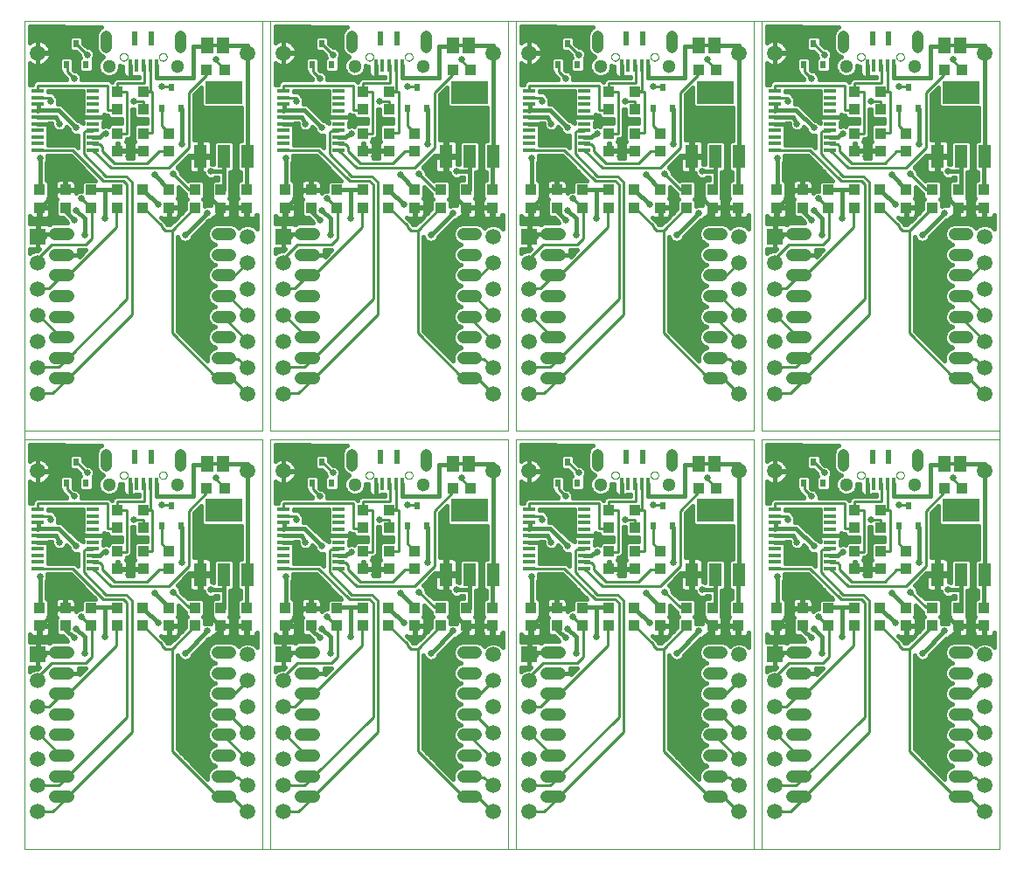
<source format=gtl>
G75*
G70*
%OFA0B0*%
%FSLAX25Y25*%
%IPPOS*%
%LPD*%
%AMOC8*
5,1,8,0,0,1.08239X$1,22.5*
%
%ADD12C,0.01600*%
%ADD14R,0.05906X0.05906*%
%ADD15R,0.03937X0.04331*%
%ADD28R,0.14173X0.08661*%
%ADD32R,0.01575X0.04921*%
%ADD38C,0.00000*%
%ADD41C,0.04724*%
%ADD43R,0.04800X0.08800*%
%ADD45C,0.04331*%
%ADD47C,0.01200*%
%ADD48R,0.04600X0.06300*%
%ADD49C,0.05118*%
%ADD53R,0.04331X0.03937*%
%ADD58R,0.02362X0.05315*%
%ADD61C,0.05906*%
%ADD67C,0.01000*%
%ADD69C,0.02600*%
%ADD70R,0.04500X0.01500*%
%ADD72R,0.02362X0.02756*%
X0010000Y0010000D02*
G75*
%LPD*%
D38*
X0010000Y0010000D02*
X0010000Y0166496D01*
X0046319Y0152717D02*
X0046321Y0152794D01*
X0046327Y0152870D01*
X0046337Y0152946D01*
X0046351Y0153021D01*
X0046368Y0153096D01*
X0046390Y0153169D01*
X0046415Y0153242D01*
X0046445Y0153313D01*
X0046477Y0153382D01*
X0046514Y0153449D01*
X0046553Y0153515D01*
X0046596Y0153578D01*
X0046643Y0153639D01*
X0046692Y0153698D01*
X0046745Y0153754D01*
X0046800Y0153807D01*
X0046858Y0153857D01*
X0046918Y0153904D01*
X0046981Y0153948D01*
X0047046Y0153989D01*
X0047113Y0154026D01*
X0047182Y0154060D01*
X0047252Y0154090D01*
X0047324Y0154116D01*
X0047398Y0154138D01*
X0047472Y0154157D01*
X0047547Y0154172D01*
X0047623Y0154183D01*
X0047699Y0154190D01*
X0047776Y0154193D01*
X0047852Y0154192D01*
X0047929Y0154187D01*
X0048005Y0154178D01*
X0048081Y0154165D01*
X0048155Y0154148D01*
X0048229Y0154128D01*
X0048302Y0154103D01*
X0048373Y0154075D01*
X0048443Y0154043D01*
X0048511Y0154008D01*
X0048577Y0153969D01*
X0048641Y0153927D01*
X0048702Y0153881D01*
X0048762Y0153832D01*
X0048818Y0153781D01*
X0048872Y0153726D01*
X0048923Y0153669D01*
X0048971Y0153609D01*
X0049016Y0153547D01*
X0049057Y0153482D01*
X0049095Y0153416D01*
X0049130Y0153348D01*
X0049160Y0153277D01*
X0049188Y0153206D01*
X0049211Y0153133D01*
X0049231Y0153059D01*
X0049247Y0152984D01*
X0049259Y0152908D01*
X0049267Y0152832D01*
X0049271Y0152755D01*
X0049271Y0152679D01*
X0049267Y0152602D01*
X0049259Y0152526D01*
X0049247Y0152450D01*
X0049231Y0152375D01*
X0049211Y0152301D01*
X0049188Y0152228D01*
X0049160Y0152157D01*
X0049130Y0152086D01*
X0049095Y0152018D01*
X0049057Y0151952D01*
X0049016Y0151887D01*
X0048971Y0151825D01*
X0048923Y0151765D01*
X0048872Y0151708D01*
X0048818Y0151653D01*
X0048762Y0151602D01*
X0048702Y0151553D01*
X0048641Y0151507D01*
X0048577Y0151465D01*
X0048511Y0151426D01*
X0048443Y0151391D01*
X0048373Y0151359D01*
X0048302Y0151331D01*
X0048229Y0151306D01*
X0048155Y0151286D01*
X0048081Y0151269D01*
X0048005Y0151256D01*
X0047929Y0151247D01*
X0047852Y0151242D01*
X0047776Y0151241D01*
X0047699Y0151244D01*
X0047623Y0151251D01*
X0047547Y0151262D01*
X0047472Y0151277D01*
X0047398Y0151296D01*
X0047324Y0151318D01*
X0047252Y0151344D01*
X0047182Y0151374D01*
X0047113Y0151408D01*
X0047046Y0151445D01*
X0046981Y0151486D01*
X0046918Y0151530D01*
X0046858Y0151577D01*
X0046800Y0151627D01*
X0046745Y0151680D01*
X0046692Y0151736D01*
X0046643Y0151795D01*
X0046596Y0151856D01*
X0046553Y0151919D01*
X0046514Y0151985D01*
X0046477Y0152052D01*
X0046445Y0152121D01*
X0046415Y0152192D01*
X0046390Y0152265D01*
X0046368Y0152338D01*
X0046351Y0152413D01*
X0046337Y0152488D01*
X0046327Y0152564D01*
X0046321Y0152640D01*
X0046319Y0152717D01*
X0010000Y0166495D02*
X0100552Y0166495D01*
X0100551Y0166496D02*
X0100551Y0010000D01*
X0010000Y0010000D01*
X0061280Y0152717D02*
X0061282Y0152794D01*
X0061288Y0152870D01*
X0061298Y0152946D01*
X0061312Y0153021D01*
X0061329Y0153096D01*
X0061351Y0153169D01*
X0061376Y0153242D01*
X0061406Y0153313D01*
X0061438Y0153382D01*
X0061475Y0153449D01*
X0061514Y0153515D01*
X0061557Y0153578D01*
X0061604Y0153639D01*
X0061653Y0153698D01*
X0061706Y0153754D01*
X0061761Y0153807D01*
X0061819Y0153857D01*
X0061879Y0153904D01*
X0061942Y0153948D01*
X0062007Y0153989D01*
X0062074Y0154026D01*
X0062143Y0154060D01*
X0062213Y0154090D01*
X0062285Y0154116D01*
X0062359Y0154138D01*
X0062433Y0154157D01*
X0062508Y0154172D01*
X0062584Y0154183D01*
X0062660Y0154190D01*
X0062737Y0154193D01*
X0062813Y0154192D01*
X0062890Y0154187D01*
X0062966Y0154178D01*
X0063042Y0154165D01*
X0063116Y0154148D01*
X0063190Y0154128D01*
X0063263Y0154103D01*
X0063334Y0154075D01*
X0063404Y0154043D01*
X0063472Y0154008D01*
X0063538Y0153969D01*
X0063602Y0153927D01*
X0063663Y0153881D01*
X0063723Y0153832D01*
X0063779Y0153781D01*
X0063833Y0153726D01*
X0063884Y0153669D01*
X0063932Y0153609D01*
X0063977Y0153547D01*
X0064018Y0153482D01*
X0064056Y0153416D01*
X0064091Y0153348D01*
X0064121Y0153277D01*
X0064149Y0153206D01*
X0064172Y0153133D01*
X0064192Y0153059D01*
X0064208Y0152984D01*
X0064220Y0152908D01*
X0064228Y0152832D01*
X0064232Y0152755D01*
X0064232Y0152679D01*
X0064228Y0152602D01*
X0064220Y0152526D01*
X0064208Y0152450D01*
X0064192Y0152375D01*
X0064172Y0152301D01*
X0064149Y0152228D01*
X0064121Y0152157D01*
X0064091Y0152086D01*
X0064056Y0152018D01*
X0064018Y0151952D01*
X0063977Y0151887D01*
X0063932Y0151825D01*
X0063884Y0151765D01*
X0063833Y0151708D01*
X0063779Y0151653D01*
X0063723Y0151602D01*
X0063663Y0151553D01*
X0063602Y0151507D01*
X0063538Y0151465D01*
X0063472Y0151426D01*
X0063404Y0151391D01*
X0063334Y0151359D01*
X0063263Y0151331D01*
X0063190Y0151306D01*
X0063116Y0151286D01*
X0063042Y0151269D01*
X0062966Y0151256D01*
X0062890Y0151247D01*
X0062813Y0151242D01*
X0062737Y0151241D01*
X0062660Y0151244D01*
X0062584Y0151251D01*
X0062508Y0151262D01*
X0062433Y0151277D01*
X0062359Y0151296D01*
X0062285Y0151318D01*
X0062213Y0151344D01*
X0062143Y0151374D01*
X0062074Y0151408D01*
X0062007Y0151445D01*
X0061942Y0151486D01*
X0061879Y0151530D01*
X0061819Y0151577D01*
X0061761Y0151627D01*
X0061706Y0151680D01*
X0061653Y0151736D01*
X0061604Y0151795D01*
X0061557Y0151856D01*
X0061514Y0151919D01*
X0061475Y0151985D01*
X0061438Y0152052D01*
X0061406Y0152121D01*
X0061376Y0152192D01*
X0061351Y0152265D01*
X0061329Y0152338D01*
X0061312Y0152413D01*
X0061298Y0152488D01*
X0061288Y0152564D01*
X0061282Y0152640D01*
X0061280Y0152717D01*
D15*
X0055276Y0123583D03*
X0055276Y0116890D03*
X0065118Y0101929D03*
X0065118Y0095236D03*
X0074961Y0095236D03*
X0074961Y0101929D03*
X0084803Y0101929D03*
X0084803Y0095236D03*
X0094646Y0095236D03*
X0094646Y0101929D03*
X0086181Y0147795D03*
X0079488Y0147795D03*
X0045433Y0123583D03*
X0045433Y0116890D03*
X0025591Y0101929D03*
X0025591Y0095236D03*
X0015748Y0095236D03*
X0015748Y0101929D03*
D53*
X0035433Y0101929D03*
X0035433Y0095236D03*
X0045276Y0095236D03*
X0045276Y0101929D03*
X0055118Y0101929D03*
X0055118Y0095236D03*
X0065118Y0116890D03*
X0065118Y0123583D03*
X0055276Y0132638D03*
X0055276Y0139331D03*
X0045433Y0139331D03*
X0045433Y0132638D03*
D70*
X0036078Y0132152D03*
X0036078Y0129652D03*
X0036078Y0127152D03*
X0036078Y0124652D03*
X0036078Y0122152D03*
X0036078Y0119652D03*
X0036078Y0117152D03*
X0036078Y0134652D03*
X0036078Y0137152D03*
X0036078Y0139652D03*
X0014978Y0139652D03*
X0014978Y0137152D03*
X0014978Y0134652D03*
X0014978Y0132152D03*
X0014978Y0129652D03*
X0014978Y0127152D03*
X0014978Y0124652D03*
X0014978Y0122152D03*
X0014978Y0119652D03*
X0014978Y0117152D03*
D72*
X0025945Y0149764D03*
X0029685Y0157638D03*
X0033425Y0149764D03*
X0062165Y0133228D03*
X0065906Y0141102D03*
X0069646Y0133228D03*
D43*
X0076900Y0114831D03*
X0086000Y0114831D03*
X0095100Y0114831D03*
D28*
X0086000Y0139232D03*
D58*
X0058425Y0159803D03*
X0052126Y0159803D03*
D32*
X0052717Y0149272D03*
X0055276Y0149272D03*
X0057835Y0149272D03*
X0060394Y0149272D03*
X0050157Y0149272D03*
D49*
X0042283Y0149173D03*
X0068268Y0149173D03*
D45*
X0069449Y0156457D02*
X0069449Y0160787D01*
X0041102Y0160787D02*
X0041102Y0156457D01*
D61*
X0015000Y0154248D03*
X0015000Y0074248D03*
X0015000Y0064248D03*
X0015000Y0054248D03*
X0015000Y0044248D03*
X0015000Y0034248D03*
X0015000Y0024248D03*
X0095000Y0024248D03*
X0095000Y0034248D03*
X0095000Y0044248D03*
X0095000Y0054248D03*
X0095000Y0064248D03*
X0095000Y0074248D03*
X0095000Y0084248D03*
X0095000Y0154248D03*
D14*
X0015000Y0084248D03*
D41*
X0021791Y0085071D02*
X0026516Y0085071D01*
X0026516Y0077197D02*
X0021791Y0077197D01*
X0021791Y0069323D02*
X0026516Y0069323D01*
X0026516Y0061449D02*
X0021791Y0061449D01*
X0021791Y0053575D02*
X0026516Y0053575D01*
X0026516Y0045701D02*
X0021791Y0045701D01*
X0021791Y0037827D02*
X0026516Y0037827D01*
X0026516Y0029953D02*
X0021791Y0029953D01*
X0083602Y0029953D02*
X0088327Y0029953D01*
X0088327Y0037827D02*
X0083602Y0037827D01*
X0083602Y0045701D02*
X0088327Y0045701D01*
X0088327Y0053575D02*
X0083602Y0053575D01*
X0083602Y0061449D02*
X0088327Y0061449D01*
X0088327Y0069323D02*
X0083602Y0069323D01*
X0083602Y0077197D02*
X0088327Y0077197D01*
X0088327Y0085071D02*
X0083602Y0085071D01*
D48*
X0085598Y0157047D03*
X0079598Y0157047D03*
D47*
X0080098Y0157047D02*
X0085098Y0157047D01*
X0058031Y0149272D02*
X0057835Y0149272D01*
X0055669Y0149272D02*
X0055276Y0149272D01*
X0055276Y0139528D02*
X0055276Y0139331D01*
X0055276Y0139528D02*
X0058031Y0139528D01*
X0045433Y0132638D02*
X0045433Y0132441D01*
X0014978Y0137152D02*
X0014978Y0137165D01*
X0014978Y0139652D02*
X0015118Y0139652D01*
D67*
X0015118Y0141890D01*
X0041496Y0141890D01*
X0041496Y0132441D01*
X0045433Y0132441D01*
X0045433Y0139331D02*
X0048976Y0139331D01*
X0048976Y0123386D01*
X0045433Y0123386D01*
X0045433Y0123583D01*
X0039700Y0118450D02*
X0039700Y0116650D01*
X0044200Y0112150D01*
X0056800Y0112150D01*
X0061300Y0116650D01*
X0064900Y0116650D01*
X0065118Y0116890D01*
X0064900Y0110350D02*
X0042850Y0110350D01*
X0036100Y0117100D01*
X0036078Y0117152D01*
X0036100Y0119350D02*
X0036078Y0119652D01*
X0036100Y0119350D02*
X0038800Y0119350D01*
X0039700Y0118450D01*
X0035650Y0124300D02*
X0036078Y0124652D01*
X0035650Y0124300D02*
X0032950Y0124300D01*
X0032500Y0123850D01*
X0032500Y0115750D01*
X0041050Y0107200D01*
X0048700Y0107200D01*
X0050950Y0104950D01*
X0050950Y0054550D01*
X0026650Y0030250D01*
X0026516Y0029953D01*
X0026200Y0029800D01*
X0020800Y0024400D01*
X0015400Y0024400D01*
X0015000Y0024248D01*
X0015000Y0034248D02*
X0015400Y0034300D01*
X0023050Y0034300D01*
X0026200Y0037450D01*
X0026516Y0037827D01*
X0026650Y0037900D01*
X0049150Y0060400D01*
X0049150Y0104050D01*
X0047800Y0105400D01*
X0040150Y0105400D01*
X0028450Y0117100D01*
X0015400Y0117100D01*
X0014978Y0117152D01*
X0019843Y0135787D02*
X0019843Y0137165D01*
X0014978Y0137165D01*
X0026200Y0149500D02*
X0025945Y0149764D01*
X0026200Y0149500D02*
X0026200Y0147250D01*
X0028900Y0144550D01*
X0033850Y0153550D02*
X0029800Y0157600D01*
X0029685Y0157638D01*
X0045433Y0142677D02*
X0045433Y0139331D01*
X0045433Y0142677D02*
X0055669Y0142677D01*
X0055669Y0149272D01*
X0058031Y0149272D02*
X0058031Y0139528D01*
X0058819Y0139331D02*
X0058819Y0123780D01*
X0055276Y0123780D01*
X0055276Y0123583D01*
X0055276Y0132638D02*
X0055276Y0135787D01*
X0051732Y0135787D01*
X0055276Y0139331D02*
X0058819Y0139331D01*
X0062200Y0141400D02*
X0065800Y0141400D01*
X0065906Y0141102D01*
X0062165Y0133228D02*
X0062200Y0132850D01*
X0062200Y0126550D01*
X0064900Y0123850D01*
X0065118Y0123583D01*
X0072550Y0118000D02*
X0064900Y0110350D01*
X0066700Y0108100D02*
X0072550Y0102250D01*
X0074800Y0102250D01*
X0074961Y0101929D01*
X0074961Y0095236D02*
X0074800Y0095050D01*
X0066250Y0086500D01*
X0066250Y0047350D01*
X0083350Y0030250D01*
X0083602Y0029953D01*
X0083800Y0029800D01*
X0089200Y0029800D01*
X0094600Y0024400D01*
X0095000Y0024248D01*
X0095000Y0034248D02*
X0094600Y0034300D01*
X0091450Y0037450D01*
X0083800Y0037450D01*
X0083602Y0037827D01*
X0094600Y0044650D02*
X0086050Y0053200D01*
X0083800Y0053200D01*
X0083602Y0053575D01*
X0083800Y0061300D02*
X0083602Y0061449D01*
X0083800Y0061300D02*
X0087850Y0061300D01*
X0094600Y0054550D01*
X0095000Y0054248D01*
X0094600Y0044650D02*
X0095000Y0044248D01*
X0090100Y0069400D02*
X0083800Y0069400D01*
X0083602Y0069323D01*
X0090100Y0069400D02*
X0094600Y0073900D01*
X0095000Y0074248D01*
X0072550Y0118000D02*
X0072550Y0139150D01*
X0079300Y0145900D01*
X0079300Y0147700D01*
X0079488Y0147795D01*
X0082900Y0151300D02*
X0082900Y0151750D01*
X0082900Y0151300D02*
X0086050Y0148150D01*
X0086181Y0147795D01*
X0055450Y0095050D02*
X0055118Y0095236D01*
X0055450Y0095050D02*
X0062200Y0088300D01*
X0062200Y0087850D01*
X0063550Y0086500D01*
X0066250Y0086500D01*
X0045100Y0087850D02*
X0026650Y0069400D01*
X0026516Y0069323D01*
X0026200Y0068950D01*
X0023950Y0068950D01*
X0019450Y0064450D01*
X0015400Y0064450D01*
X0015000Y0064248D01*
X0015000Y0054248D02*
X0015400Y0054100D01*
X0023500Y0046000D01*
X0026200Y0046000D01*
X0026516Y0045701D01*
X0015400Y0074350D02*
X0015000Y0074248D01*
X0015400Y0074350D02*
X0015400Y0076150D01*
X0020350Y0081100D01*
X0033400Y0081100D01*
X0035650Y0083350D01*
X0035650Y0095050D01*
X0035433Y0095236D01*
X0035200Y0095050D01*
X0031600Y0098650D01*
X0045100Y0095050D02*
X0045100Y0087850D01*
X0045100Y0095050D02*
X0045276Y0095236D01*
D69*
X0040600Y0091000D03*
X0032950Y0084700D03*
X0028900Y0090550D03*
X0029800Y0094150D03*
X0031600Y0098650D03*
X0041050Y0123400D03*
X0049600Y0114850D03*
X0059500Y0107650D03*
X0060850Y0096400D03*
X0064900Y0089200D03*
X0071200Y0084700D03*
X0077500Y0086500D03*
X0079750Y0093250D03*
X0081100Y0109000D03*
X0069850Y0119350D03*
X0066700Y0108100D03*
X0051732Y0135787D03*
X0062200Y0141400D03*
X0082900Y0151750D03*
X0033850Y0153550D03*
X0028900Y0144550D03*
X0023500Y0139150D03*
X0019843Y0135787D03*
X0023387Y0127169D03*
X0019843Y0124370D03*
X0015850Y0113950D03*
X0029800Y0125650D03*
D12*
X0023050Y0132400D01*
X0015850Y0132400D01*
X0014978Y0132152D01*
X0015400Y0132400D01*
X0015400Y0134650D01*
X0014978Y0134652D01*
X0014978Y0129652D02*
X0019337Y0129700D01*
X0022037Y0129700D01*
X0023387Y0127169D01*
X0025845Y0125526D02*
X0025030Y0124710D01*
X0023964Y0124269D01*
X0022810Y0124269D01*
X0021744Y0124710D01*
X0020929Y0125526D01*
X0020487Y0126592D01*
X0020487Y0127300D01*
X0019350Y0127300D01*
X0019228Y0127299D01*
X0019228Y0127152D01*
X0014978Y0127152D01*
X0014978Y0127152D01*
X0019228Y0127152D01*
X0019228Y0126138D01*
X0019091Y0125630D01*
X0018828Y0125174D01*
X0018828Y0125173D01*
X0018828Y0119200D01*
X0029320Y0119200D01*
X0030400Y0118120D01*
X0030400Y0122760D01*
X0030377Y0122750D01*
X0029223Y0122750D01*
X0028157Y0123191D01*
X0027341Y0124007D01*
X0026900Y0125073D01*
X0026900Y0125156D01*
X0026046Y0126010D01*
X0025845Y0125526D01*
X0025412Y0125093D02*
X0026900Y0125093D01*
X0027854Y0123494D02*
X0018828Y0123494D01*
X0019843Y0124370D02*
X0019843Y0127152D01*
X0014978Y0127152D01*
X0019228Y0126691D02*
X0020487Y0126691D01*
X0021362Y0125093D02*
X0018828Y0125093D01*
X0018828Y0121896D02*
X0030400Y0121896D01*
X0030400Y0120297D02*
X0018828Y0120297D01*
X0018554Y0115000D02*
X0027580Y0115000D01*
X0037083Y0105498D01*
X0032605Y0105498D01*
X0031668Y0104560D01*
X0031668Y0101550D01*
X0031023Y0101550D01*
X0029957Y0101108D01*
X0029559Y0100710D01*
X0029559Y0101745D01*
X0025775Y0101745D01*
X0025775Y0102113D01*
X0029559Y0102113D01*
X0029559Y0104358D01*
X0029423Y0104866D01*
X0029159Y0105323D01*
X0028787Y0105695D01*
X0028331Y0105958D01*
X0027822Y0106094D01*
X0025775Y0106094D01*
X0025775Y0102113D01*
X0025406Y0102113D01*
X0025406Y0101745D01*
X0021622Y0101745D01*
X0021622Y0099500D01*
X0021758Y0098992D01*
X0022022Y0098536D01*
X0022258Y0098300D01*
X0022022Y0098064D01*
X0022022Y0092408D01*
X0022959Y0091471D01*
X0024585Y0091471D01*
X0026000Y0090056D01*
X0026000Y0089973D01*
X0026224Y0089433D01*
X0021448Y0089433D01*
X0020770Y0089326D01*
X0020117Y0089113D01*
X0019505Y0088802D01*
X0019317Y0088665D01*
X0019181Y0088801D01*
X0018725Y0089064D01*
X0018216Y0089201D01*
X0015075Y0089201D01*
X0015075Y0084323D01*
X0017493Y0084323D01*
X0017517Y0084173D01*
X0015075Y0084173D01*
X0015075Y0079295D01*
X0015575Y0079295D01*
X0015081Y0078801D01*
X0014094Y0078801D01*
X0012421Y0078108D01*
X0012000Y0077687D01*
X0012000Y0079295D01*
X0014925Y0079295D01*
X0014925Y0084173D01*
X0015075Y0084173D01*
X0015075Y0084323D01*
X0014925Y0084323D01*
X0014925Y0089201D01*
X0012000Y0089201D01*
X0012000Y0092153D01*
X0012179Y0091843D01*
X0012551Y0091470D01*
X0013008Y0091207D01*
X0013516Y0091071D01*
X0015564Y0091071D01*
X0015564Y0095052D01*
X0015932Y0095052D01*
X0015932Y0091071D01*
X0017980Y0091071D01*
X0018488Y0091207D01*
X0018945Y0091470D01*
X0019317Y0091843D01*
X0019580Y0092299D01*
X0019717Y0092808D01*
X0019717Y0095052D01*
X0015932Y0095052D01*
X0015932Y0095420D01*
X0019717Y0095420D01*
X0019717Y0097665D01*
X0019580Y0098174D01*
X0019317Y0098630D01*
X0019081Y0098866D01*
X0019317Y0099101D01*
X0019317Y0104757D01*
X0018379Y0105694D01*
X0018250Y0105694D01*
X0018250Y0112249D01*
X0018308Y0112307D01*
X0018750Y0113373D01*
X0018750Y0114527D01*
X0018554Y0115000D01*
X0018750Y0113903D02*
X0028677Y0113903D01*
X0030275Y0112305D02*
X0018306Y0112305D01*
X0018250Y0110706D02*
X0031874Y0110706D01*
X0033472Y0109108D02*
X0018250Y0109108D01*
X0018250Y0107509D02*
X0035071Y0107509D01*
X0036669Y0105911D02*
X0028413Y0105911D01*
X0029559Y0104312D02*
X0031668Y0104312D01*
X0031668Y0102714D02*
X0029559Y0102714D01*
X0029559Y0101115D02*
X0029973Y0101115D01*
X0029800Y0094150D02*
X0032950Y0091000D01*
X0032950Y0084700D01*
X0033280Y0079000D02*
X0030493Y0079000D01*
X0030558Y0078871D01*
X0030771Y0078218D01*
X0030878Y0077540D01*
X0030878Y0077197D01*
X0026516Y0077197D01*
X0026516Y0077197D01*
X0030878Y0077197D01*
X0030878Y0076854D01*
X0030830Y0076550D01*
X0033280Y0079000D01*
X0033016Y0078736D02*
X0030602Y0078736D01*
X0030878Y0077137D02*
X0031418Y0077137D01*
X0026516Y0085071D02*
X0026200Y0085150D01*
X0015850Y0085150D01*
X0015000Y0084248D01*
X0015400Y0084250D01*
X0015400Y0095050D01*
X0015748Y0095236D01*
X0016300Y0095500D01*
X0022600Y0101800D01*
X0025300Y0101800D01*
X0025591Y0101929D01*
X0025406Y0102113D02*
X0021622Y0102113D01*
X0021622Y0104358D01*
X0021758Y0104866D01*
X0022022Y0105323D01*
X0022394Y0105695D01*
X0022850Y0105958D01*
X0023359Y0106094D01*
X0025406Y0106094D01*
X0025406Y0102113D01*
X0025406Y0102714D02*
X0025775Y0102714D01*
X0025775Y0104312D02*
X0025406Y0104312D01*
X0025406Y0105911D02*
X0025775Y0105911D01*
X0022768Y0105911D02*
X0018250Y0105911D01*
X0019317Y0104312D02*
X0021622Y0104312D01*
X0021622Y0102714D02*
X0019317Y0102714D01*
X0019317Y0101115D02*
X0021622Y0101115D01*
X0021622Y0099517D02*
X0019317Y0099517D01*
X0019649Y0097918D02*
X0022022Y0097918D01*
X0022022Y0096320D02*
X0019717Y0096320D01*
X0019717Y0094721D02*
X0022022Y0094721D01*
X0022022Y0093123D02*
X0019717Y0093123D01*
X0018998Y0091524D02*
X0022906Y0091524D01*
X0026020Y0089926D02*
X0012000Y0089926D01*
X0012000Y0091524D02*
X0012498Y0091524D01*
X0015564Y0091524D02*
X0015932Y0091524D01*
X0015932Y0093123D02*
X0015564Y0093123D01*
X0015564Y0094721D02*
X0015932Y0094721D01*
X0015075Y0088327D02*
X0014925Y0088327D01*
X0014925Y0086729D02*
X0015075Y0086729D01*
X0015075Y0085130D02*
X0014925Y0085130D01*
X0014925Y0083532D02*
X0015075Y0083532D01*
X0015075Y0081933D02*
X0014925Y0081933D01*
X0014925Y0080334D02*
X0015075Y0080334D01*
X0013938Y0078736D02*
X0012000Y0078736D01*
X0025750Y0093700D02*
X0028900Y0090550D01*
X0025750Y0093700D02*
X0025750Y0095050D01*
X0025591Y0095236D01*
X0035433Y0101929D02*
X0035650Y0102250D01*
X0040600Y0102250D01*
X0040600Y0091000D01*
X0040600Y0102250D02*
X0045100Y0102250D01*
X0045276Y0101929D01*
X0049345Y0114250D02*
X0049402Y0114461D01*
X0049402Y0116705D01*
X0045617Y0116705D01*
X0045617Y0117074D01*
X0045249Y0117074D01*
X0045249Y0119817D01*
X0045617Y0119817D01*
X0045617Y0117074D01*
X0049402Y0117074D01*
X0049402Y0119318D01*
X0049265Y0119827D01*
X0049002Y0120283D01*
X0048766Y0120519D01*
X0049002Y0120755D01*
X0049002Y0121286D01*
X0049846Y0121286D01*
X0051076Y0122516D01*
X0051076Y0132920D01*
X0051155Y0132887D01*
X0051510Y0132887D01*
X0051510Y0130007D01*
X0052447Y0129069D01*
X0056719Y0129069D01*
X0056719Y0127348D01*
X0052644Y0127348D01*
X0051707Y0126411D01*
X0051707Y0120755D01*
X0051943Y0120519D01*
X0051707Y0120283D01*
X0051443Y0119827D01*
X0051307Y0119318D01*
X0051307Y0117074D01*
X0055091Y0117074D01*
X0055091Y0116705D01*
X0051307Y0116705D01*
X0051307Y0114461D01*
X0051364Y0114250D01*
X0049345Y0114250D01*
X0049600Y0114850D02*
X0049600Y0117100D01*
X0045550Y0117100D01*
X0045433Y0116890D01*
X0045249Y0117100D02*
X0045617Y0117100D01*
X0045617Y0118699D02*
X0045249Y0118699D01*
X0048988Y0120297D02*
X0051721Y0120297D01*
X0051707Y0121896D02*
X0050456Y0121896D01*
X0051076Y0123494D02*
X0051707Y0123494D01*
X0051707Y0125093D02*
X0051076Y0125093D01*
X0051076Y0126691D02*
X0051988Y0126691D01*
X0051076Y0128290D02*
X0056719Y0128290D01*
X0051628Y0129888D02*
X0051076Y0129888D01*
X0051076Y0131487D02*
X0051510Y0131487D01*
X0046876Y0129069D02*
X0046876Y0127348D01*
X0042802Y0127348D01*
X0041865Y0126411D01*
X0041865Y0126202D01*
X0041627Y0126300D01*
X0040473Y0126300D01*
X0039928Y0126074D01*
X0039928Y0127673D01*
X0039928Y0127674D01*
X0040191Y0128130D01*
X0040328Y0128638D01*
X0040328Y0129652D01*
X0040328Y0130640D01*
X0040626Y0130341D01*
X0041668Y0130341D01*
X0041668Y0130007D01*
X0042605Y0129069D01*
X0046876Y0129069D01*
X0046876Y0128290D02*
X0040234Y0128290D01*
X0040328Y0129652D02*
X0036078Y0129652D01*
X0040328Y0129652D01*
X0040328Y0129888D02*
X0041786Y0129888D01*
X0042145Y0126691D02*
X0039928Y0126691D01*
X0040150Y0123400D02*
X0038800Y0122050D01*
X0036100Y0122050D01*
X0036078Y0122152D01*
X0040150Y0123400D02*
X0041050Y0123400D01*
X0036078Y0129652D02*
X0036078Y0129652D01*
X0035650Y0129700D01*
X0032950Y0129700D01*
X0023500Y0139150D01*
X0021943Y0138035D02*
X0020712Y0139265D01*
X0018828Y0139265D01*
X0018828Y0139790D01*
X0032228Y0139790D01*
X0032228Y0131630D01*
X0032227Y0131630D01*
X0031964Y0131174D01*
X0031828Y0130665D01*
X0031828Y0129652D01*
X0036077Y0129652D01*
X0036077Y0129652D01*
X0031828Y0129652D01*
X0031828Y0128638D01*
X0031964Y0128130D01*
X0032227Y0127674D01*
X0032228Y0127673D01*
X0032228Y0127324D01*
X0031443Y0128108D01*
X0030377Y0128550D01*
X0030294Y0128550D01*
X0024409Y0134435D01*
X0023527Y0134800D01*
X0022572Y0134800D01*
X0022743Y0135211D01*
X0022743Y0136364D01*
X0022301Y0137430D01*
X0021943Y0137789D01*
X0021943Y0138035D01*
X0021943Y0137881D02*
X0032228Y0137881D01*
X0032228Y0139479D02*
X0018828Y0139479D01*
X0022743Y0136282D02*
X0032228Y0136282D01*
X0032228Y0134684D02*
X0023808Y0134684D01*
X0025759Y0133085D02*
X0032228Y0133085D01*
X0032145Y0131487D02*
X0027357Y0131487D01*
X0028956Y0129888D02*
X0031828Y0129888D01*
X0031921Y0128290D02*
X0031005Y0128290D01*
X0030400Y0118699D02*
X0029821Y0118699D01*
X0015850Y0113950D02*
X0015850Y0102250D01*
X0015748Y0101929D01*
X0013018Y0142002D02*
X0012065Y0142002D01*
X0012000Y0141937D01*
X0012000Y0150306D01*
X0012404Y0150012D01*
X0013099Y0149658D01*
X0013840Y0149417D01*
X0014610Y0149295D01*
X0014925Y0149295D01*
X0014925Y0154173D01*
X0015075Y0154173D01*
X0015075Y0149295D01*
X0015390Y0149295D01*
X0016160Y0149417D01*
X0016901Y0149658D01*
X0017596Y0150012D01*
X0018227Y0150470D01*
X0018778Y0151022D01*
X0019236Y0151652D01*
X0019590Y0152347D01*
X0019831Y0153088D01*
X0019953Y0153858D01*
X0019953Y0154173D01*
X0015075Y0154173D01*
X0015075Y0154323D01*
X0019953Y0154323D01*
X0019953Y0154638D01*
X0019831Y0155408D01*
X0019590Y0156149D01*
X0019236Y0156844D01*
X0018778Y0157475D01*
X0018227Y0158026D01*
X0017596Y0158484D01*
X0016901Y0158838D01*
X0016160Y0159079D01*
X0015390Y0159201D01*
X0015075Y0159201D01*
X0015075Y0154323D01*
X0014925Y0154323D01*
X0014925Y0159201D01*
X0014610Y0159201D01*
X0013840Y0159079D01*
X0013099Y0158838D01*
X0012404Y0158484D01*
X0012000Y0158190D01*
X0012000Y0164473D01*
X0039416Y0164164D01*
X0038969Y0163980D01*
X0037910Y0162920D01*
X0037337Y0161536D01*
X0037337Y0155708D01*
X0037910Y0154324D01*
X0038969Y0153265D01*
X0040131Y0152783D01*
X0039928Y0152699D01*
X0038758Y0151529D01*
X0038124Y0150001D01*
X0038124Y0148346D01*
X0038758Y0146817D01*
X0039928Y0145647D01*
X0041456Y0145014D01*
X0043111Y0145014D01*
X0044639Y0145647D01*
X0045809Y0146817D01*
X0046443Y0148346D01*
X0046443Y0149514D01*
X0047104Y0149240D01*
X0047370Y0149240D01*
X0047370Y0146548D01*
X0047506Y0146039D01*
X0047770Y0145583D01*
X0048142Y0145211D01*
X0048598Y0144947D01*
X0049107Y0144811D01*
X0050157Y0144811D01*
X0050157Y0149272D01*
X0050157Y0144843D01*
X0041890Y0144843D01*
X0041500Y0145000D01*
X0032950Y0145000D01*
X0028900Y0149050D01*
X0028900Y0151750D01*
X0026650Y0154000D01*
X0015400Y0154000D01*
X0015000Y0154248D01*
X0014925Y0153866D02*
X0015075Y0153866D01*
X0015075Y0152268D02*
X0014925Y0152268D01*
X0014925Y0150669D02*
X0015075Y0150669D01*
X0018425Y0150669D02*
X0023164Y0150669D01*
X0023164Y0151804D02*
X0023164Y0147723D01*
X0024100Y0146787D01*
X0024100Y0146380D01*
X0026000Y0144480D01*
X0026000Y0143990D01*
X0014248Y0143990D01*
X0013018Y0142760D01*
X0013018Y0142002D01*
X0013018Y0142676D02*
X0012000Y0142676D01*
X0012000Y0144275D02*
X0026000Y0144275D01*
X0024607Y0145873D02*
X0012000Y0145873D01*
X0012000Y0147472D02*
X0023415Y0147472D01*
X0023164Y0149070D02*
X0012000Y0149070D01*
X0014925Y0155465D02*
X0015075Y0155465D01*
X0015075Y0157063D02*
X0014925Y0157063D01*
X0014925Y0158662D02*
X0015075Y0158662D01*
X0017247Y0158662D02*
X0026904Y0158662D01*
X0026904Y0159678D02*
X0026904Y0155597D01*
X0027841Y0154660D01*
X0029770Y0154660D01*
X0030950Y0153480D01*
X0030950Y0152973D01*
X0031203Y0152363D01*
X0030644Y0151804D01*
X0030644Y0147723D01*
X0031581Y0146786D01*
X0035269Y0146786D01*
X0036206Y0147723D01*
X0036206Y0151804D01*
X0036206Y0151805D01*
X0036308Y0151907D01*
X0036750Y0152973D01*
X0036750Y0154127D01*
X0036308Y0155193D01*
X0035493Y0156008D01*
X0034427Y0156450D01*
X0033920Y0156450D01*
X0032466Y0157904D01*
X0032466Y0159678D01*
X0031529Y0160616D01*
X0027841Y0160616D01*
X0026904Y0159678D01*
X0027486Y0160260D02*
X0012000Y0160260D01*
X0012000Y0158662D02*
X0012753Y0158662D01*
X0012000Y0161859D02*
X0037470Y0161859D01*
X0037337Y0160260D02*
X0031885Y0160260D01*
X0032466Y0158662D02*
X0037337Y0158662D01*
X0037337Y0157063D02*
X0033307Y0157063D01*
X0036037Y0155465D02*
X0037438Y0155465D01*
X0036750Y0153866D02*
X0038368Y0153866D01*
X0039496Y0152268D02*
X0036458Y0152268D01*
X0036206Y0150669D02*
X0038401Y0150669D01*
X0038124Y0149070D02*
X0036206Y0149070D01*
X0035955Y0147472D02*
X0038486Y0147472D01*
X0039701Y0145873D02*
X0031491Y0145873D01*
X0031358Y0146193D02*
X0030543Y0147008D01*
X0029477Y0147450D01*
X0028970Y0147450D01*
X0028711Y0147708D01*
X0028726Y0147723D01*
X0028726Y0151804D01*
X0027789Y0152742D01*
X0024101Y0152742D01*
X0023164Y0151804D01*
X0023627Y0152268D02*
X0019549Y0152268D01*
X0019953Y0153866D02*
X0030564Y0153866D01*
X0031107Y0152268D02*
X0028263Y0152268D01*
X0028726Y0150669D02*
X0030644Y0150669D01*
X0030644Y0149070D02*
X0028726Y0149070D01*
X0028948Y0147472D02*
X0030895Y0147472D01*
X0031358Y0146193D02*
X0031800Y0145127D01*
X0031800Y0143990D01*
X0042366Y0143990D01*
X0043333Y0143023D01*
X0043333Y0143547D01*
X0044563Y0144777D01*
X0053569Y0144777D01*
X0053569Y0145211D01*
X0052173Y0145211D01*
X0052173Y0145211D01*
X0051717Y0144947D01*
X0051208Y0144811D01*
X0050158Y0144811D01*
X0050158Y0149272D01*
X0050157Y0149272D01*
X0050157Y0149070D02*
X0050158Y0149070D01*
X0050157Y0147472D02*
X0050158Y0147472D01*
X0050157Y0145873D02*
X0050158Y0145873D01*
X0047602Y0145873D02*
X0044865Y0145873D01*
X0044061Y0144275D02*
X0031800Y0144275D01*
X0027037Y0155465D02*
X0019812Y0155465D01*
X0019077Y0157063D02*
X0026904Y0157063D01*
X0038447Y0163457D02*
X0012000Y0163457D01*
X0046443Y0149070D02*
X0047370Y0149070D01*
X0047370Y0147472D02*
X0046080Y0147472D01*
X0060394Y0149272D02*
X0060394Y0144646D01*
X0074173Y0144646D01*
X0074173Y0156850D01*
X0079598Y0156850D01*
X0079598Y0157047D01*
X0085598Y0157047D02*
X0095000Y0157047D01*
X0095000Y0154248D01*
X0095050Y0153550D01*
X0095050Y0115300D01*
X0095100Y0114831D01*
X0094646Y0114831D01*
X0094646Y0101929D01*
X0092246Y0105694D02*
X0092014Y0105694D01*
X0091077Y0104757D01*
X0091077Y0099101D01*
X0091313Y0098866D01*
X0091077Y0098630D01*
X0090813Y0098174D01*
X0090677Y0097665D01*
X0090677Y0095420D01*
X0094461Y0095420D01*
X0094461Y0095052D01*
X0090677Y0095052D01*
X0090677Y0092808D01*
X0090813Y0092299D01*
X0091077Y0091843D01*
X0091449Y0091470D01*
X0091905Y0091207D01*
X0092414Y0091071D01*
X0094461Y0091071D01*
X0094461Y0095052D01*
X0094830Y0095052D01*
X0094830Y0091071D01*
X0096877Y0091071D01*
X0097386Y0091207D01*
X0097842Y0091470D01*
X0098215Y0091843D01*
X0098478Y0092299D01*
X0098551Y0092573D01*
X0098551Y0087135D01*
X0097579Y0088108D01*
X0095906Y0088801D01*
X0094094Y0088801D01*
X0092421Y0088108D01*
X0091657Y0087344D01*
X0090571Y0088430D01*
X0089115Y0089033D01*
X0082814Y0089033D01*
X0081358Y0088430D01*
X0080243Y0087315D01*
X0079640Y0085859D01*
X0079640Y0084283D01*
X0080243Y0082826D01*
X0081358Y0081712D01*
X0082753Y0081134D01*
X0081358Y0080556D01*
X0080243Y0079441D01*
X0079640Y0077985D01*
X0079640Y0076409D01*
X0080243Y0074952D01*
X0081358Y0073838D01*
X0082753Y0073260D01*
X0081358Y0072682D01*
X0080243Y0071567D01*
X0079640Y0070111D01*
X0079640Y0068535D01*
X0080243Y0067078D01*
X0081358Y0065964D01*
X0082753Y0065386D01*
X0081358Y0064808D01*
X0080243Y0063693D01*
X0079640Y0062237D01*
X0079640Y0060661D01*
X0080243Y0059204D01*
X0081358Y0058090D01*
X0082753Y0057512D01*
X0081358Y0056934D01*
X0080243Y0055819D01*
X0079640Y0054363D01*
X0079640Y0052787D01*
X0080243Y0051330D01*
X0081358Y0050216D01*
X0082753Y0049638D01*
X0081358Y0049060D01*
X0080243Y0047945D01*
X0079640Y0046489D01*
X0079640Y0044913D01*
X0080243Y0043456D01*
X0081358Y0042342D01*
X0082753Y0041764D01*
X0081358Y0041186D01*
X0080243Y0040071D01*
X0079640Y0038615D01*
X0079640Y0037039D01*
X0079717Y0036853D01*
X0068350Y0048220D01*
X0068350Y0084002D01*
X0068741Y0083057D01*
X0069557Y0082241D01*
X0070623Y0081800D01*
X0071777Y0081800D01*
X0072843Y0082241D01*
X0073658Y0083057D01*
X0074100Y0084123D01*
X0074100Y0084206D01*
X0080244Y0090350D01*
X0080327Y0090350D01*
X0081393Y0090791D01*
X0081901Y0091300D01*
X0082063Y0091207D01*
X0082571Y0091071D01*
X0084619Y0091071D01*
X0084619Y0095052D01*
X0084987Y0095052D01*
X0084987Y0091071D01*
X0087035Y0091071D01*
X0087544Y0091207D01*
X0088000Y0091470D01*
X0088372Y0091843D01*
X0088635Y0092299D01*
X0088772Y0092808D01*
X0088772Y0095052D01*
X0084987Y0095052D01*
X0084987Y0095420D01*
X0088772Y0095420D01*
X0088772Y0097665D01*
X0088635Y0098174D01*
X0088372Y0098630D01*
X0088136Y0098866D01*
X0088372Y0099101D01*
X0088372Y0101383D01*
X0088400Y0101452D01*
X0088400Y0108831D01*
X0089063Y0108831D01*
X0090000Y0109769D01*
X0090000Y0119894D01*
X0089063Y0120831D01*
X0082937Y0120831D01*
X0082000Y0119894D01*
X0082000Y0111766D01*
X0081677Y0111900D01*
X0081300Y0111900D01*
X0081300Y0114431D01*
X0077300Y0114431D01*
X0077300Y0108431D01*
X0078200Y0108431D01*
X0078200Y0108423D01*
X0078641Y0107357D01*
X0079457Y0106541D01*
X0080523Y0106100D01*
X0081677Y0106100D01*
X0082743Y0106541D01*
X0082801Y0106600D01*
X0083600Y0106600D01*
X0083600Y0105694D01*
X0082172Y0105694D01*
X0081235Y0104757D01*
X0081235Y0099101D01*
X0081470Y0098866D01*
X0081234Y0098630D01*
X0080971Y0098174D01*
X0080835Y0097665D01*
X0080835Y0095940D01*
X0080327Y0096150D01*
X0079173Y0096150D01*
X0078529Y0095883D01*
X0078529Y0098064D01*
X0078011Y0098583D01*
X0078529Y0099101D01*
X0078529Y0104757D01*
X0077592Y0105694D01*
X0072329Y0105694D01*
X0072202Y0105567D01*
X0069600Y0108170D01*
X0069600Y0108677D01*
X0069158Y0109743D01*
X0068343Y0110558D01*
X0068156Y0110636D01*
X0072751Y0115231D01*
X0076500Y0115231D01*
X0076500Y0114431D01*
X0077300Y0114431D01*
X0077300Y0115231D01*
X0081300Y0115231D01*
X0081300Y0119495D01*
X0081164Y0120003D01*
X0080900Y0120460D01*
X0080528Y0120832D01*
X0080072Y0121095D01*
X0079563Y0121231D01*
X0077300Y0121231D01*
X0077300Y0115232D01*
X0076500Y0115232D01*
X0076500Y0121231D01*
X0074650Y0121231D01*
X0074650Y0138280D01*
X0077313Y0140944D01*
X0077313Y0134239D01*
X0078251Y0133302D01*
X0092650Y0133302D01*
X0092650Y0120831D01*
X0092037Y0120831D01*
X0091100Y0119894D01*
X0091100Y0109769D01*
X0092037Y0108831D01*
X0092246Y0108831D01*
X0092246Y0105694D01*
X0092246Y0105911D02*
X0088400Y0105911D01*
X0088400Y0107509D02*
X0092246Y0107509D01*
X0091761Y0109108D02*
X0089339Y0109108D01*
X0090000Y0110706D02*
X0091100Y0110706D01*
X0091100Y0112305D02*
X0090000Y0112305D01*
X0090000Y0113903D02*
X0091100Y0113903D01*
X0091100Y0115502D02*
X0090000Y0115502D01*
X0090000Y0117100D02*
X0091100Y0117100D01*
X0091100Y0118699D02*
X0090000Y0118699D01*
X0089597Y0120297D02*
X0091503Y0120297D01*
X0092650Y0121896D02*
X0074650Y0121896D01*
X0074650Y0123494D02*
X0092650Y0123494D01*
X0092650Y0125093D02*
X0074650Y0125093D01*
X0074650Y0126691D02*
X0092650Y0126691D01*
X0092650Y0128290D02*
X0074650Y0128290D01*
X0074650Y0129888D02*
X0092650Y0129888D01*
X0092650Y0131487D02*
X0074650Y0131487D01*
X0074650Y0133085D02*
X0092650Y0133085D01*
X0082403Y0120297D02*
X0080994Y0120297D01*
X0081300Y0118699D02*
X0082000Y0118699D01*
X0082000Y0117100D02*
X0081300Y0117100D01*
X0081300Y0115502D02*
X0082000Y0115502D01*
X0082000Y0113903D02*
X0081300Y0113903D01*
X0081300Y0112305D02*
X0082000Y0112305D01*
X0081100Y0109000D02*
X0086000Y0109000D01*
X0086000Y0114831D01*
X0086000Y0109000D02*
X0086000Y0101929D01*
X0084803Y0101929D01*
X0083600Y0105911D02*
X0071859Y0105911D01*
X0070261Y0107509D02*
X0078579Y0107509D01*
X0078850Y0106750D02*
X0077050Y0108550D01*
X0077050Y0114400D01*
X0076900Y0114831D01*
X0076500Y0114431D02*
X0076500Y0108431D01*
X0074237Y0108431D01*
X0073728Y0108568D01*
X0073272Y0108831D01*
X0072900Y0109203D01*
X0072636Y0109660D01*
X0072500Y0110168D01*
X0072500Y0114431D01*
X0076500Y0114431D01*
X0076500Y0113903D02*
X0077300Y0113903D01*
X0077300Y0112305D02*
X0076500Y0112305D01*
X0076500Y0110706D02*
X0077300Y0110706D01*
X0077300Y0109108D02*
X0076500Y0109108D01*
X0078850Y0106750D02*
X0078850Y0100900D01*
X0084250Y0095500D01*
X0084803Y0095236D01*
X0084700Y0094600D01*
X0084700Y0093700D01*
X0077500Y0086500D01*
X0076623Y0086729D02*
X0080000Y0086729D01*
X0079640Y0085130D02*
X0075024Y0085130D01*
X0073855Y0083532D02*
X0079951Y0083532D01*
X0081137Y0081933D02*
X0072098Y0081933D01*
X0071200Y0084700D02*
X0079750Y0093250D01*
X0080835Y0096320D02*
X0078529Y0096320D01*
X0078529Y0097918D02*
X0080903Y0097918D01*
X0081235Y0099517D02*
X0078529Y0099517D01*
X0078529Y0101115D02*
X0081235Y0101115D01*
X0081235Y0102714D02*
X0078529Y0102714D01*
X0078529Y0104312D02*
X0081235Y0104312D01*
X0084803Y0095236D02*
X0085150Y0095050D01*
X0094600Y0095050D01*
X0094646Y0095236D01*
X0094830Y0094721D02*
X0094461Y0094721D01*
X0094461Y0093123D02*
X0094830Y0093123D01*
X0094830Y0091524D02*
X0094461Y0091524D01*
X0092951Y0088327D02*
X0090674Y0088327D01*
X0091396Y0091524D02*
X0088053Y0091524D01*
X0088772Y0093123D02*
X0090677Y0093123D01*
X0090677Y0094721D02*
X0088772Y0094721D01*
X0088772Y0096320D02*
X0090677Y0096320D01*
X0090745Y0097918D02*
X0088704Y0097918D01*
X0088372Y0099517D02*
X0091077Y0099517D01*
X0091077Y0101115D02*
X0088372Y0101115D01*
X0088400Y0102714D02*
X0091077Y0102714D01*
X0091077Y0104312D02*
X0088400Y0104312D01*
X0084987Y0094721D02*
X0084619Y0094721D01*
X0084619Y0093123D02*
X0084987Y0093123D01*
X0084987Y0091524D02*
X0084619Y0091524D01*
X0081255Y0088327D02*
X0078221Y0088327D01*
X0079820Y0089926D02*
X0098551Y0089926D01*
X0098551Y0091524D02*
X0097896Y0091524D01*
X0098551Y0088327D02*
X0097049Y0088327D01*
X0081137Y0080334D02*
X0068350Y0080334D01*
X0068350Y0078736D02*
X0079951Y0078736D01*
X0079640Y0077137D02*
X0068350Y0077137D01*
X0068350Y0075539D02*
X0080000Y0075539D01*
X0081255Y0073940D02*
X0068350Y0073940D01*
X0068350Y0072342D02*
X0081018Y0072342D01*
X0079902Y0070743D02*
X0068350Y0070743D01*
X0068350Y0069145D02*
X0079640Y0069145D01*
X0080050Y0067546D02*
X0068350Y0067546D01*
X0068350Y0065948D02*
X0081396Y0065948D01*
X0080900Y0064349D02*
X0068350Y0064349D01*
X0068350Y0062751D02*
X0079853Y0062751D01*
X0079640Y0061152D02*
X0068350Y0061152D01*
X0068350Y0059554D02*
X0080099Y0059554D01*
X0081683Y0057955D02*
X0068350Y0057955D01*
X0068350Y0056357D02*
X0080781Y0056357D01*
X0079804Y0054758D02*
X0068350Y0054758D01*
X0068350Y0053160D02*
X0079640Y0053160D01*
X0080148Y0051561D02*
X0068350Y0051561D01*
X0068350Y0049963D02*
X0081969Y0049963D01*
X0080662Y0048364D02*
X0068350Y0048364D01*
X0069804Y0046766D02*
X0079755Y0046766D01*
X0079640Y0045167D02*
X0071403Y0045167D01*
X0073001Y0043569D02*
X0080197Y0043569D01*
X0082255Y0041970D02*
X0074600Y0041970D01*
X0076198Y0040372D02*
X0080544Y0040372D01*
X0079706Y0038773D02*
X0077797Y0038773D01*
X0079395Y0037175D02*
X0079640Y0037175D01*
X0070302Y0081933D02*
X0068350Y0081933D01*
X0068350Y0083532D02*
X0068545Y0083532D01*
X0065380Y0088600D02*
X0068163Y0091383D01*
X0067859Y0091207D01*
X0067350Y0091071D01*
X0065302Y0091071D01*
X0065302Y0095052D01*
X0064934Y0095052D01*
X0064934Y0091071D01*
X0062886Y0091071D01*
X0062378Y0091207D01*
X0062106Y0091364D01*
X0063070Y0090400D01*
X0064300Y0089170D01*
X0064300Y0088720D01*
X0064420Y0088600D01*
X0065380Y0088600D01*
X0064900Y0089200D02*
X0064900Y0095050D01*
X0065118Y0095236D01*
X0065302Y0095052D02*
X0065302Y0095420D01*
X0069087Y0095420D01*
X0069087Y0097665D01*
X0068950Y0098174D01*
X0068687Y0098630D01*
X0068451Y0098866D01*
X0068687Y0099101D01*
X0068687Y0103144D01*
X0071392Y0100438D01*
X0071392Y0099101D01*
X0071910Y0098583D01*
X0071392Y0098064D01*
X0071392Y0094612D01*
X0068774Y0091994D01*
X0068950Y0092299D01*
X0069087Y0092808D01*
X0069087Y0095052D01*
X0065302Y0095052D01*
X0065302Y0094721D02*
X0064934Y0094721D01*
X0064934Y0093123D02*
X0065302Y0093123D01*
X0065302Y0091524D02*
X0064934Y0091524D01*
X0063544Y0089926D02*
X0066706Y0089926D01*
X0069087Y0093123D02*
X0069903Y0093123D01*
X0069087Y0094721D02*
X0071392Y0094721D01*
X0071392Y0096320D02*
X0069087Y0096320D01*
X0069019Y0097918D02*
X0071392Y0097918D01*
X0071392Y0099517D02*
X0068687Y0099517D01*
X0068687Y0101115D02*
X0070715Y0101115D01*
X0069116Y0102714D02*
X0068687Y0102714D01*
X0065118Y0101929D02*
X0064900Y0102250D01*
X0059500Y0107650D01*
X0055450Y0101800D02*
X0055118Y0101929D01*
X0055450Y0101800D02*
X0060850Y0096400D01*
X0068226Y0110706D02*
X0072500Y0110706D01*
X0072500Y0112305D02*
X0069825Y0112305D01*
X0071423Y0113903D02*
X0072500Y0113903D01*
X0072995Y0109108D02*
X0069422Y0109108D01*
X0076500Y0115502D02*
X0077300Y0115502D01*
X0077300Y0117100D02*
X0076500Y0117100D01*
X0076500Y0118699D02*
X0077300Y0118699D01*
X0077300Y0120297D02*
X0076500Y0120297D01*
X0069850Y0119350D02*
X0069850Y0132850D01*
X0069646Y0133228D01*
X0074650Y0134684D02*
X0077313Y0134684D01*
X0077313Y0136282D02*
X0074650Y0136282D01*
X0074650Y0137881D02*
X0077313Y0137881D01*
X0077313Y0139479D02*
X0075849Y0139479D01*
X0055276Y0116890D02*
X0055000Y0117100D01*
X0049600Y0117100D01*
X0049402Y0117100D02*
X0051307Y0117100D01*
X0051307Y0115502D02*
X0049402Y0115502D01*
X0049402Y0118699D02*
X0051307Y0118699D01*
X0010000Y0169621D02*
G75*
%LPD*%
D38*
X0010000Y0169621D02*
X0010000Y0326117D01*
X0046319Y0312338D02*
X0046321Y0312415D01*
X0046327Y0312491D01*
X0046337Y0312567D01*
X0046351Y0312642D01*
X0046368Y0312717D01*
X0046390Y0312790D01*
X0046415Y0312863D01*
X0046445Y0312934D01*
X0046477Y0313003D01*
X0046514Y0313070D01*
X0046553Y0313136D01*
X0046596Y0313199D01*
X0046643Y0313260D01*
X0046692Y0313319D01*
X0046745Y0313375D01*
X0046800Y0313428D01*
X0046858Y0313478D01*
X0046918Y0313525D01*
X0046981Y0313569D01*
X0047046Y0313610D01*
X0047113Y0313647D01*
X0047182Y0313681D01*
X0047252Y0313711D01*
X0047324Y0313737D01*
X0047398Y0313759D01*
X0047472Y0313778D01*
X0047547Y0313793D01*
X0047623Y0313804D01*
X0047699Y0313811D01*
X0047776Y0313814D01*
X0047852Y0313813D01*
X0047929Y0313808D01*
X0048005Y0313799D01*
X0048081Y0313786D01*
X0048155Y0313769D01*
X0048229Y0313749D01*
X0048302Y0313724D01*
X0048373Y0313696D01*
X0048443Y0313664D01*
X0048511Y0313629D01*
X0048577Y0313590D01*
X0048641Y0313548D01*
X0048702Y0313502D01*
X0048762Y0313453D01*
X0048818Y0313402D01*
X0048872Y0313347D01*
X0048923Y0313290D01*
X0048971Y0313230D01*
X0049016Y0313168D01*
X0049057Y0313103D01*
X0049095Y0313037D01*
X0049130Y0312969D01*
X0049160Y0312898D01*
X0049188Y0312827D01*
X0049211Y0312754D01*
X0049231Y0312680D01*
X0049247Y0312605D01*
X0049259Y0312529D01*
X0049267Y0312453D01*
X0049271Y0312376D01*
X0049271Y0312300D01*
X0049267Y0312223D01*
X0049259Y0312147D01*
X0049247Y0312071D01*
X0049231Y0311996D01*
X0049211Y0311922D01*
X0049188Y0311849D01*
X0049160Y0311778D01*
X0049130Y0311707D01*
X0049095Y0311639D01*
X0049057Y0311573D01*
X0049016Y0311508D01*
X0048971Y0311446D01*
X0048923Y0311386D01*
X0048872Y0311329D01*
X0048818Y0311274D01*
X0048762Y0311223D01*
X0048702Y0311174D01*
X0048641Y0311128D01*
X0048577Y0311086D01*
X0048511Y0311047D01*
X0048443Y0311012D01*
X0048373Y0310980D01*
X0048302Y0310952D01*
X0048229Y0310927D01*
X0048155Y0310907D01*
X0048081Y0310890D01*
X0048005Y0310877D01*
X0047929Y0310868D01*
X0047852Y0310863D01*
X0047776Y0310862D01*
X0047699Y0310865D01*
X0047623Y0310872D01*
X0047547Y0310883D01*
X0047472Y0310898D01*
X0047398Y0310917D01*
X0047324Y0310939D01*
X0047252Y0310965D01*
X0047182Y0310995D01*
X0047113Y0311029D01*
X0047046Y0311066D01*
X0046981Y0311107D01*
X0046918Y0311151D01*
X0046858Y0311198D01*
X0046800Y0311248D01*
X0046745Y0311301D01*
X0046692Y0311357D01*
X0046643Y0311416D01*
X0046596Y0311477D01*
X0046553Y0311540D01*
X0046514Y0311606D01*
X0046477Y0311673D01*
X0046445Y0311742D01*
X0046415Y0311813D01*
X0046390Y0311886D01*
X0046368Y0311959D01*
X0046351Y0312034D01*
X0046337Y0312109D01*
X0046327Y0312185D01*
X0046321Y0312261D01*
X0046319Y0312338D01*
X0010000Y0326116D02*
X0100552Y0326116D01*
X0100551Y0326117D02*
X0100551Y0169621D01*
X0010000Y0169621D01*
X0061280Y0312338D02*
X0061282Y0312415D01*
X0061288Y0312491D01*
X0061298Y0312567D01*
X0061312Y0312642D01*
X0061329Y0312717D01*
X0061351Y0312790D01*
X0061376Y0312863D01*
X0061406Y0312934D01*
X0061438Y0313003D01*
X0061475Y0313070D01*
X0061514Y0313136D01*
X0061557Y0313199D01*
X0061604Y0313260D01*
X0061653Y0313319D01*
X0061706Y0313375D01*
X0061761Y0313428D01*
X0061819Y0313478D01*
X0061879Y0313525D01*
X0061942Y0313569D01*
X0062007Y0313610D01*
X0062074Y0313647D01*
X0062143Y0313681D01*
X0062213Y0313711D01*
X0062285Y0313737D01*
X0062359Y0313759D01*
X0062433Y0313778D01*
X0062508Y0313793D01*
X0062584Y0313804D01*
X0062660Y0313811D01*
X0062737Y0313814D01*
X0062813Y0313813D01*
X0062890Y0313808D01*
X0062966Y0313799D01*
X0063042Y0313786D01*
X0063116Y0313769D01*
X0063190Y0313749D01*
X0063263Y0313724D01*
X0063334Y0313696D01*
X0063404Y0313664D01*
X0063472Y0313629D01*
X0063538Y0313590D01*
X0063602Y0313548D01*
X0063663Y0313502D01*
X0063723Y0313453D01*
X0063779Y0313402D01*
X0063833Y0313347D01*
X0063884Y0313290D01*
X0063932Y0313230D01*
X0063977Y0313168D01*
X0064018Y0313103D01*
X0064056Y0313037D01*
X0064091Y0312969D01*
X0064121Y0312898D01*
X0064149Y0312827D01*
X0064172Y0312754D01*
X0064192Y0312680D01*
X0064208Y0312605D01*
X0064220Y0312529D01*
X0064228Y0312453D01*
X0064232Y0312376D01*
X0064232Y0312300D01*
X0064228Y0312223D01*
X0064220Y0312147D01*
X0064208Y0312071D01*
X0064192Y0311996D01*
X0064172Y0311922D01*
X0064149Y0311849D01*
X0064121Y0311778D01*
X0064091Y0311707D01*
X0064056Y0311639D01*
X0064018Y0311573D01*
X0063977Y0311508D01*
X0063932Y0311446D01*
X0063884Y0311386D01*
X0063833Y0311329D01*
X0063779Y0311274D01*
X0063723Y0311223D01*
X0063663Y0311174D01*
X0063602Y0311128D01*
X0063538Y0311086D01*
X0063472Y0311047D01*
X0063404Y0311012D01*
X0063334Y0310980D01*
X0063263Y0310952D01*
X0063190Y0310927D01*
X0063116Y0310907D01*
X0063042Y0310890D01*
X0062966Y0310877D01*
X0062890Y0310868D01*
X0062813Y0310863D01*
X0062737Y0310862D01*
X0062660Y0310865D01*
X0062584Y0310872D01*
X0062508Y0310883D01*
X0062433Y0310898D01*
X0062359Y0310917D01*
X0062285Y0310939D01*
X0062213Y0310965D01*
X0062143Y0310995D01*
X0062074Y0311029D01*
X0062007Y0311066D01*
X0061942Y0311107D01*
X0061879Y0311151D01*
X0061819Y0311198D01*
X0061761Y0311248D01*
X0061706Y0311301D01*
X0061653Y0311357D01*
X0061604Y0311416D01*
X0061557Y0311477D01*
X0061514Y0311540D01*
X0061475Y0311606D01*
X0061438Y0311673D01*
X0061406Y0311742D01*
X0061376Y0311813D01*
X0061351Y0311886D01*
X0061329Y0311959D01*
X0061312Y0312034D01*
X0061298Y0312109D01*
X0061288Y0312185D01*
X0061282Y0312261D01*
X0061280Y0312338D01*
D15*
X0055276Y0283204D03*
X0055276Y0276511D03*
X0065118Y0261550D03*
X0065118Y0254857D03*
X0074961Y0254857D03*
X0074961Y0261550D03*
X0084803Y0261550D03*
X0084803Y0254857D03*
X0094646Y0254857D03*
X0094646Y0261550D03*
X0086181Y0307416D03*
X0079488Y0307416D03*
X0045433Y0283204D03*
X0045433Y0276511D03*
X0025591Y0261550D03*
X0025591Y0254857D03*
X0015748Y0254857D03*
X0015748Y0261550D03*
D53*
X0035433Y0261550D03*
X0035433Y0254857D03*
X0045276Y0254857D03*
X0045276Y0261550D03*
X0055118Y0261550D03*
X0055118Y0254857D03*
X0065118Y0276511D03*
X0065118Y0283204D03*
X0055276Y0292259D03*
X0055276Y0298952D03*
X0045433Y0298952D03*
X0045433Y0292259D03*
D70*
X0036078Y0291773D03*
X0036078Y0289273D03*
X0036078Y0286773D03*
X0036078Y0284273D03*
X0036078Y0281773D03*
X0036078Y0279273D03*
X0036078Y0276773D03*
X0036078Y0294273D03*
X0036078Y0296773D03*
X0036078Y0299273D03*
X0014978Y0299273D03*
X0014978Y0296773D03*
X0014978Y0294273D03*
X0014978Y0291773D03*
X0014978Y0289273D03*
X0014978Y0286773D03*
X0014978Y0284273D03*
X0014978Y0281773D03*
X0014978Y0279273D03*
X0014978Y0276773D03*
D72*
X0025945Y0309385D03*
X0029685Y0317259D03*
X0033425Y0309385D03*
X0062165Y0292849D03*
X0065906Y0300723D03*
X0069646Y0292849D03*
D43*
X0076900Y0274452D03*
X0086000Y0274452D03*
X0095100Y0274452D03*
D28*
X0086000Y0298853D03*
D58*
X0058425Y0319424D03*
X0052126Y0319424D03*
D32*
X0052717Y0308893D03*
X0055276Y0308893D03*
X0057835Y0308893D03*
X0060394Y0308893D03*
X0050157Y0308893D03*
D49*
X0042283Y0308794D03*
X0068268Y0308794D03*
D45*
X0069449Y0316078D02*
X0069449Y0320408D01*
X0041102Y0320408D02*
X0041102Y0316078D01*
D61*
X0015000Y0313869D03*
X0015000Y0233869D03*
X0015000Y0223869D03*
X0015000Y0213869D03*
X0015000Y0203869D03*
X0015000Y0193869D03*
X0015000Y0183869D03*
X0095000Y0183869D03*
X0095000Y0193869D03*
X0095000Y0203869D03*
X0095000Y0213869D03*
X0095000Y0223869D03*
X0095000Y0233869D03*
X0095000Y0243869D03*
X0095000Y0313869D03*
D14*
X0015000Y0243869D03*
D41*
X0021791Y0244692D02*
X0026516Y0244692D01*
X0026516Y0236818D02*
X0021791Y0236818D01*
X0021791Y0228944D02*
X0026516Y0228944D01*
X0026516Y0221070D02*
X0021791Y0221070D01*
X0021791Y0213196D02*
X0026516Y0213196D01*
X0026516Y0205322D02*
X0021791Y0205322D01*
X0021791Y0197448D02*
X0026516Y0197448D01*
X0026516Y0189574D02*
X0021791Y0189574D01*
X0083602Y0189574D02*
X0088327Y0189574D01*
X0088327Y0197448D02*
X0083602Y0197448D01*
X0083602Y0205322D02*
X0088327Y0205322D01*
X0088327Y0213196D02*
X0083602Y0213196D01*
X0083602Y0221070D02*
X0088327Y0221070D01*
X0088327Y0228944D02*
X0083602Y0228944D01*
X0083602Y0236818D02*
X0088327Y0236818D01*
X0088327Y0244692D02*
X0083602Y0244692D01*
D48*
X0085598Y0316668D03*
X0079598Y0316668D03*
D47*
X0080098Y0316668D02*
X0085098Y0316668D01*
X0058031Y0308893D02*
X0057835Y0308893D01*
X0055669Y0308893D02*
X0055276Y0308893D01*
X0055276Y0299149D02*
X0055276Y0298952D01*
X0055276Y0299149D02*
X0058031Y0299149D01*
X0045433Y0292259D02*
X0045433Y0292062D01*
X0014978Y0296773D02*
X0014978Y0296786D01*
X0014978Y0299273D02*
X0015118Y0299273D01*
D67*
X0015118Y0301511D01*
X0041496Y0301511D01*
X0041496Y0292062D01*
X0045433Y0292062D01*
X0045433Y0298952D02*
X0048976Y0298952D01*
X0048976Y0283007D01*
X0045433Y0283007D01*
X0045433Y0283204D01*
X0039700Y0278071D02*
X0039700Y0276271D01*
X0044200Y0271771D01*
X0056800Y0271771D01*
X0061300Y0276271D01*
X0064900Y0276271D01*
X0065118Y0276511D01*
X0064900Y0269971D02*
X0042850Y0269971D01*
X0036100Y0276721D01*
X0036078Y0276773D01*
X0036100Y0278971D02*
X0036078Y0279273D01*
X0036100Y0278971D02*
X0038800Y0278971D01*
X0039700Y0278071D01*
X0035650Y0283921D02*
X0036078Y0284273D01*
X0035650Y0283921D02*
X0032950Y0283921D01*
X0032500Y0283471D01*
X0032500Y0275371D01*
X0041050Y0266821D01*
X0048700Y0266821D01*
X0050950Y0264571D01*
X0050950Y0214171D01*
X0026650Y0189871D01*
X0026516Y0189574D01*
X0026200Y0189421D01*
X0020800Y0184021D01*
X0015400Y0184021D01*
X0015000Y0183869D01*
X0015000Y0193869D02*
X0015400Y0193921D01*
X0023050Y0193921D01*
X0026200Y0197071D01*
X0026516Y0197448D01*
X0026650Y0197521D01*
X0049150Y0220021D01*
X0049150Y0263671D01*
X0047800Y0265021D01*
X0040150Y0265021D01*
X0028450Y0276721D01*
X0015400Y0276721D01*
X0014978Y0276773D01*
X0019843Y0295408D02*
X0019843Y0296786D01*
X0014978Y0296786D01*
X0026200Y0309121D02*
X0025945Y0309385D01*
X0026200Y0309121D02*
X0026200Y0306871D01*
X0028900Y0304171D01*
X0033850Y0313171D02*
X0029800Y0317221D01*
X0029685Y0317259D01*
X0045433Y0302298D02*
X0045433Y0298952D01*
X0045433Y0302298D02*
X0055669Y0302298D01*
X0055669Y0308893D01*
X0058031Y0308893D02*
X0058031Y0299149D01*
X0058819Y0298952D02*
X0058819Y0283401D01*
X0055276Y0283401D01*
X0055276Y0283204D01*
X0055276Y0292259D02*
X0055276Y0295408D01*
X0051732Y0295408D01*
X0055276Y0298952D02*
X0058819Y0298952D01*
X0062200Y0301021D02*
X0065800Y0301021D01*
X0065906Y0300723D01*
X0062165Y0292849D02*
X0062200Y0292471D01*
X0062200Y0286171D01*
X0064900Y0283471D01*
X0065118Y0283204D01*
X0072550Y0277621D02*
X0064900Y0269971D01*
X0066700Y0267721D02*
X0072550Y0261871D01*
X0074800Y0261871D01*
X0074961Y0261550D01*
X0074961Y0254857D02*
X0074800Y0254671D01*
X0066250Y0246121D01*
X0066250Y0206971D01*
X0083350Y0189871D01*
X0083602Y0189574D01*
X0083800Y0189421D01*
X0089200Y0189421D01*
X0094600Y0184021D01*
X0095000Y0183869D01*
X0095000Y0193869D02*
X0094600Y0193921D01*
X0091450Y0197071D01*
X0083800Y0197071D01*
X0083602Y0197448D01*
X0094600Y0204271D02*
X0086050Y0212821D01*
X0083800Y0212821D01*
X0083602Y0213196D01*
X0083800Y0220921D02*
X0083602Y0221070D01*
X0083800Y0220921D02*
X0087850Y0220921D01*
X0094600Y0214171D01*
X0095000Y0213869D01*
X0094600Y0204271D02*
X0095000Y0203869D01*
X0090100Y0229021D02*
X0083800Y0229021D01*
X0083602Y0228944D01*
X0090100Y0229021D02*
X0094600Y0233521D01*
X0095000Y0233869D01*
X0072550Y0277621D02*
X0072550Y0298771D01*
X0079300Y0305521D01*
X0079300Y0307321D01*
X0079488Y0307416D01*
X0082900Y0310921D02*
X0082900Y0311371D01*
X0082900Y0310921D02*
X0086050Y0307771D01*
X0086181Y0307416D01*
X0055450Y0254671D02*
X0055118Y0254857D01*
X0055450Y0254671D02*
X0062200Y0247921D01*
X0062200Y0247471D01*
X0063550Y0246121D01*
X0066250Y0246121D01*
X0045100Y0247471D02*
X0026650Y0229021D01*
X0026516Y0228944D01*
X0026200Y0228571D01*
X0023950Y0228571D01*
X0019450Y0224071D01*
X0015400Y0224071D01*
X0015000Y0223869D01*
X0015000Y0213869D02*
X0015400Y0213721D01*
X0023500Y0205621D01*
X0026200Y0205621D01*
X0026516Y0205322D01*
X0015400Y0233971D02*
X0015000Y0233869D01*
X0015400Y0233971D02*
X0015400Y0235771D01*
X0020350Y0240721D01*
X0033400Y0240721D01*
X0035650Y0242971D01*
X0035650Y0254671D01*
X0035433Y0254857D01*
X0035200Y0254671D01*
X0031600Y0258271D01*
X0045100Y0254671D02*
X0045100Y0247471D01*
X0045100Y0254671D02*
X0045276Y0254857D01*
D69*
X0040600Y0250621D03*
X0032950Y0244321D03*
X0028900Y0250171D03*
X0029800Y0253771D03*
X0031600Y0258271D03*
X0041050Y0283021D03*
X0049600Y0274471D03*
X0059500Y0267271D03*
X0060850Y0256021D03*
X0064900Y0248821D03*
X0071200Y0244321D03*
X0077500Y0246121D03*
X0079750Y0252871D03*
X0081100Y0268621D03*
X0069850Y0278971D03*
X0066700Y0267721D03*
X0051732Y0295408D03*
X0062200Y0301021D03*
X0082900Y0311371D03*
X0033850Y0313171D03*
X0028900Y0304171D03*
X0023500Y0298771D03*
X0019843Y0295408D03*
X0023387Y0286790D03*
X0019843Y0283991D03*
X0015850Y0273571D03*
X0029800Y0285271D03*
D12*
X0023050Y0292021D01*
X0015850Y0292021D01*
X0014978Y0291773D01*
X0015400Y0292021D01*
X0015400Y0294271D01*
X0014978Y0294273D01*
X0014978Y0289273D02*
X0019337Y0289321D01*
X0022037Y0289321D01*
X0023387Y0286790D01*
X0025845Y0285147D02*
X0025030Y0284331D01*
X0023964Y0283890D01*
X0022810Y0283890D01*
X0021744Y0284331D01*
X0020929Y0285147D01*
X0020487Y0286213D01*
X0020487Y0286921D01*
X0019350Y0286921D01*
X0019228Y0286920D01*
X0019228Y0286773D01*
X0014978Y0286773D01*
X0014978Y0286773D01*
X0019228Y0286773D01*
X0019228Y0285759D01*
X0019091Y0285251D01*
X0018828Y0284795D01*
X0018828Y0284794D01*
X0018828Y0278821D01*
X0029320Y0278821D01*
X0030400Y0277741D01*
X0030400Y0282381D01*
X0030377Y0282371D01*
X0029223Y0282371D01*
X0028157Y0282812D01*
X0027341Y0283628D01*
X0026900Y0284694D01*
X0026900Y0284777D01*
X0026046Y0285631D01*
X0025845Y0285147D01*
X0025412Y0284714D02*
X0026900Y0284714D01*
X0027854Y0283115D02*
X0018828Y0283115D01*
X0019843Y0283991D02*
X0019843Y0286773D01*
X0014978Y0286773D01*
X0019228Y0286312D02*
X0020487Y0286312D01*
X0021362Y0284714D02*
X0018828Y0284714D01*
X0018828Y0281517D02*
X0030400Y0281517D01*
X0030400Y0279918D02*
X0018828Y0279918D01*
X0018554Y0274621D02*
X0027580Y0274621D01*
X0037083Y0265119D01*
X0032605Y0265119D01*
X0031668Y0264181D01*
X0031668Y0261171D01*
X0031023Y0261171D01*
X0029957Y0260729D01*
X0029559Y0260331D01*
X0029559Y0261366D01*
X0025775Y0261366D01*
X0025775Y0261734D01*
X0029559Y0261734D01*
X0029559Y0263979D01*
X0029423Y0264487D01*
X0029159Y0264944D01*
X0028787Y0265316D01*
X0028331Y0265579D01*
X0027822Y0265715D01*
X0025775Y0265715D01*
X0025775Y0261734D01*
X0025406Y0261734D01*
X0025406Y0261366D01*
X0021622Y0261366D01*
X0021622Y0259121D01*
X0021758Y0258613D01*
X0022022Y0258157D01*
X0022258Y0257921D01*
X0022022Y0257685D01*
X0022022Y0252029D01*
X0022959Y0251092D01*
X0024585Y0251092D01*
X0026000Y0249677D01*
X0026000Y0249594D01*
X0026224Y0249054D01*
X0021448Y0249054D01*
X0020770Y0248947D01*
X0020117Y0248734D01*
X0019505Y0248423D01*
X0019317Y0248286D01*
X0019181Y0248422D01*
X0018725Y0248685D01*
X0018216Y0248822D01*
X0015075Y0248822D01*
X0015075Y0243944D01*
X0017493Y0243944D01*
X0017517Y0243794D01*
X0015075Y0243794D01*
X0015075Y0238916D01*
X0015575Y0238916D01*
X0015081Y0238422D01*
X0014094Y0238422D01*
X0012421Y0237729D01*
X0012000Y0237308D01*
X0012000Y0238916D01*
X0014925Y0238916D01*
X0014925Y0243794D01*
X0015075Y0243794D01*
X0015075Y0243944D01*
X0014925Y0243944D01*
X0014925Y0248822D01*
X0012000Y0248822D01*
X0012000Y0251774D01*
X0012179Y0251464D01*
X0012551Y0251091D01*
X0013008Y0250828D01*
X0013516Y0250692D01*
X0015564Y0250692D01*
X0015564Y0254673D01*
X0015932Y0254673D01*
X0015932Y0250692D01*
X0017980Y0250692D01*
X0018488Y0250828D01*
X0018945Y0251091D01*
X0019317Y0251464D01*
X0019580Y0251920D01*
X0019717Y0252429D01*
X0019717Y0254673D01*
X0015932Y0254673D01*
X0015932Y0255041D01*
X0019717Y0255041D01*
X0019717Y0257286D01*
X0019580Y0257795D01*
X0019317Y0258251D01*
X0019081Y0258487D01*
X0019317Y0258722D01*
X0019317Y0264378D01*
X0018379Y0265315D01*
X0018250Y0265315D01*
X0018250Y0271870D01*
X0018308Y0271928D01*
X0018750Y0272994D01*
X0018750Y0274148D01*
X0018554Y0274621D01*
X0018750Y0273524D02*
X0028677Y0273524D01*
X0030275Y0271926D02*
X0018306Y0271926D01*
X0018250Y0270327D02*
X0031874Y0270327D01*
X0033472Y0268729D02*
X0018250Y0268729D01*
X0018250Y0267130D02*
X0035071Y0267130D01*
X0036669Y0265532D02*
X0028413Y0265532D01*
X0029559Y0263933D02*
X0031668Y0263933D01*
X0031668Y0262335D02*
X0029559Y0262335D01*
X0029559Y0260736D02*
X0029973Y0260736D01*
X0029800Y0253771D02*
X0032950Y0250621D01*
X0032950Y0244321D01*
X0033280Y0238621D02*
X0030493Y0238621D01*
X0030558Y0238492D01*
X0030771Y0237839D01*
X0030878Y0237161D01*
X0030878Y0236818D01*
X0026516Y0236818D01*
X0026516Y0236818D01*
X0030878Y0236818D01*
X0030878Y0236475D01*
X0030830Y0236171D01*
X0033280Y0238621D01*
X0033016Y0238357D02*
X0030602Y0238357D01*
X0030878Y0236758D02*
X0031418Y0236758D01*
X0026516Y0244692D02*
X0026200Y0244771D01*
X0015850Y0244771D01*
X0015000Y0243869D01*
X0015400Y0243871D01*
X0015400Y0254671D01*
X0015748Y0254857D01*
X0016300Y0255121D01*
X0022600Y0261421D01*
X0025300Y0261421D01*
X0025591Y0261550D01*
X0025406Y0261734D02*
X0021622Y0261734D01*
X0021622Y0263979D01*
X0021758Y0264487D01*
X0022022Y0264944D01*
X0022394Y0265316D01*
X0022850Y0265579D01*
X0023359Y0265715D01*
X0025406Y0265715D01*
X0025406Y0261734D01*
X0025406Y0262335D02*
X0025775Y0262335D01*
X0025775Y0263933D02*
X0025406Y0263933D01*
X0025406Y0265532D02*
X0025775Y0265532D01*
X0022768Y0265532D02*
X0018250Y0265532D01*
X0019317Y0263933D02*
X0021622Y0263933D01*
X0021622Y0262335D02*
X0019317Y0262335D01*
X0019317Y0260736D02*
X0021622Y0260736D01*
X0021622Y0259138D02*
X0019317Y0259138D01*
X0019649Y0257539D02*
X0022022Y0257539D01*
X0022022Y0255941D02*
X0019717Y0255941D01*
X0019717Y0254342D02*
X0022022Y0254342D01*
X0022022Y0252744D02*
X0019717Y0252744D01*
X0018998Y0251145D02*
X0022906Y0251145D01*
X0026020Y0249547D02*
X0012000Y0249547D01*
X0012000Y0251145D02*
X0012498Y0251145D01*
X0015564Y0251145D02*
X0015932Y0251145D01*
X0015932Y0252744D02*
X0015564Y0252744D01*
X0015564Y0254342D02*
X0015932Y0254342D01*
X0015075Y0247948D02*
X0014925Y0247948D01*
X0014925Y0246350D02*
X0015075Y0246350D01*
X0015075Y0244751D02*
X0014925Y0244751D01*
X0014925Y0243153D02*
X0015075Y0243153D01*
X0015075Y0241554D02*
X0014925Y0241554D01*
X0014925Y0239955D02*
X0015075Y0239955D01*
X0013938Y0238357D02*
X0012000Y0238357D01*
X0025750Y0253321D02*
X0028900Y0250171D01*
X0025750Y0253321D02*
X0025750Y0254671D01*
X0025591Y0254857D01*
X0035433Y0261550D02*
X0035650Y0261871D01*
X0040600Y0261871D01*
X0040600Y0250621D01*
X0040600Y0261871D02*
X0045100Y0261871D01*
X0045276Y0261550D01*
X0049345Y0273871D02*
X0049402Y0274082D01*
X0049402Y0276326D01*
X0045617Y0276326D01*
X0045617Y0276695D01*
X0045249Y0276695D01*
X0045249Y0279438D01*
X0045617Y0279438D01*
X0045617Y0276695D01*
X0049402Y0276695D01*
X0049402Y0278939D01*
X0049265Y0279448D01*
X0049002Y0279904D01*
X0048766Y0280140D01*
X0049002Y0280376D01*
X0049002Y0280907D01*
X0049846Y0280907D01*
X0051076Y0282137D01*
X0051076Y0292541D01*
X0051155Y0292508D01*
X0051510Y0292508D01*
X0051510Y0289628D01*
X0052447Y0288690D01*
X0056719Y0288690D01*
X0056719Y0286969D01*
X0052644Y0286969D01*
X0051707Y0286032D01*
X0051707Y0280376D01*
X0051943Y0280140D01*
X0051707Y0279904D01*
X0051443Y0279448D01*
X0051307Y0278939D01*
X0051307Y0276695D01*
X0055091Y0276695D01*
X0055091Y0276326D01*
X0051307Y0276326D01*
X0051307Y0274082D01*
X0051364Y0273871D01*
X0049345Y0273871D01*
X0049600Y0274471D02*
X0049600Y0276721D01*
X0045550Y0276721D01*
X0045433Y0276511D01*
X0045249Y0276721D02*
X0045617Y0276721D01*
X0045617Y0278320D02*
X0045249Y0278320D01*
X0048988Y0279918D02*
X0051721Y0279918D01*
X0051707Y0281517D02*
X0050456Y0281517D01*
X0051076Y0283115D02*
X0051707Y0283115D01*
X0051707Y0284714D02*
X0051076Y0284714D01*
X0051076Y0286312D02*
X0051988Y0286312D01*
X0051076Y0287911D02*
X0056719Y0287911D01*
X0051628Y0289509D02*
X0051076Y0289509D01*
X0051076Y0291108D02*
X0051510Y0291108D01*
X0046876Y0288690D02*
X0046876Y0286969D01*
X0042802Y0286969D01*
X0041865Y0286032D01*
X0041865Y0285823D01*
X0041627Y0285921D01*
X0040473Y0285921D01*
X0039928Y0285695D01*
X0039928Y0287294D01*
X0039928Y0287295D01*
X0040191Y0287751D01*
X0040328Y0288259D01*
X0040328Y0289273D01*
X0040328Y0290261D01*
X0040626Y0289962D01*
X0041668Y0289962D01*
X0041668Y0289628D01*
X0042605Y0288690D01*
X0046876Y0288690D01*
X0046876Y0287911D02*
X0040234Y0287911D01*
X0040328Y0289273D02*
X0036078Y0289273D01*
X0040328Y0289273D01*
X0040328Y0289509D02*
X0041786Y0289509D01*
X0042145Y0286312D02*
X0039928Y0286312D01*
X0040150Y0283021D02*
X0038800Y0281671D01*
X0036100Y0281671D01*
X0036078Y0281773D01*
X0040150Y0283021D02*
X0041050Y0283021D01*
X0036078Y0289273D02*
X0036078Y0289273D01*
X0035650Y0289321D01*
X0032950Y0289321D01*
X0023500Y0298771D01*
X0021943Y0297656D02*
X0020712Y0298886D01*
X0018828Y0298886D01*
X0018828Y0299411D01*
X0032228Y0299411D01*
X0032228Y0291251D01*
X0032227Y0291251D01*
X0031964Y0290795D01*
X0031828Y0290286D01*
X0031828Y0289273D01*
X0036077Y0289273D01*
X0036077Y0289273D01*
X0031828Y0289273D01*
X0031828Y0288259D01*
X0031964Y0287751D01*
X0032227Y0287295D01*
X0032228Y0287294D01*
X0032228Y0286945D01*
X0031443Y0287729D01*
X0030377Y0288171D01*
X0030294Y0288171D01*
X0024409Y0294056D01*
X0023527Y0294421D01*
X0022572Y0294421D01*
X0022743Y0294832D01*
X0022743Y0295985D01*
X0022301Y0297051D01*
X0021943Y0297410D01*
X0021943Y0297656D01*
X0021943Y0297502D02*
X0032228Y0297502D01*
X0032228Y0299100D02*
X0018828Y0299100D01*
X0022743Y0295903D02*
X0032228Y0295903D01*
X0032228Y0294305D02*
X0023808Y0294305D01*
X0025759Y0292706D02*
X0032228Y0292706D01*
X0032145Y0291108D02*
X0027357Y0291108D01*
X0028956Y0289509D02*
X0031828Y0289509D01*
X0031921Y0287911D02*
X0031005Y0287911D01*
X0030400Y0278320D02*
X0029821Y0278320D01*
X0015850Y0273571D02*
X0015850Y0261871D01*
X0015748Y0261550D01*
X0013018Y0301623D02*
X0012065Y0301623D01*
X0012000Y0301558D01*
X0012000Y0309927D01*
X0012404Y0309633D01*
X0013099Y0309279D01*
X0013840Y0309038D01*
X0014610Y0308916D01*
X0014925Y0308916D01*
X0014925Y0313794D01*
X0015075Y0313794D01*
X0015075Y0308916D01*
X0015390Y0308916D01*
X0016160Y0309038D01*
X0016901Y0309279D01*
X0017596Y0309633D01*
X0018227Y0310091D01*
X0018778Y0310643D01*
X0019236Y0311273D01*
X0019590Y0311968D01*
X0019831Y0312709D01*
X0019953Y0313479D01*
X0019953Y0313794D01*
X0015075Y0313794D01*
X0015075Y0313944D01*
X0019953Y0313944D01*
X0019953Y0314259D01*
X0019831Y0315029D01*
X0019590Y0315770D01*
X0019236Y0316465D01*
X0018778Y0317096D01*
X0018227Y0317647D01*
X0017596Y0318105D01*
X0016901Y0318459D01*
X0016160Y0318700D01*
X0015390Y0318822D01*
X0015075Y0318822D01*
X0015075Y0313944D01*
X0014925Y0313944D01*
X0014925Y0318822D01*
X0014610Y0318822D01*
X0013840Y0318700D01*
X0013099Y0318459D01*
X0012404Y0318105D01*
X0012000Y0317811D01*
X0012000Y0324094D01*
X0039416Y0323785D01*
X0038969Y0323601D01*
X0037910Y0322541D01*
X0037337Y0321157D01*
X0037337Y0315329D01*
X0037910Y0313945D01*
X0038969Y0312886D01*
X0040131Y0312404D01*
X0039928Y0312320D01*
X0038758Y0311150D01*
X0038124Y0309622D01*
X0038124Y0307967D01*
X0038758Y0306438D01*
X0039928Y0305268D01*
X0041456Y0304635D01*
X0043111Y0304635D01*
X0044639Y0305268D01*
X0045809Y0306438D01*
X0046443Y0307967D01*
X0046443Y0309135D01*
X0047104Y0308861D01*
X0047370Y0308861D01*
X0047370Y0306169D01*
X0047506Y0305660D01*
X0047770Y0305204D01*
X0048142Y0304832D01*
X0048598Y0304568D01*
X0049107Y0304432D01*
X0050157Y0304432D01*
X0050157Y0308893D01*
X0050157Y0304464D01*
X0041890Y0304464D01*
X0041500Y0304621D01*
X0032950Y0304621D01*
X0028900Y0308671D01*
X0028900Y0311371D01*
X0026650Y0313621D01*
X0015400Y0313621D01*
X0015000Y0313869D01*
X0014925Y0313487D02*
X0015075Y0313487D01*
X0015075Y0311889D02*
X0014925Y0311889D01*
X0014925Y0310290D02*
X0015075Y0310290D01*
X0018425Y0310290D02*
X0023164Y0310290D01*
X0023164Y0311425D02*
X0023164Y0307344D01*
X0024100Y0306408D01*
X0024100Y0306001D01*
X0026000Y0304101D01*
X0026000Y0303611D01*
X0014248Y0303611D01*
X0013018Y0302381D01*
X0013018Y0301623D01*
X0013018Y0302297D02*
X0012000Y0302297D01*
X0012000Y0303896D02*
X0026000Y0303896D01*
X0024607Y0305494D02*
X0012000Y0305494D01*
X0012000Y0307093D02*
X0023415Y0307093D01*
X0023164Y0308691D02*
X0012000Y0308691D01*
X0014925Y0315086D02*
X0015075Y0315086D01*
X0015075Y0316684D02*
X0014925Y0316684D01*
X0014925Y0318283D02*
X0015075Y0318283D01*
X0017247Y0318283D02*
X0026904Y0318283D01*
X0026904Y0319299D02*
X0026904Y0315218D01*
X0027841Y0314281D01*
X0029770Y0314281D01*
X0030950Y0313101D01*
X0030950Y0312594D01*
X0031203Y0311984D01*
X0030644Y0311425D01*
X0030644Y0307344D01*
X0031581Y0306407D01*
X0035269Y0306407D01*
X0036206Y0307344D01*
X0036206Y0311425D01*
X0036206Y0311426D01*
X0036308Y0311528D01*
X0036750Y0312594D01*
X0036750Y0313748D01*
X0036308Y0314814D01*
X0035493Y0315629D01*
X0034427Y0316071D01*
X0033920Y0316071D01*
X0032466Y0317525D01*
X0032466Y0319299D01*
X0031529Y0320237D01*
X0027841Y0320237D01*
X0026904Y0319299D01*
X0027486Y0319881D02*
X0012000Y0319881D01*
X0012000Y0318283D02*
X0012753Y0318283D01*
X0012000Y0321480D02*
X0037470Y0321480D01*
X0037337Y0319881D02*
X0031885Y0319881D01*
X0032466Y0318283D02*
X0037337Y0318283D01*
X0037337Y0316684D02*
X0033307Y0316684D01*
X0036037Y0315086D02*
X0037438Y0315086D01*
X0036750Y0313487D02*
X0038368Y0313487D01*
X0039496Y0311889D02*
X0036458Y0311889D01*
X0036206Y0310290D02*
X0038401Y0310290D01*
X0038124Y0308691D02*
X0036206Y0308691D01*
X0035955Y0307093D02*
X0038486Y0307093D01*
X0039701Y0305494D02*
X0031491Y0305494D01*
X0031358Y0305814D02*
X0030543Y0306629D01*
X0029477Y0307071D01*
X0028970Y0307071D01*
X0028711Y0307329D01*
X0028726Y0307344D01*
X0028726Y0311425D01*
X0027789Y0312363D01*
X0024101Y0312363D01*
X0023164Y0311425D01*
X0023627Y0311889D02*
X0019549Y0311889D01*
X0019953Y0313487D02*
X0030564Y0313487D01*
X0031107Y0311889D02*
X0028263Y0311889D01*
X0028726Y0310290D02*
X0030644Y0310290D01*
X0030644Y0308691D02*
X0028726Y0308691D01*
X0028948Y0307093D02*
X0030895Y0307093D01*
X0031358Y0305814D02*
X0031800Y0304748D01*
X0031800Y0303611D01*
X0042366Y0303611D01*
X0043333Y0302644D01*
X0043333Y0303168D01*
X0044563Y0304398D01*
X0053569Y0304398D01*
X0053569Y0304832D01*
X0052173Y0304832D01*
X0052173Y0304832D01*
X0051717Y0304568D01*
X0051208Y0304432D01*
X0050158Y0304432D01*
X0050158Y0308893D01*
X0050157Y0308893D01*
X0050157Y0308691D02*
X0050158Y0308691D01*
X0050157Y0307093D02*
X0050158Y0307093D01*
X0050157Y0305494D02*
X0050158Y0305494D01*
X0047602Y0305494D02*
X0044865Y0305494D01*
X0044061Y0303896D02*
X0031800Y0303896D01*
X0027037Y0315086D02*
X0019812Y0315086D01*
X0019077Y0316684D02*
X0026904Y0316684D01*
X0038447Y0323078D02*
X0012000Y0323078D01*
X0046443Y0308691D02*
X0047370Y0308691D01*
X0047370Y0307093D02*
X0046080Y0307093D01*
X0060394Y0308893D02*
X0060394Y0304267D01*
X0074173Y0304267D01*
X0074173Y0316471D01*
X0079598Y0316471D01*
X0079598Y0316668D01*
X0085598Y0316668D02*
X0095000Y0316668D01*
X0095000Y0313869D01*
X0095050Y0313171D01*
X0095050Y0274921D01*
X0095100Y0274452D01*
X0094646Y0274452D01*
X0094646Y0261550D01*
X0092246Y0265315D02*
X0092014Y0265315D01*
X0091077Y0264378D01*
X0091077Y0258722D01*
X0091313Y0258487D01*
X0091077Y0258251D01*
X0090813Y0257795D01*
X0090677Y0257286D01*
X0090677Y0255041D01*
X0094461Y0255041D01*
X0094461Y0254673D01*
X0090677Y0254673D01*
X0090677Y0252429D01*
X0090813Y0251920D01*
X0091077Y0251464D01*
X0091449Y0251091D01*
X0091905Y0250828D01*
X0092414Y0250692D01*
X0094461Y0250692D01*
X0094461Y0254673D01*
X0094830Y0254673D01*
X0094830Y0250692D01*
X0096877Y0250692D01*
X0097386Y0250828D01*
X0097842Y0251091D01*
X0098215Y0251464D01*
X0098478Y0251920D01*
X0098551Y0252194D01*
X0098551Y0246756D01*
X0097579Y0247729D01*
X0095906Y0248422D01*
X0094094Y0248422D01*
X0092421Y0247729D01*
X0091657Y0246965D01*
X0090571Y0248051D01*
X0089115Y0248654D01*
X0082814Y0248654D01*
X0081358Y0248051D01*
X0080243Y0246936D01*
X0079640Y0245480D01*
X0079640Y0243904D01*
X0080243Y0242447D01*
X0081358Y0241333D01*
X0082753Y0240755D01*
X0081358Y0240177D01*
X0080243Y0239062D01*
X0079640Y0237606D01*
X0079640Y0236030D01*
X0080243Y0234573D01*
X0081358Y0233459D01*
X0082753Y0232881D01*
X0081358Y0232303D01*
X0080243Y0231188D01*
X0079640Y0229732D01*
X0079640Y0228156D01*
X0080243Y0226699D01*
X0081358Y0225585D01*
X0082753Y0225007D01*
X0081358Y0224429D01*
X0080243Y0223314D01*
X0079640Y0221858D01*
X0079640Y0220282D01*
X0080243Y0218825D01*
X0081358Y0217711D01*
X0082753Y0217133D01*
X0081358Y0216555D01*
X0080243Y0215440D01*
X0079640Y0213984D01*
X0079640Y0212408D01*
X0080243Y0210951D01*
X0081358Y0209837D01*
X0082753Y0209259D01*
X0081358Y0208681D01*
X0080243Y0207566D01*
X0079640Y0206110D01*
X0079640Y0204534D01*
X0080243Y0203077D01*
X0081358Y0201963D01*
X0082753Y0201385D01*
X0081358Y0200807D01*
X0080243Y0199692D01*
X0079640Y0198236D01*
X0079640Y0196660D01*
X0079717Y0196474D01*
X0068350Y0207841D01*
X0068350Y0243623D01*
X0068741Y0242678D01*
X0069557Y0241862D01*
X0070623Y0241421D01*
X0071777Y0241421D01*
X0072843Y0241862D01*
X0073658Y0242678D01*
X0074100Y0243744D01*
X0074100Y0243827D01*
X0080244Y0249971D01*
X0080327Y0249971D01*
X0081393Y0250412D01*
X0081901Y0250921D01*
X0082063Y0250828D01*
X0082571Y0250692D01*
X0084619Y0250692D01*
X0084619Y0254673D01*
X0084987Y0254673D01*
X0084987Y0250692D01*
X0087035Y0250692D01*
X0087544Y0250828D01*
X0088000Y0251091D01*
X0088372Y0251464D01*
X0088635Y0251920D01*
X0088772Y0252429D01*
X0088772Y0254673D01*
X0084987Y0254673D01*
X0084987Y0255041D01*
X0088772Y0255041D01*
X0088772Y0257286D01*
X0088635Y0257795D01*
X0088372Y0258251D01*
X0088136Y0258487D01*
X0088372Y0258722D01*
X0088372Y0261004D01*
X0088400Y0261073D01*
X0088400Y0268452D01*
X0089063Y0268452D01*
X0090000Y0269390D01*
X0090000Y0279515D01*
X0089063Y0280452D01*
X0082937Y0280452D01*
X0082000Y0279515D01*
X0082000Y0271387D01*
X0081677Y0271521D01*
X0081300Y0271521D01*
X0081300Y0274052D01*
X0077300Y0274052D01*
X0077300Y0268052D01*
X0078200Y0268052D01*
X0078200Y0268044D01*
X0078641Y0266978D01*
X0079457Y0266162D01*
X0080523Y0265721D01*
X0081677Y0265721D01*
X0082743Y0266162D01*
X0082801Y0266221D01*
X0083600Y0266221D01*
X0083600Y0265315D01*
X0082172Y0265315D01*
X0081235Y0264378D01*
X0081235Y0258722D01*
X0081470Y0258487D01*
X0081234Y0258251D01*
X0080971Y0257795D01*
X0080835Y0257286D01*
X0080835Y0255561D01*
X0080327Y0255771D01*
X0079173Y0255771D01*
X0078529Y0255504D01*
X0078529Y0257685D01*
X0078011Y0258204D01*
X0078529Y0258722D01*
X0078529Y0264378D01*
X0077592Y0265315D01*
X0072329Y0265315D01*
X0072202Y0265188D01*
X0069600Y0267791D01*
X0069600Y0268298D01*
X0069158Y0269364D01*
X0068343Y0270179D01*
X0068156Y0270257D01*
X0072751Y0274852D01*
X0076500Y0274852D01*
X0076500Y0274052D01*
X0077300Y0274052D01*
X0077300Y0274852D01*
X0081300Y0274852D01*
X0081300Y0279116D01*
X0081164Y0279624D01*
X0080900Y0280081D01*
X0080528Y0280453D01*
X0080072Y0280716D01*
X0079563Y0280852D01*
X0077300Y0280852D01*
X0077300Y0274853D01*
X0076500Y0274853D01*
X0076500Y0280852D01*
X0074650Y0280852D01*
X0074650Y0297901D01*
X0077313Y0300565D01*
X0077313Y0293860D01*
X0078251Y0292923D01*
X0092650Y0292923D01*
X0092650Y0280452D01*
X0092037Y0280452D01*
X0091100Y0279515D01*
X0091100Y0269390D01*
X0092037Y0268452D01*
X0092246Y0268452D01*
X0092246Y0265315D01*
X0092246Y0265532D02*
X0088400Y0265532D01*
X0088400Y0267130D02*
X0092246Y0267130D01*
X0091761Y0268729D02*
X0089339Y0268729D01*
X0090000Y0270327D02*
X0091100Y0270327D01*
X0091100Y0271926D02*
X0090000Y0271926D01*
X0090000Y0273524D02*
X0091100Y0273524D01*
X0091100Y0275123D02*
X0090000Y0275123D01*
X0090000Y0276721D02*
X0091100Y0276721D01*
X0091100Y0278320D02*
X0090000Y0278320D01*
X0089597Y0279918D02*
X0091503Y0279918D01*
X0092650Y0281517D02*
X0074650Y0281517D01*
X0074650Y0283115D02*
X0092650Y0283115D01*
X0092650Y0284714D02*
X0074650Y0284714D01*
X0074650Y0286312D02*
X0092650Y0286312D01*
X0092650Y0287911D02*
X0074650Y0287911D01*
X0074650Y0289509D02*
X0092650Y0289509D01*
X0092650Y0291108D02*
X0074650Y0291108D01*
X0074650Y0292706D02*
X0092650Y0292706D01*
X0082403Y0279918D02*
X0080994Y0279918D01*
X0081300Y0278320D02*
X0082000Y0278320D01*
X0082000Y0276721D02*
X0081300Y0276721D01*
X0081300Y0275123D02*
X0082000Y0275123D01*
X0082000Y0273524D02*
X0081300Y0273524D01*
X0081300Y0271926D02*
X0082000Y0271926D01*
X0081100Y0268621D02*
X0086000Y0268621D01*
X0086000Y0274452D01*
X0086000Y0268621D02*
X0086000Y0261550D01*
X0084803Y0261550D01*
X0083600Y0265532D02*
X0071859Y0265532D01*
X0070261Y0267130D02*
X0078579Y0267130D01*
X0078850Y0266371D02*
X0077050Y0268171D01*
X0077050Y0274021D01*
X0076900Y0274452D01*
X0076500Y0274052D02*
X0076500Y0268052D01*
X0074237Y0268052D01*
X0073728Y0268189D01*
X0073272Y0268452D01*
X0072900Y0268824D01*
X0072636Y0269281D01*
X0072500Y0269789D01*
X0072500Y0274052D01*
X0076500Y0274052D01*
X0076500Y0273524D02*
X0077300Y0273524D01*
X0077300Y0271926D02*
X0076500Y0271926D01*
X0076500Y0270327D02*
X0077300Y0270327D01*
X0077300Y0268729D02*
X0076500Y0268729D01*
X0078850Y0266371D02*
X0078850Y0260521D01*
X0084250Y0255121D01*
X0084803Y0254857D01*
X0084700Y0254221D01*
X0084700Y0253321D01*
X0077500Y0246121D01*
X0076623Y0246350D02*
X0080000Y0246350D01*
X0079640Y0244751D02*
X0075024Y0244751D01*
X0073855Y0243153D02*
X0079951Y0243153D01*
X0081137Y0241554D02*
X0072098Y0241554D01*
X0071200Y0244321D02*
X0079750Y0252871D01*
X0080835Y0255941D02*
X0078529Y0255941D01*
X0078529Y0257539D02*
X0080903Y0257539D01*
X0081235Y0259138D02*
X0078529Y0259138D01*
X0078529Y0260736D02*
X0081235Y0260736D01*
X0081235Y0262335D02*
X0078529Y0262335D01*
X0078529Y0263933D02*
X0081235Y0263933D01*
X0084803Y0254857D02*
X0085150Y0254671D01*
X0094600Y0254671D01*
X0094646Y0254857D01*
X0094830Y0254342D02*
X0094461Y0254342D01*
X0094461Y0252744D02*
X0094830Y0252744D01*
X0094830Y0251145D02*
X0094461Y0251145D01*
X0092951Y0247948D02*
X0090674Y0247948D01*
X0091396Y0251145D02*
X0088053Y0251145D01*
X0088772Y0252744D02*
X0090677Y0252744D01*
X0090677Y0254342D02*
X0088772Y0254342D01*
X0088772Y0255941D02*
X0090677Y0255941D01*
X0090745Y0257539D02*
X0088704Y0257539D01*
X0088372Y0259138D02*
X0091077Y0259138D01*
X0091077Y0260736D02*
X0088372Y0260736D01*
X0088400Y0262335D02*
X0091077Y0262335D01*
X0091077Y0263933D02*
X0088400Y0263933D01*
X0084987Y0254342D02*
X0084619Y0254342D01*
X0084619Y0252744D02*
X0084987Y0252744D01*
X0084987Y0251145D02*
X0084619Y0251145D01*
X0081255Y0247948D02*
X0078221Y0247948D01*
X0079820Y0249547D02*
X0098551Y0249547D01*
X0098551Y0251145D02*
X0097896Y0251145D01*
X0098551Y0247948D02*
X0097049Y0247948D01*
X0081137Y0239955D02*
X0068350Y0239955D01*
X0068350Y0238357D02*
X0079951Y0238357D01*
X0079640Y0236758D02*
X0068350Y0236758D01*
X0068350Y0235160D02*
X0080000Y0235160D01*
X0081255Y0233561D02*
X0068350Y0233561D01*
X0068350Y0231963D02*
X0081018Y0231963D01*
X0079902Y0230364D02*
X0068350Y0230364D01*
X0068350Y0228766D02*
X0079640Y0228766D01*
X0080050Y0227167D02*
X0068350Y0227167D01*
X0068350Y0225569D02*
X0081396Y0225569D01*
X0080900Y0223970D02*
X0068350Y0223970D01*
X0068350Y0222372D02*
X0079853Y0222372D01*
X0079640Y0220773D02*
X0068350Y0220773D01*
X0068350Y0219175D02*
X0080099Y0219175D01*
X0081683Y0217576D02*
X0068350Y0217576D01*
X0068350Y0215978D02*
X0080781Y0215978D01*
X0079804Y0214379D02*
X0068350Y0214379D01*
X0068350Y0212781D02*
X0079640Y0212781D01*
X0080148Y0211182D02*
X0068350Y0211182D01*
X0068350Y0209584D02*
X0081969Y0209584D01*
X0080662Y0207985D02*
X0068350Y0207985D01*
X0069804Y0206387D02*
X0079755Y0206387D01*
X0079640Y0204788D02*
X0071403Y0204788D01*
X0073001Y0203190D02*
X0080197Y0203190D01*
X0082255Y0201591D02*
X0074600Y0201591D01*
X0076198Y0199993D02*
X0080544Y0199993D01*
X0079706Y0198394D02*
X0077797Y0198394D01*
X0079395Y0196796D02*
X0079640Y0196796D01*
X0070302Y0241554D02*
X0068350Y0241554D01*
X0068350Y0243153D02*
X0068545Y0243153D01*
X0065380Y0248221D02*
X0068163Y0251004D01*
X0067859Y0250828D01*
X0067350Y0250692D01*
X0065302Y0250692D01*
X0065302Y0254673D01*
X0064934Y0254673D01*
X0064934Y0250692D01*
X0062886Y0250692D01*
X0062378Y0250828D01*
X0062106Y0250985D01*
X0063070Y0250021D01*
X0064300Y0248791D01*
X0064300Y0248341D01*
X0064420Y0248221D01*
X0065380Y0248221D01*
X0064900Y0248821D02*
X0064900Y0254671D01*
X0065118Y0254857D01*
X0065302Y0254673D02*
X0065302Y0255041D01*
X0069087Y0255041D01*
X0069087Y0257286D01*
X0068950Y0257795D01*
X0068687Y0258251D01*
X0068451Y0258487D01*
X0068687Y0258722D01*
X0068687Y0262765D01*
X0071392Y0260059D01*
X0071392Y0258722D01*
X0071910Y0258204D01*
X0071392Y0257685D01*
X0071392Y0254233D01*
X0068774Y0251615D01*
X0068950Y0251920D01*
X0069087Y0252429D01*
X0069087Y0254673D01*
X0065302Y0254673D01*
X0065302Y0254342D02*
X0064934Y0254342D01*
X0064934Y0252744D02*
X0065302Y0252744D01*
X0065302Y0251145D02*
X0064934Y0251145D01*
X0063544Y0249547D02*
X0066706Y0249547D01*
X0069087Y0252744D02*
X0069903Y0252744D01*
X0069087Y0254342D02*
X0071392Y0254342D01*
X0071392Y0255941D02*
X0069087Y0255941D01*
X0069019Y0257539D02*
X0071392Y0257539D01*
X0071392Y0259138D02*
X0068687Y0259138D01*
X0068687Y0260736D02*
X0070715Y0260736D01*
X0069116Y0262335D02*
X0068687Y0262335D01*
X0065118Y0261550D02*
X0064900Y0261871D01*
X0059500Y0267271D01*
X0055450Y0261421D02*
X0055118Y0261550D01*
X0055450Y0261421D02*
X0060850Y0256021D01*
X0068226Y0270327D02*
X0072500Y0270327D01*
X0072500Y0271926D02*
X0069825Y0271926D01*
X0071423Y0273524D02*
X0072500Y0273524D01*
X0072995Y0268729D02*
X0069422Y0268729D01*
X0076500Y0275123D02*
X0077300Y0275123D01*
X0077300Y0276721D02*
X0076500Y0276721D01*
X0076500Y0278320D02*
X0077300Y0278320D01*
X0077300Y0279918D02*
X0076500Y0279918D01*
X0069850Y0278971D02*
X0069850Y0292471D01*
X0069646Y0292849D01*
X0074650Y0294305D02*
X0077313Y0294305D01*
X0077313Y0295903D02*
X0074650Y0295903D01*
X0074650Y0297502D02*
X0077313Y0297502D01*
X0077313Y0299100D02*
X0075849Y0299100D01*
X0055276Y0276511D02*
X0055000Y0276721D01*
X0049600Y0276721D01*
X0049402Y0276721D02*
X0051307Y0276721D01*
X0051307Y0275123D02*
X0049402Y0275123D01*
X0049402Y0278320D02*
X0051307Y0278320D01*
X0103677Y0010000D02*
G75*
%LPD*%
D38*
X0103677Y0010000D02*
X0103677Y0166496D01*
X0139996Y0152717D02*
X0139998Y0152794D01*
X0140004Y0152870D01*
X0140014Y0152946D01*
X0140028Y0153021D01*
X0140045Y0153096D01*
X0140067Y0153169D01*
X0140092Y0153242D01*
X0140122Y0153313D01*
X0140154Y0153382D01*
X0140191Y0153449D01*
X0140230Y0153515D01*
X0140273Y0153578D01*
X0140320Y0153639D01*
X0140369Y0153698D01*
X0140422Y0153754D01*
X0140477Y0153807D01*
X0140535Y0153857D01*
X0140595Y0153904D01*
X0140658Y0153948D01*
X0140723Y0153989D01*
X0140790Y0154026D01*
X0140859Y0154060D01*
X0140929Y0154090D01*
X0141001Y0154116D01*
X0141075Y0154138D01*
X0141149Y0154157D01*
X0141224Y0154172D01*
X0141300Y0154183D01*
X0141376Y0154190D01*
X0141453Y0154193D01*
X0141529Y0154192D01*
X0141606Y0154187D01*
X0141682Y0154178D01*
X0141758Y0154165D01*
X0141832Y0154148D01*
X0141906Y0154128D01*
X0141979Y0154103D01*
X0142050Y0154075D01*
X0142120Y0154043D01*
X0142188Y0154008D01*
X0142254Y0153969D01*
X0142318Y0153927D01*
X0142379Y0153881D01*
X0142439Y0153832D01*
X0142495Y0153781D01*
X0142549Y0153726D01*
X0142600Y0153669D01*
X0142648Y0153609D01*
X0142693Y0153547D01*
X0142734Y0153482D01*
X0142772Y0153416D01*
X0142807Y0153348D01*
X0142837Y0153277D01*
X0142865Y0153206D01*
X0142888Y0153133D01*
X0142908Y0153059D01*
X0142924Y0152984D01*
X0142936Y0152908D01*
X0142944Y0152832D01*
X0142948Y0152755D01*
X0142948Y0152679D01*
X0142944Y0152602D01*
X0142936Y0152526D01*
X0142924Y0152450D01*
X0142908Y0152375D01*
X0142888Y0152301D01*
X0142865Y0152228D01*
X0142837Y0152157D01*
X0142807Y0152086D01*
X0142772Y0152018D01*
X0142734Y0151952D01*
X0142693Y0151887D01*
X0142648Y0151825D01*
X0142600Y0151765D01*
X0142549Y0151708D01*
X0142495Y0151653D01*
X0142439Y0151602D01*
X0142379Y0151553D01*
X0142318Y0151507D01*
X0142254Y0151465D01*
X0142188Y0151426D01*
X0142120Y0151391D01*
X0142050Y0151359D01*
X0141979Y0151331D01*
X0141906Y0151306D01*
X0141832Y0151286D01*
X0141758Y0151269D01*
X0141682Y0151256D01*
X0141606Y0151247D01*
X0141529Y0151242D01*
X0141453Y0151241D01*
X0141376Y0151244D01*
X0141300Y0151251D01*
X0141224Y0151262D01*
X0141149Y0151277D01*
X0141075Y0151296D01*
X0141001Y0151318D01*
X0140929Y0151344D01*
X0140859Y0151374D01*
X0140790Y0151408D01*
X0140723Y0151445D01*
X0140658Y0151486D01*
X0140595Y0151530D01*
X0140535Y0151577D01*
X0140477Y0151627D01*
X0140422Y0151680D01*
X0140369Y0151736D01*
X0140320Y0151795D01*
X0140273Y0151856D01*
X0140230Y0151919D01*
X0140191Y0151985D01*
X0140154Y0152052D01*
X0140122Y0152121D01*
X0140092Y0152192D01*
X0140067Y0152265D01*
X0140045Y0152338D01*
X0140028Y0152413D01*
X0140014Y0152488D01*
X0140004Y0152564D01*
X0139998Y0152640D01*
X0139996Y0152717D01*
X0103677Y0166495D02*
X0194229Y0166495D01*
X0194228Y0166496D02*
X0194228Y0010000D01*
X0103677Y0010000D01*
X0154957Y0152717D02*
X0154959Y0152794D01*
X0154965Y0152870D01*
X0154975Y0152946D01*
X0154989Y0153021D01*
X0155006Y0153096D01*
X0155028Y0153169D01*
X0155053Y0153242D01*
X0155083Y0153313D01*
X0155115Y0153382D01*
X0155152Y0153449D01*
X0155191Y0153515D01*
X0155234Y0153578D01*
X0155281Y0153639D01*
X0155330Y0153698D01*
X0155383Y0153754D01*
X0155438Y0153807D01*
X0155496Y0153857D01*
X0155556Y0153904D01*
X0155619Y0153948D01*
X0155684Y0153989D01*
X0155751Y0154026D01*
X0155820Y0154060D01*
X0155890Y0154090D01*
X0155962Y0154116D01*
X0156036Y0154138D01*
X0156110Y0154157D01*
X0156185Y0154172D01*
X0156261Y0154183D01*
X0156337Y0154190D01*
X0156414Y0154193D01*
X0156490Y0154192D01*
X0156567Y0154187D01*
X0156643Y0154178D01*
X0156719Y0154165D01*
X0156793Y0154148D01*
X0156867Y0154128D01*
X0156940Y0154103D01*
X0157011Y0154075D01*
X0157081Y0154043D01*
X0157149Y0154008D01*
X0157215Y0153969D01*
X0157279Y0153927D01*
X0157340Y0153881D01*
X0157400Y0153832D01*
X0157456Y0153781D01*
X0157510Y0153726D01*
X0157561Y0153669D01*
X0157609Y0153609D01*
X0157654Y0153547D01*
X0157695Y0153482D01*
X0157733Y0153416D01*
X0157768Y0153348D01*
X0157798Y0153277D01*
X0157826Y0153206D01*
X0157849Y0153133D01*
X0157869Y0153059D01*
X0157885Y0152984D01*
X0157897Y0152908D01*
X0157905Y0152832D01*
X0157909Y0152755D01*
X0157909Y0152679D01*
X0157905Y0152602D01*
X0157897Y0152526D01*
X0157885Y0152450D01*
X0157869Y0152375D01*
X0157849Y0152301D01*
X0157826Y0152228D01*
X0157798Y0152157D01*
X0157768Y0152086D01*
X0157733Y0152018D01*
X0157695Y0151952D01*
X0157654Y0151887D01*
X0157609Y0151825D01*
X0157561Y0151765D01*
X0157510Y0151708D01*
X0157456Y0151653D01*
X0157400Y0151602D01*
X0157340Y0151553D01*
X0157279Y0151507D01*
X0157215Y0151465D01*
X0157149Y0151426D01*
X0157081Y0151391D01*
X0157011Y0151359D01*
X0156940Y0151331D01*
X0156867Y0151306D01*
X0156793Y0151286D01*
X0156719Y0151269D01*
X0156643Y0151256D01*
X0156567Y0151247D01*
X0156490Y0151242D01*
X0156414Y0151241D01*
X0156337Y0151244D01*
X0156261Y0151251D01*
X0156185Y0151262D01*
X0156110Y0151277D01*
X0156036Y0151296D01*
X0155962Y0151318D01*
X0155890Y0151344D01*
X0155820Y0151374D01*
X0155751Y0151408D01*
X0155684Y0151445D01*
X0155619Y0151486D01*
X0155556Y0151530D01*
X0155496Y0151577D01*
X0155438Y0151627D01*
X0155383Y0151680D01*
X0155330Y0151736D01*
X0155281Y0151795D01*
X0155234Y0151856D01*
X0155191Y0151919D01*
X0155152Y0151985D01*
X0155115Y0152052D01*
X0155083Y0152121D01*
X0155053Y0152192D01*
X0155028Y0152265D01*
X0155006Y0152338D01*
X0154989Y0152413D01*
X0154975Y0152488D01*
X0154965Y0152564D01*
X0154959Y0152640D01*
X0154957Y0152717D01*
D15*
X0148953Y0123583D03*
X0148953Y0116890D03*
X0158795Y0101929D03*
X0158795Y0095236D03*
X0168638Y0095236D03*
X0168638Y0101929D03*
X0178480Y0101929D03*
X0178480Y0095236D03*
X0188323Y0095236D03*
X0188323Y0101929D03*
X0179858Y0147795D03*
X0173165Y0147795D03*
X0139110Y0123583D03*
X0139110Y0116890D03*
X0119268Y0101929D03*
X0119268Y0095236D03*
X0109425Y0095236D03*
X0109425Y0101929D03*
D53*
X0129110Y0101929D03*
X0129110Y0095236D03*
X0138953Y0095236D03*
X0138953Y0101929D03*
X0148795Y0101929D03*
X0148795Y0095236D03*
X0158795Y0116890D03*
X0158795Y0123583D03*
X0148953Y0132638D03*
X0148953Y0139331D03*
X0139110Y0139331D03*
X0139110Y0132638D03*
D70*
X0129755Y0132152D03*
X0129755Y0129652D03*
X0129755Y0127152D03*
X0129755Y0124652D03*
X0129755Y0122152D03*
X0129755Y0119652D03*
X0129755Y0117152D03*
X0129755Y0134652D03*
X0129755Y0137152D03*
X0129755Y0139652D03*
X0108655Y0139652D03*
X0108655Y0137152D03*
X0108655Y0134652D03*
X0108655Y0132152D03*
X0108655Y0129652D03*
X0108655Y0127152D03*
X0108655Y0124652D03*
X0108655Y0122152D03*
X0108655Y0119652D03*
X0108655Y0117152D03*
D72*
X0119622Y0149764D03*
X0123362Y0157638D03*
X0127102Y0149764D03*
X0155842Y0133228D03*
X0159583Y0141102D03*
X0163323Y0133228D03*
D43*
X0170577Y0114831D03*
X0179677Y0114831D03*
X0188777Y0114831D03*
D28*
X0179677Y0139232D03*
D58*
X0152102Y0159803D03*
X0145803Y0159803D03*
D32*
X0146394Y0149272D03*
X0148953Y0149272D03*
X0151512Y0149272D03*
X0154071Y0149272D03*
X0143834Y0149272D03*
D49*
X0135960Y0149173D03*
X0161945Y0149173D03*
D45*
X0163126Y0156457D02*
X0163126Y0160787D01*
X0134779Y0160787D02*
X0134779Y0156457D01*
D61*
X0108677Y0154248D03*
X0108677Y0074248D03*
X0108677Y0064248D03*
X0108677Y0054248D03*
X0108677Y0044248D03*
X0108677Y0034248D03*
X0108677Y0024248D03*
X0188677Y0024248D03*
X0188677Y0034248D03*
X0188677Y0044248D03*
X0188677Y0054248D03*
X0188677Y0064248D03*
X0188677Y0074248D03*
X0188677Y0084248D03*
X0188677Y0154248D03*
D14*
X0108677Y0084248D03*
D41*
X0115468Y0085071D02*
X0120193Y0085071D01*
X0120193Y0077197D02*
X0115468Y0077197D01*
X0115468Y0069323D02*
X0120193Y0069323D01*
X0120193Y0061449D02*
X0115468Y0061449D01*
X0115468Y0053575D02*
X0120193Y0053575D01*
X0120193Y0045701D02*
X0115468Y0045701D01*
X0115468Y0037827D02*
X0120193Y0037827D01*
X0120193Y0029953D02*
X0115468Y0029953D01*
X0177279Y0029953D02*
X0182004Y0029953D01*
X0182004Y0037827D02*
X0177279Y0037827D01*
X0177279Y0045701D02*
X0182004Y0045701D01*
X0182004Y0053575D02*
X0177279Y0053575D01*
X0177279Y0061449D02*
X0182004Y0061449D01*
X0182004Y0069323D02*
X0177279Y0069323D01*
X0177279Y0077197D02*
X0182004Y0077197D01*
X0182004Y0085071D02*
X0177279Y0085071D01*
D48*
X0179275Y0157047D03*
X0173275Y0157047D03*
D47*
X0173775Y0157047D02*
X0178775Y0157047D01*
X0151708Y0149272D02*
X0151512Y0149272D01*
X0149346Y0149272D02*
X0148953Y0149272D01*
X0148953Y0139528D02*
X0148953Y0139331D01*
X0148953Y0139528D02*
X0151708Y0139528D01*
X0139110Y0132638D02*
X0139110Y0132441D01*
X0108655Y0137152D02*
X0108655Y0137165D01*
X0108655Y0139652D02*
X0108795Y0139652D01*
D67*
X0108795Y0141890D01*
X0135173Y0141890D01*
X0135173Y0132441D01*
X0139110Y0132441D01*
X0139110Y0139331D02*
X0142653Y0139331D01*
X0142653Y0123386D01*
X0139110Y0123386D01*
X0139110Y0123583D01*
X0133377Y0118450D02*
X0133377Y0116650D01*
X0137877Y0112150D01*
X0150477Y0112150D01*
X0154977Y0116650D01*
X0158577Y0116650D01*
X0158795Y0116890D01*
X0158577Y0110350D02*
X0136527Y0110350D01*
X0129777Y0117100D01*
X0129755Y0117152D01*
X0129777Y0119350D02*
X0129755Y0119652D01*
X0129777Y0119350D02*
X0132477Y0119350D01*
X0133377Y0118450D01*
X0129327Y0124300D02*
X0129755Y0124652D01*
X0129327Y0124300D02*
X0126627Y0124300D01*
X0126177Y0123850D01*
X0126177Y0115750D01*
X0134727Y0107200D01*
X0142377Y0107200D01*
X0144627Y0104950D01*
X0144627Y0054550D01*
X0120327Y0030250D01*
X0120193Y0029953D01*
X0119877Y0029800D01*
X0114477Y0024400D01*
X0109077Y0024400D01*
X0108677Y0024248D01*
X0108677Y0034248D02*
X0109077Y0034300D01*
X0116727Y0034300D01*
X0119877Y0037450D01*
X0120193Y0037827D01*
X0120327Y0037900D01*
X0142827Y0060400D01*
X0142827Y0104050D01*
X0141477Y0105400D01*
X0133827Y0105400D01*
X0122127Y0117100D01*
X0109077Y0117100D01*
X0108655Y0117152D01*
X0113520Y0135787D02*
X0113520Y0137165D01*
X0108655Y0137165D01*
X0119877Y0149500D02*
X0119622Y0149764D01*
X0119877Y0149500D02*
X0119877Y0147250D01*
X0122577Y0144550D01*
X0127527Y0153550D02*
X0123477Y0157600D01*
X0123362Y0157638D01*
X0139110Y0142677D02*
X0139110Y0139331D01*
X0139110Y0142677D02*
X0149346Y0142677D01*
X0149346Y0149272D01*
X0151708Y0149272D02*
X0151708Y0139528D01*
X0152496Y0139331D02*
X0152496Y0123780D01*
X0148953Y0123780D01*
X0148953Y0123583D01*
X0148953Y0132638D02*
X0148953Y0135787D01*
X0145409Y0135787D01*
X0148953Y0139331D02*
X0152496Y0139331D01*
X0155877Y0141400D02*
X0159477Y0141400D01*
X0159583Y0141102D01*
X0155842Y0133228D02*
X0155877Y0132850D01*
X0155877Y0126550D01*
X0158577Y0123850D01*
X0158795Y0123583D01*
X0166227Y0118000D02*
X0158577Y0110350D01*
X0160377Y0108100D02*
X0166227Y0102250D01*
X0168477Y0102250D01*
X0168638Y0101929D01*
X0168638Y0095236D02*
X0168477Y0095050D01*
X0159927Y0086500D01*
X0159927Y0047350D01*
X0177027Y0030250D01*
X0177279Y0029953D01*
X0177477Y0029800D01*
X0182877Y0029800D01*
X0188277Y0024400D01*
X0188677Y0024248D01*
X0188677Y0034248D02*
X0188277Y0034300D01*
X0185127Y0037450D01*
X0177477Y0037450D01*
X0177279Y0037827D01*
X0188277Y0044650D02*
X0179727Y0053200D01*
X0177477Y0053200D01*
X0177279Y0053575D01*
X0177477Y0061300D02*
X0177279Y0061449D01*
X0177477Y0061300D02*
X0181527Y0061300D01*
X0188277Y0054550D01*
X0188677Y0054248D01*
X0188277Y0044650D02*
X0188677Y0044248D01*
X0183777Y0069400D02*
X0177477Y0069400D01*
X0177279Y0069323D01*
X0183777Y0069400D02*
X0188277Y0073900D01*
X0188677Y0074248D01*
X0166227Y0118000D02*
X0166227Y0139150D01*
X0172977Y0145900D01*
X0172977Y0147700D01*
X0173165Y0147795D01*
X0176577Y0151300D02*
X0176577Y0151750D01*
X0176577Y0151300D02*
X0179727Y0148150D01*
X0179858Y0147795D01*
X0149127Y0095050D02*
X0148795Y0095236D01*
X0149127Y0095050D02*
X0155877Y0088300D01*
X0155877Y0087850D01*
X0157227Y0086500D01*
X0159927Y0086500D01*
X0138777Y0087850D02*
X0120327Y0069400D01*
X0120193Y0069323D01*
X0119877Y0068950D01*
X0117627Y0068950D01*
X0113127Y0064450D01*
X0109077Y0064450D01*
X0108677Y0064248D01*
X0108677Y0054248D02*
X0109077Y0054100D01*
X0117177Y0046000D01*
X0119877Y0046000D01*
X0120193Y0045701D01*
X0109077Y0074350D02*
X0108677Y0074248D01*
X0109077Y0074350D02*
X0109077Y0076150D01*
X0114027Y0081100D01*
X0127077Y0081100D01*
X0129327Y0083350D01*
X0129327Y0095050D01*
X0129110Y0095236D01*
X0128877Y0095050D01*
X0125277Y0098650D01*
X0138777Y0095050D02*
X0138777Y0087850D01*
X0138777Y0095050D02*
X0138953Y0095236D01*
D69*
X0134277Y0091000D03*
X0126627Y0084700D03*
X0122577Y0090550D03*
X0123477Y0094150D03*
X0125277Y0098650D03*
X0134727Y0123400D03*
X0143277Y0114850D03*
X0153177Y0107650D03*
X0154527Y0096400D03*
X0158577Y0089200D03*
X0164877Y0084700D03*
X0171177Y0086500D03*
X0173427Y0093250D03*
X0174777Y0109000D03*
X0163527Y0119350D03*
X0160377Y0108100D03*
X0145409Y0135787D03*
X0155877Y0141400D03*
X0176577Y0151750D03*
X0127527Y0153550D03*
X0122577Y0144550D03*
X0117177Y0139150D03*
X0113520Y0135787D03*
X0117064Y0127169D03*
X0113520Y0124370D03*
X0109527Y0113950D03*
X0123477Y0125650D03*
D12*
X0116727Y0132400D01*
X0109527Y0132400D01*
X0108655Y0132152D01*
X0109077Y0132400D01*
X0109077Y0134650D01*
X0108655Y0134652D01*
X0108655Y0129652D02*
X0113014Y0129700D01*
X0115714Y0129700D01*
X0117064Y0127169D01*
X0119522Y0125526D02*
X0118707Y0124710D01*
X0117641Y0124269D01*
X0116487Y0124269D01*
X0115421Y0124710D01*
X0114606Y0125526D01*
X0114164Y0126592D01*
X0114164Y0127300D01*
X0113027Y0127300D01*
X0112905Y0127299D01*
X0112905Y0127152D01*
X0108655Y0127152D01*
X0108655Y0127152D01*
X0112905Y0127152D01*
X0112905Y0126138D01*
X0112768Y0125630D01*
X0112505Y0125174D01*
X0112505Y0125173D01*
X0112505Y0119200D01*
X0122997Y0119200D01*
X0124077Y0118120D01*
X0124077Y0122760D01*
X0124054Y0122750D01*
X0122900Y0122750D01*
X0121834Y0123191D01*
X0121018Y0124007D01*
X0120577Y0125073D01*
X0120577Y0125156D01*
X0119723Y0126010D01*
X0119522Y0125526D01*
X0119089Y0125093D02*
X0120577Y0125093D01*
X0121531Y0123494D02*
X0112505Y0123494D01*
X0113520Y0124370D02*
X0113520Y0127152D01*
X0108655Y0127152D01*
X0112905Y0126691D02*
X0114164Y0126691D01*
X0115039Y0125093D02*
X0112505Y0125093D01*
X0112505Y0121896D02*
X0124077Y0121896D01*
X0124077Y0120297D02*
X0112505Y0120297D01*
X0112231Y0115000D02*
X0121257Y0115000D01*
X0130760Y0105498D01*
X0126282Y0105498D01*
X0125345Y0104560D01*
X0125345Y0101550D01*
X0124700Y0101550D01*
X0123634Y0101108D01*
X0123236Y0100710D01*
X0123236Y0101745D01*
X0119452Y0101745D01*
X0119452Y0102113D01*
X0123236Y0102113D01*
X0123236Y0104358D01*
X0123100Y0104866D01*
X0122836Y0105323D01*
X0122464Y0105695D01*
X0122008Y0105958D01*
X0121499Y0106094D01*
X0119452Y0106094D01*
X0119452Y0102113D01*
X0119083Y0102113D01*
X0119083Y0101745D01*
X0115299Y0101745D01*
X0115299Y0099500D01*
X0115435Y0098992D01*
X0115699Y0098536D01*
X0115935Y0098300D01*
X0115699Y0098064D01*
X0115699Y0092408D01*
X0116636Y0091471D01*
X0118262Y0091471D01*
X0119677Y0090056D01*
X0119677Y0089973D01*
X0119901Y0089433D01*
X0115125Y0089433D01*
X0114447Y0089326D01*
X0113794Y0089113D01*
X0113182Y0088802D01*
X0112994Y0088665D01*
X0112858Y0088801D01*
X0112402Y0089064D01*
X0111893Y0089201D01*
X0108752Y0089201D01*
X0108752Y0084323D01*
X0111170Y0084323D01*
X0111194Y0084173D01*
X0108752Y0084173D01*
X0108752Y0079295D01*
X0109252Y0079295D01*
X0108758Y0078801D01*
X0107771Y0078801D01*
X0106098Y0078108D01*
X0105677Y0077687D01*
X0105677Y0079295D01*
X0108602Y0079295D01*
X0108602Y0084173D01*
X0108752Y0084173D01*
X0108752Y0084323D01*
X0108602Y0084323D01*
X0108602Y0089201D01*
X0105677Y0089201D01*
X0105677Y0092153D01*
X0105856Y0091843D01*
X0106228Y0091470D01*
X0106685Y0091207D01*
X0107193Y0091071D01*
X0109241Y0091071D01*
X0109241Y0095052D01*
X0109609Y0095052D01*
X0109609Y0091071D01*
X0111657Y0091071D01*
X0112165Y0091207D01*
X0112622Y0091470D01*
X0112994Y0091843D01*
X0113257Y0092299D01*
X0113394Y0092808D01*
X0113394Y0095052D01*
X0109609Y0095052D01*
X0109609Y0095420D01*
X0113394Y0095420D01*
X0113394Y0097665D01*
X0113257Y0098174D01*
X0112994Y0098630D01*
X0112758Y0098866D01*
X0112994Y0099101D01*
X0112994Y0104757D01*
X0112056Y0105694D01*
X0111927Y0105694D01*
X0111927Y0112249D01*
X0111985Y0112307D01*
X0112427Y0113373D01*
X0112427Y0114527D01*
X0112231Y0115000D01*
X0112427Y0113903D02*
X0122354Y0113903D01*
X0123952Y0112305D02*
X0111983Y0112305D01*
X0111927Y0110706D02*
X0125551Y0110706D01*
X0127149Y0109108D02*
X0111927Y0109108D01*
X0111927Y0107509D02*
X0128748Y0107509D01*
X0130346Y0105911D02*
X0122090Y0105911D01*
X0123236Y0104312D02*
X0125345Y0104312D01*
X0125345Y0102714D02*
X0123236Y0102714D01*
X0123236Y0101115D02*
X0123650Y0101115D01*
X0123477Y0094150D02*
X0126627Y0091000D01*
X0126627Y0084700D01*
X0126957Y0079000D02*
X0124170Y0079000D01*
X0124235Y0078871D01*
X0124448Y0078218D01*
X0124555Y0077540D01*
X0124555Y0077197D01*
X0120193Y0077197D01*
X0120193Y0077197D01*
X0124555Y0077197D01*
X0124555Y0076854D01*
X0124507Y0076550D01*
X0126957Y0079000D01*
X0126693Y0078736D02*
X0124279Y0078736D01*
X0124555Y0077137D02*
X0125095Y0077137D01*
X0120193Y0085071D02*
X0119877Y0085150D01*
X0109527Y0085150D01*
X0108677Y0084248D01*
X0109077Y0084250D01*
X0109077Y0095050D01*
X0109425Y0095236D01*
X0109977Y0095500D01*
X0116277Y0101800D01*
X0118977Y0101800D01*
X0119268Y0101929D01*
X0119083Y0102113D02*
X0115299Y0102113D01*
X0115299Y0104358D01*
X0115435Y0104866D01*
X0115699Y0105323D01*
X0116071Y0105695D01*
X0116527Y0105958D01*
X0117036Y0106094D01*
X0119083Y0106094D01*
X0119083Y0102113D01*
X0119083Y0102714D02*
X0119452Y0102714D01*
X0119452Y0104312D02*
X0119083Y0104312D01*
X0119083Y0105911D02*
X0119452Y0105911D01*
X0116445Y0105911D02*
X0111927Y0105911D01*
X0112994Y0104312D02*
X0115299Y0104312D01*
X0115299Y0102714D02*
X0112994Y0102714D01*
X0112994Y0101115D02*
X0115299Y0101115D01*
X0115299Y0099517D02*
X0112994Y0099517D01*
X0113326Y0097918D02*
X0115699Y0097918D01*
X0115699Y0096320D02*
X0113394Y0096320D01*
X0113394Y0094721D02*
X0115699Y0094721D01*
X0115699Y0093123D02*
X0113394Y0093123D01*
X0112675Y0091524D02*
X0116583Y0091524D01*
X0119697Y0089926D02*
X0105677Y0089926D01*
X0105677Y0091524D02*
X0106175Y0091524D01*
X0109241Y0091524D02*
X0109609Y0091524D01*
X0109609Y0093123D02*
X0109241Y0093123D01*
X0109241Y0094721D02*
X0109609Y0094721D01*
X0108752Y0088327D02*
X0108602Y0088327D01*
X0108602Y0086729D02*
X0108752Y0086729D01*
X0108752Y0085130D02*
X0108602Y0085130D01*
X0108602Y0083532D02*
X0108752Y0083532D01*
X0108752Y0081933D02*
X0108602Y0081933D01*
X0108602Y0080334D02*
X0108752Y0080334D01*
X0107615Y0078736D02*
X0105677Y0078736D01*
X0119427Y0093700D02*
X0122577Y0090550D01*
X0119427Y0093700D02*
X0119427Y0095050D01*
X0119268Y0095236D01*
X0129110Y0101929D02*
X0129327Y0102250D01*
X0134277Y0102250D01*
X0134277Y0091000D01*
X0134277Y0102250D02*
X0138777Y0102250D01*
X0138953Y0101929D01*
X0143022Y0114250D02*
X0143079Y0114461D01*
X0143079Y0116705D01*
X0139294Y0116705D01*
X0139294Y0117074D01*
X0138926Y0117074D01*
X0138926Y0119817D01*
X0139294Y0119817D01*
X0139294Y0117074D01*
X0143079Y0117074D01*
X0143079Y0119318D01*
X0142942Y0119827D01*
X0142679Y0120283D01*
X0142443Y0120519D01*
X0142679Y0120755D01*
X0142679Y0121286D01*
X0143523Y0121286D01*
X0144753Y0122516D01*
X0144753Y0132920D01*
X0144832Y0132887D01*
X0145187Y0132887D01*
X0145187Y0130007D01*
X0146124Y0129069D01*
X0150396Y0129069D01*
X0150396Y0127348D01*
X0146321Y0127348D01*
X0145384Y0126411D01*
X0145384Y0120755D01*
X0145620Y0120519D01*
X0145384Y0120283D01*
X0145120Y0119827D01*
X0144984Y0119318D01*
X0144984Y0117074D01*
X0148768Y0117074D01*
X0148768Y0116705D01*
X0144984Y0116705D01*
X0144984Y0114461D01*
X0145041Y0114250D01*
X0143022Y0114250D01*
X0143277Y0114850D02*
X0143277Y0117100D01*
X0139227Y0117100D01*
X0139110Y0116890D01*
X0138926Y0117100D02*
X0139294Y0117100D01*
X0139294Y0118699D02*
X0138926Y0118699D01*
X0142665Y0120297D02*
X0145398Y0120297D01*
X0145384Y0121896D02*
X0144133Y0121896D01*
X0144753Y0123494D02*
X0145384Y0123494D01*
X0145384Y0125093D02*
X0144753Y0125093D01*
X0144753Y0126691D02*
X0145665Y0126691D01*
X0144753Y0128290D02*
X0150396Y0128290D01*
X0145305Y0129888D02*
X0144753Y0129888D01*
X0144753Y0131487D02*
X0145187Y0131487D01*
X0140553Y0129069D02*
X0140553Y0127348D01*
X0136479Y0127348D01*
X0135542Y0126411D01*
X0135542Y0126202D01*
X0135304Y0126300D01*
X0134150Y0126300D01*
X0133605Y0126074D01*
X0133605Y0127673D01*
X0133605Y0127674D01*
X0133868Y0128130D01*
X0134005Y0128638D01*
X0134005Y0129652D01*
X0134005Y0130640D01*
X0134303Y0130341D01*
X0135345Y0130341D01*
X0135345Y0130007D01*
X0136282Y0129069D01*
X0140553Y0129069D01*
X0140553Y0128290D02*
X0133911Y0128290D01*
X0134005Y0129652D02*
X0129755Y0129652D01*
X0134005Y0129652D01*
X0134005Y0129888D02*
X0135463Y0129888D01*
X0135822Y0126691D02*
X0133605Y0126691D01*
X0133827Y0123400D02*
X0132477Y0122050D01*
X0129777Y0122050D01*
X0129755Y0122152D01*
X0133827Y0123400D02*
X0134727Y0123400D01*
X0129755Y0129652D02*
X0129755Y0129652D01*
X0129327Y0129700D01*
X0126627Y0129700D01*
X0117177Y0139150D01*
X0115620Y0138035D02*
X0114389Y0139265D01*
X0112505Y0139265D01*
X0112505Y0139790D01*
X0125905Y0139790D01*
X0125905Y0131630D01*
X0125904Y0131630D01*
X0125641Y0131174D01*
X0125505Y0130665D01*
X0125505Y0129652D01*
X0129754Y0129652D01*
X0129754Y0129652D01*
X0125505Y0129652D01*
X0125505Y0128638D01*
X0125641Y0128130D01*
X0125904Y0127674D01*
X0125905Y0127673D01*
X0125905Y0127324D01*
X0125120Y0128108D01*
X0124054Y0128550D01*
X0123971Y0128550D01*
X0118086Y0134435D01*
X0117204Y0134800D01*
X0116249Y0134800D01*
X0116420Y0135211D01*
X0116420Y0136364D01*
X0115978Y0137430D01*
X0115620Y0137789D01*
X0115620Y0138035D01*
X0115620Y0137881D02*
X0125905Y0137881D01*
X0125905Y0139479D02*
X0112505Y0139479D01*
X0116420Y0136282D02*
X0125905Y0136282D01*
X0125905Y0134684D02*
X0117485Y0134684D01*
X0119436Y0133085D02*
X0125905Y0133085D01*
X0125822Y0131487D02*
X0121034Y0131487D01*
X0122633Y0129888D02*
X0125505Y0129888D01*
X0125598Y0128290D02*
X0124682Y0128290D01*
X0124077Y0118699D02*
X0123498Y0118699D01*
X0109527Y0113950D02*
X0109527Y0102250D01*
X0109425Y0101929D01*
X0106695Y0142002D02*
X0105742Y0142002D01*
X0105677Y0141937D01*
X0105677Y0150306D01*
X0106081Y0150012D01*
X0106776Y0149658D01*
X0107517Y0149417D01*
X0108287Y0149295D01*
X0108602Y0149295D01*
X0108602Y0154173D01*
X0108752Y0154173D01*
X0108752Y0149295D01*
X0109067Y0149295D01*
X0109837Y0149417D01*
X0110578Y0149658D01*
X0111273Y0150012D01*
X0111904Y0150470D01*
X0112455Y0151022D01*
X0112913Y0151652D01*
X0113267Y0152347D01*
X0113508Y0153088D01*
X0113630Y0153858D01*
X0113630Y0154173D01*
X0108752Y0154173D01*
X0108752Y0154323D01*
X0113630Y0154323D01*
X0113630Y0154638D01*
X0113508Y0155408D01*
X0113267Y0156149D01*
X0112913Y0156844D01*
X0112455Y0157475D01*
X0111904Y0158026D01*
X0111273Y0158484D01*
X0110578Y0158838D01*
X0109837Y0159079D01*
X0109067Y0159201D01*
X0108752Y0159201D01*
X0108752Y0154323D01*
X0108602Y0154323D01*
X0108602Y0159201D01*
X0108287Y0159201D01*
X0107517Y0159079D01*
X0106776Y0158838D01*
X0106081Y0158484D01*
X0105677Y0158190D01*
X0105677Y0164473D01*
X0133093Y0164164D01*
X0132646Y0163980D01*
X0131587Y0162920D01*
X0131014Y0161536D01*
X0131014Y0155708D01*
X0131587Y0154324D01*
X0132646Y0153265D01*
X0133808Y0152783D01*
X0133605Y0152699D01*
X0132435Y0151529D01*
X0131801Y0150001D01*
X0131801Y0148346D01*
X0132435Y0146817D01*
X0133605Y0145647D01*
X0135133Y0145014D01*
X0136788Y0145014D01*
X0138316Y0145647D01*
X0139486Y0146817D01*
X0140120Y0148346D01*
X0140120Y0149514D01*
X0140781Y0149240D01*
X0141047Y0149240D01*
X0141047Y0146548D01*
X0141183Y0146039D01*
X0141447Y0145583D01*
X0141819Y0145211D01*
X0142275Y0144947D01*
X0142784Y0144811D01*
X0143834Y0144811D01*
X0143834Y0149272D01*
X0143834Y0144843D01*
X0135567Y0144843D01*
X0135177Y0145000D01*
X0126627Y0145000D01*
X0122577Y0149050D01*
X0122577Y0151750D01*
X0120327Y0154000D01*
X0109077Y0154000D01*
X0108677Y0154248D01*
X0108602Y0153866D02*
X0108752Y0153866D01*
X0108752Y0152268D02*
X0108602Y0152268D01*
X0108602Y0150669D02*
X0108752Y0150669D01*
X0112102Y0150669D02*
X0116841Y0150669D01*
X0116841Y0151804D02*
X0116841Y0147723D01*
X0117777Y0146787D01*
X0117777Y0146380D01*
X0119677Y0144480D01*
X0119677Y0143990D01*
X0107925Y0143990D01*
X0106695Y0142760D01*
X0106695Y0142002D01*
X0106695Y0142676D02*
X0105677Y0142676D01*
X0105677Y0144275D02*
X0119677Y0144275D01*
X0118284Y0145873D02*
X0105677Y0145873D01*
X0105677Y0147472D02*
X0117092Y0147472D01*
X0116841Y0149070D02*
X0105677Y0149070D01*
X0108602Y0155465D02*
X0108752Y0155465D01*
X0108752Y0157063D02*
X0108602Y0157063D01*
X0108602Y0158662D02*
X0108752Y0158662D01*
X0110924Y0158662D02*
X0120581Y0158662D01*
X0120581Y0159678D02*
X0120581Y0155597D01*
X0121518Y0154660D01*
X0123447Y0154660D01*
X0124627Y0153480D01*
X0124627Y0152973D01*
X0124880Y0152363D01*
X0124321Y0151804D01*
X0124321Y0147723D01*
X0125258Y0146786D01*
X0128946Y0146786D01*
X0129883Y0147723D01*
X0129883Y0151804D01*
X0129883Y0151805D01*
X0129985Y0151907D01*
X0130427Y0152973D01*
X0130427Y0154127D01*
X0129985Y0155193D01*
X0129170Y0156008D01*
X0128104Y0156450D01*
X0127597Y0156450D01*
X0126143Y0157904D01*
X0126143Y0159678D01*
X0125206Y0160616D01*
X0121518Y0160616D01*
X0120581Y0159678D01*
X0121163Y0160260D02*
X0105677Y0160260D01*
X0105677Y0158662D02*
X0106430Y0158662D01*
X0105677Y0161859D02*
X0131147Y0161859D01*
X0131014Y0160260D02*
X0125562Y0160260D01*
X0126143Y0158662D02*
X0131014Y0158662D01*
X0131014Y0157063D02*
X0126984Y0157063D01*
X0129714Y0155465D02*
X0131115Y0155465D01*
X0130427Y0153866D02*
X0132045Y0153866D01*
X0133173Y0152268D02*
X0130135Y0152268D01*
X0129883Y0150669D02*
X0132078Y0150669D01*
X0131801Y0149070D02*
X0129883Y0149070D01*
X0129632Y0147472D02*
X0132163Y0147472D01*
X0133378Y0145873D02*
X0125168Y0145873D01*
X0125035Y0146193D02*
X0124220Y0147008D01*
X0123154Y0147450D01*
X0122647Y0147450D01*
X0122388Y0147708D01*
X0122403Y0147723D01*
X0122403Y0151804D01*
X0121466Y0152742D01*
X0117778Y0152742D01*
X0116841Y0151804D01*
X0117304Y0152268D02*
X0113226Y0152268D01*
X0113630Y0153866D02*
X0124241Y0153866D01*
X0124784Y0152268D02*
X0121940Y0152268D01*
X0122403Y0150669D02*
X0124321Y0150669D01*
X0124321Y0149070D02*
X0122403Y0149070D01*
X0122625Y0147472D02*
X0124572Y0147472D01*
X0125035Y0146193D02*
X0125477Y0145127D01*
X0125477Y0143990D01*
X0136043Y0143990D01*
X0137010Y0143023D01*
X0137010Y0143547D01*
X0138240Y0144777D01*
X0147246Y0144777D01*
X0147246Y0145211D01*
X0145850Y0145211D01*
X0145850Y0145211D01*
X0145394Y0144947D01*
X0144885Y0144811D01*
X0143835Y0144811D01*
X0143835Y0149272D01*
X0143834Y0149272D01*
X0143834Y0149070D02*
X0143835Y0149070D01*
X0143834Y0147472D02*
X0143835Y0147472D01*
X0143834Y0145873D02*
X0143835Y0145873D01*
X0141279Y0145873D02*
X0138542Y0145873D01*
X0137738Y0144275D02*
X0125477Y0144275D01*
X0120714Y0155465D02*
X0113489Y0155465D01*
X0112754Y0157063D02*
X0120581Y0157063D01*
X0132124Y0163457D02*
X0105677Y0163457D01*
X0140120Y0149070D02*
X0141047Y0149070D01*
X0141047Y0147472D02*
X0139757Y0147472D01*
X0154071Y0149272D02*
X0154071Y0144646D01*
X0167850Y0144646D01*
X0167850Y0156850D01*
X0173275Y0156850D01*
X0173275Y0157047D01*
X0179275Y0157047D02*
X0188677Y0157047D01*
X0188677Y0154248D01*
X0188727Y0153550D01*
X0188727Y0115300D01*
X0188777Y0114831D01*
X0188323Y0114831D01*
X0188323Y0101929D01*
X0185923Y0105694D02*
X0185691Y0105694D01*
X0184754Y0104757D01*
X0184754Y0099101D01*
X0184990Y0098866D01*
X0184754Y0098630D01*
X0184490Y0098174D01*
X0184354Y0097665D01*
X0184354Y0095420D01*
X0188138Y0095420D01*
X0188138Y0095052D01*
X0184354Y0095052D01*
X0184354Y0092808D01*
X0184490Y0092299D01*
X0184754Y0091843D01*
X0185126Y0091470D01*
X0185582Y0091207D01*
X0186091Y0091071D01*
X0188138Y0091071D01*
X0188138Y0095052D01*
X0188507Y0095052D01*
X0188507Y0091071D01*
X0190554Y0091071D01*
X0191063Y0091207D01*
X0191519Y0091470D01*
X0191892Y0091843D01*
X0192155Y0092299D01*
X0192228Y0092573D01*
X0192228Y0087135D01*
X0191256Y0088108D01*
X0189583Y0088801D01*
X0187771Y0088801D01*
X0186098Y0088108D01*
X0185334Y0087344D01*
X0184248Y0088430D01*
X0182792Y0089033D01*
X0176491Y0089033D01*
X0175035Y0088430D01*
X0173920Y0087315D01*
X0173317Y0085859D01*
X0173317Y0084283D01*
X0173920Y0082826D01*
X0175035Y0081712D01*
X0176430Y0081134D01*
X0175035Y0080556D01*
X0173920Y0079441D01*
X0173317Y0077985D01*
X0173317Y0076409D01*
X0173920Y0074952D01*
X0175035Y0073838D01*
X0176430Y0073260D01*
X0175035Y0072682D01*
X0173920Y0071567D01*
X0173317Y0070111D01*
X0173317Y0068535D01*
X0173920Y0067078D01*
X0175035Y0065964D01*
X0176430Y0065386D01*
X0175035Y0064808D01*
X0173920Y0063693D01*
X0173317Y0062237D01*
X0173317Y0060661D01*
X0173920Y0059204D01*
X0175035Y0058090D01*
X0176430Y0057512D01*
X0175035Y0056934D01*
X0173920Y0055819D01*
X0173317Y0054363D01*
X0173317Y0052787D01*
X0173920Y0051330D01*
X0175035Y0050216D01*
X0176430Y0049638D01*
X0175035Y0049060D01*
X0173920Y0047945D01*
X0173317Y0046489D01*
X0173317Y0044913D01*
X0173920Y0043456D01*
X0175035Y0042342D01*
X0176430Y0041764D01*
X0175035Y0041186D01*
X0173920Y0040071D01*
X0173317Y0038615D01*
X0173317Y0037039D01*
X0173394Y0036853D01*
X0162027Y0048220D01*
X0162027Y0084002D01*
X0162418Y0083057D01*
X0163234Y0082241D01*
X0164300Y0081800D01*
X0165454Y0081800D01*
X0166520Y0082241D01*
X0167335Y0083057D01*
X0167777Y0084123D01*
X0167777Y0084206D01*
X0173921Y0090350D01*
X0174004Y0090350D01*
X0175070Y0090791D01*
X0175578Y0091300D01*
X0175740Y0091207D01*
X0176248Y0091071D01*
X0178296Y0091071D01*
X0178296Y0095052D01*
X0178664Y0095052D01*
X0178664Y0091071D01*
X0180712Y0091071D01*
X0181221Y0091207D01*
X0181677Y0091470D01*
X0182049Y0091843D01*
X0182312Y0092299D01*
X0182449Y0092808D01*
X0182449Y0095052D01*
X0178664Y0095052D01*
X0178664Y0095420D01*
X0182449Y0095420D01*
X0182449Y0097665D01*
X0182312Y0098174D01*
X0182049Y0098630D01*
X0181813Y0098866D01*
X0182049Y0099101D01*
X0182049Y0101383D01*
X0182077Y0101452D01*
X0182077Y0108831D01*
X0182740Y0108831D01*
X0183677Y0109769D01*
X0183677Y0119894D01*
X0182740Y0120831D01*
X0176614Y0120831D01*
X0175677Y0119894D01*
X0175677Y0111766D01*
X0175354Y0111900D01*
X0174977Y0111900D01*
X0174977Y0114431D01*
X0170977Y0114431D01*
X0170977Y0108431D01*
X0171877Y0108431D01*
X0171877Y0108423D01*
X0172318Y0107357D01*
X0173134Y0106541D01*
X0174200Y0106100D01*
X0175354Y0106100D01*
X0176420Y0106541D01*
X0176478Y0106600D01*
X0177277Y0106600D01*
X0177277Y0105694D01*
X0175849Y0105694D01*
X0174912Y0104757D01*
X0174912Y0099101D01*
X0175147Y0098866D01*
X0174911Y0098630D01*
X0174648Y0098174D01*
X0174512Y0097665D01*
X0174512Y0095940D01*
X0174004Y0096150D01*
X0172850Y0096150D01*
X0172206Y0095883D01*
X0172206Y0098064D01*
X0171688Y0098583D01*
X0172206Y0099101D01*
X0172206Y0104757D01*
X0171269Y0105694D01*
X0166006Y0105694D01*
X0165879Y0105567D01*
X0163277Y0108170D01*
X0163277Y0108677D01*
X0162835Y0109743D01*
X0162020Y0110558D01*
X0161833Y0110636D01*
X0166428Y0115231D01*
X0170177Y0115231D01*
X0170177Y0114431D01*
X0170977Y0114431D01*
X0170977Y0115231D01*
X0174977Y0115231D01*
X0174977Y0119495D01*
X0174841Y0120003D01*
X0174577Y0120460D01*
X0174205Y0120832D01*
X0173749Y0121095D01*
X0173240Y0121231D01*
X0170977Y0121231D01*
X0170977Y0115232D01*
X0170177Y0115232D01*
X0170177Y0121231D01*
X0168327Y0121231D01*
X0168327Y0138280D01*
X0170990Y0140944D01*
X0170990Y0134239D01*
X0171928Y0133302D01*
X0186327Y0133302D01*
X0186327Y0120831D01*
X0185714Y0120831D01*
X0184777Y0119894D01*
X0184777Y0109769D01*
X0185714Y0108831D01*
X0185923Y0108831D01*
X0185923Y0105694D01*
X0185923Y0105911D02*
X0182077Y0105911D01*
X0182077Y0107509D02*
X0185923Y0107509D01*
X0185438Y0109108D02*
X0183016Y0109108D01*
X0183677Y0110706D02*
X0184777Y0110706D01*
X0184777Y0112305D02*
X0183677Y0112305D01*
X0183677Y0113903D02*
X0184777Y0113903D01*
X0184777Y0115502D02*
X0183677Y0115502D01*
X0183677Y0117100D02*
X0184777Y0117100D01*
X0184777Y0118699D02*
X0183677Y0118699D01*
X0183274Y0120297D02*
X0185180Y0120297D01*
X0186327Y0121896D02*
X0168327Y0121896D01*
X0168327Y0123494D02*
X0186327Y0123494D01*
X0186327Y0125093D02*
X0168327Y0125093D01*
X0168327Y0126691D02*
X0186327Y0126691D01*
X0186327Y0128290D02*
X0168327Y0128290D01*
X0168327Y0129888D02*
X0186327Y0129888D01*
X0186327Y0131487D02*
X0168327Y0131487D01*
X0168327Y0133085D02*
X0186327Y0133085D01*
X0176080Y0120297D02*
X0174671Y0120297D01*
X0174977Y0118699D02*
X0175677Y0118699D01*
X0175677Y0117100D02*
X0174977Y0117100D01*
X0174977Y0115502D02*
X0175677Y0115502D01*
X0175677Y0113903D02*
X0174977Y0113903D01*
X0174977Y0112305D02*
X0175677Y0112305D01*
X0174777Y0109000D02*
X0179677Y0109000D01*
X0179677Y0114831D01*
X0179677Y0109000D02*
X0179677Y0101929D01*
X0178480Y0101929D01*
X0177277Y0105911D02*
X0165536Y0105911D01*
X0163938Y0107509D02*
X0172256Y0107509D01*
X0172527Y0106750D02*
X0170727Y0108550D01*
X0170727Y0114400D01*
X0170577Y0114831D01*
X0170177Y0114431D02*
X0170177Y0108431D01*
X0167914Y0108431D01*
X0167405Y0108568D01*
X0166949Y0108831D01*
X0166577Y0109203D01*
X0166313Y0109660D01*
X0166177Y0110168D01*
X0166177Y0114431D01*
X0170177Y0114431D01*
X0170177Y0113903D02*
X0170977Y0113903D01*
X0170977Y0112305D02*
X0170177Y0112305D01*
X0170177Y0110706D02*
X0170977Y0110706D01*
X0170977Y0109108D02*
X0170177Y0109108D01*
X0172527Y0106750D02*
X0172527Y0100900D01*
X0177927Y0095500D01*
X0178480Y0095236D01*
X0178377Y0094600D01*
X0178377Y0093700D01*
X0171177Y0086500D01*
X0170300Y0086729D02*
X0173677Y0086729D01*
X0173317Y0085130D02*
X0168701Y0085130D01*
X0167532Y0083532D02*
X0173628Y0083532D01*
X0174814Y0081933D02*
X0165775Y0081933D01*
X0164877Y0084700D02*
X0173427Y0093250D01*
X0174512Y0096320D02*
X0172206Y0096320D01*
X0172206Y0097918D02*
X0174580Y0097918D01*
X0174912Y0099517D02*
X0172206Y0099517D01*
X0172206Y0101115D02*
X0174912Y0101115D01*
X0174912Y0102714D02*
X0172206Y0102714D01*
X0172206Y0104312D02*
X0174912Y0104312D01*
X0178480Y0095236D02*
X0178827Y0095050D01*
X0188277Y0095050D01*
X0188323Y0095236D01*
X0188507Y0094721D02*
X0188138Y0094721D01*
X0188138Y0093123D02*
X0188507Y0093123D01*
X0188507Y0091524D02*
X0188138Y0091524D01*
X0186628Y0088327D02*
X0184351Y0088327D01*
X0185073Y0091524D02*
X0181730Y0091524D01*
X0182449Y0093123D02*
X0184354Y0093123D01*
X0184354Y0094721D02*
X0182449Y0094721D01*
X0182449Y0096320D02*
X0184354Y0096320D01*
X0184422Y0097918D02*
X0182381Y0097918D01*
X0182049Y0099517D02*
X0184754Y0099517D01*
X0184754Y0101115D02*
X0182049Y0101115D01*
X0182077Y0102714D02*
X0184754Y0102714D01*
X0184754Y0104312D02*
X0182077Y0104312D01*
X0178664Y0094721D02*
X0178296Y0094721D01*
X0178296Y0093123D02*
X0178664Y0093123D01*
X0178664Y0091524D02*
X0178296Y0091524D01*
X0174932Y0088327D02*
X0171898Y0088327D01*
X0173497Y0089926D02*
X0192228Y0089926D01*
X0192228Y0091524D02*
X0191573Y0091524D01*
X0192228Y0088327D02*
X0190726Y0088327D01*
X0174814Y0080334D02*
X0162027Y0080334D01*
X0162027Y0078736D02*
X0173628Y0078736D01*
X0173317Y0077137D02*
X0162027Y0077137D01*
X0162027Y0075539D02*
X0173677Y0075539D01*
X0174932Y0073940D02*
X0162027Y0073940D01*
X0162027Y0072342D02*
X0174695Y0072342D01*
X0173579Y0070743D02*
X0162027Y0070743D01*
X0162027Y0069145D02*
X0173317Y0069145D01*
X0173727Y0067546D02*
X0162027Y0067546D01*
X0162027Y0065948D02*
X0175073Y0065948D01*
X0174577Y0064349D02*
X0162027Y0064349D01*
X0162027Y0062751D02*
X0173530Y0062751D01*
X0173317Y0061152D02*
X0162027Y0061152D01*
X0162027Y0059554D02*
X0173776Y0059554D01*
X0175360Y0057955D02*
X0162027Y0057955D01*
X0162027Y0056357D02*
X0174458Y0056357D01*
X0173481Y0054758D02*
X0162027Y0054758D01*
X0162027Y0053160D02*
X0173317Y0053160D01*
X0173825Y0051561D02*
X0162027Y0051561D01*
X0162027Y0049963D02*
X0175646Y0049963D01*
X0174339Y0048364D02*
X0162027Y0048364D01*
X0163481Y0046766D02*
X0173432Y0046766D01*
X0173317Y0045167D02*
X0165080Y0045167D01*
X0166678Y0043569D02*
X0173874Y0043569D01*
X0175932Y0041970D02*
X0168277Y0041970D01*
X0169875Y0040372D02*
X0174221Y0040372D01*
X0173383Y0038773D02*
X0171474Y0038773D01*
X0173072Y0037175D02*
X0173317Y0037175D01*
X0163979Y0081933D02*
X0162027Y0081933D01*
X0162027Y0083532D02*
X0162222Y0083532D01*
X0159057Y0088600D02*
X0161840Y0091383D01*
X0161536Y0091207D01*
X0161027Y0091071D01*
X0158979Y0091071D01*
X0158979Y0095052D01*
X0158611Y0095052D01*
X0158611Y0091071D01*
X0156563Y0091071D01*
X0156055Y0091207D01*
X0155783Y0091364D01*
X0156747Y0090400D01*
X0157977Y0089170D01*
X0157977Y0088720D01*
X0158097Y0088600D01*
X0159057Y0088600D01*
X0158577Y0089200D02*
X0158577Y0095050D01*
X0158795Y0095236D01*
X0158979Y0095052D02*
X0158979Y0095420D01*
X0162764Y0095420D01*
X0162764Y0097665D01*
X0162627Y0098174D01*
X0162364Y0098630D01*
X0162128Y0098866D01*
X0162364Y0099101D01*
X0162364Y0103144D01*
X0165069Y0100438D01*
X0165069Y0099101D01*
X0165587Y0098583D01*
X0165069Y0098064D01*
X0165069Y0094612D01*
X0162451Y0091994D01*
X0162627Y0092299D01*
X0162764Y0092808D01*
X0162764Y0095052D01*
X0158979Y0095052D01*
X0158979Y0094721D02*
X0158611Y0094721D01*
X0158611Y0093123D02*
X0158979Y0093123D01*
X0158979Y0091524D02*
X0158611Y0091524D01*
X0157221Y0089926D02*
X0160383Y0089926D01*
X0162764Y0093123D02*
X0163580Y0093123D01*
X0162764Y0094721D02*
X0165069Y0094721D01*
X0165069Y0096320D02*
X0162764Y0096320D01*
X0162696Y0097918D02*
X0165069Y0097918D01*
X0165069Y0099517D02*
X0162364Y0099517D01*
X0162364Y0101115D02*
X0164392Y0101115D01*
X0162793Y0102714D02*
X0162364Y0102714D01*
X0158795Y0101929D02*
X0158577Y0102250D01*
X0153177Y0107650D01*
X0149127Y0101800D02*
X0148795Y0101929D01*
X0149127Y0101800D02*
X0154527Y0096400D01*
X0161903Y0110706D02*
X0166177Y0110706D01*
X0166177Y0112305D02*
X0163502Y0112305D01*
X0165100Y0113903D02*
X0166177Y0113903D01*
X0166672Y0109108D02*
X0163099Y0109108D01*
X0170177Y0115502D02*
X0170977Y0115502D01*
X0170977Y0117100D02*
X0170177Y0117100D01*
X0170177Y0118699D02*
X0170977Y0118699D01*
X0170977Y0120297D02*
X0170177Y0120297D01*
X0163527Y0119350D02*
X0163527Y0132850D01*
X0163323Y0133228D01*
X0168327Y0134684D02*
X0170990Y0134684D01*
X0170990Y0136282D02*
X0168327Y0136282D01*
X0168327Y0137881D02*
X0170990Y0137881D01*
X0170990Y0139479D02*
X0169526Y0139479D01*
X0148953Y0116890D02*
X0148677Y0117100D01*
X0143277Y0117100D01*
X0143079Y0117100D02*
X0144984Y0117100D01*
X0144984Y0115502D02*
X0143079Y0115502D01*
X0143079Y0118699D02*
X0144984Y0118699D01*
X0103677Y0169621D02*
G75*
%LPD*%
D38*
X0103677Y0169621D02*
X0103677Y0326117D01*
X0139996Y0312338D02*
X0139998Y0312415D01*
X0140004Y0312491D01*
X0140014Y0312567D01*
X0140028Y0312642D01*
X0140045Y0312717D01*
X0140067Y0312790D01*
X0140092Y0312863D01*
X0140122Y0312934D01*
X0140154Y0313003D01*
X0140191Y0313070D01*
X0140230Y0313136D01*
X0140273Y0313199D01*
X0140320Y0313260D01*
X0140369Y0313319D01*
X0140422Y0313375D01*
X0140477Y0313428D01*
X0140535Y0313478D01*
X0140595Y0313525D01*
X0140658Y0313569D01*
X0140723Y0313610D01*
X0140790Y0313647D01*
X0140859Y0313681D01*
X0140929Y0313711D01*
X0141001Y0313737D01*
X0141075Y0313759D01*
X0141149Y0313778D01*
X0141224Y0313793D01*
X0141300Y0313804D01*
X0141376Y0313811D01*
X0141453Y0313814D01*
X0141529Y0313813D01*
X0141606Y0313808D01*
X0141682Y0313799D01*
X0141758Y0313786D01*
X0141832Y0313769D01*
X0141906Y0313749D01*
X0141979Y0313724D01*
X0142050Y0313696D01*
X0142120Y0313664D01*
X0142188Y0313629D01*
X0142254Y0313590D01*
X0142318Y0313548D01*
X0142379Y0313502D01*
X0142439Y0313453D01*
X0142495Y0313402D01*
X0142549Y0313347D01*
X0142600Y0313290D01*
X0142648Y0313230D01*
X0142693Y0313168D01*
X0142734Y0313103D01*
X0142772Y0313037D01*
X0142807Y0312969D01*
X0142837Y0312898D01*
X0142865Y0312827D01*
X0142888Y0312754D01*
X0142908Y0312680D01*
X0142924Y0312605D01*
X0142936Y0312529D01*
X0142944Y0312453D01*
X0142948Y0312376D01*
X0142948Y0312300D01*
X0142944Y0312223D01*
X0142936Y0312147D01*
X0142924Y0312071D01*
X0142908Y0311996D01*
X0142888Y0311922D01*
X0142865Y0311849D01*
X0142837Y0311778D01*
X0142807Y0311707D01*
X0142772Y0311639D01*
X0142734Y0311573D01*
X0142693Y0311508D01*
X0142648Y0311446D01*
X0142600Y0311386D01*
X0142549Y0311329D01*
X0142495Y0311274D01*
X0142439Y0311223D01*
X0142379Y0311174D01*
X0142318Y0311128D01*
X0142254Y0311086D01*
X0142188Y0311047D01*
X0142120Y0311012D01*
X0142050Y0310980D01*
X0141979Y0310952D01*
X0141906Y0310927D01*
X0141832Y0310907D01*
X0141758Y0310890D01*
X0141682Y0310877D01*
X0141606Y0310868D01*
X0141529Y0310863D01*
X0141453Y0310862D01*
X0141376Y0310865D01*
X0141300Y0310872D01*
X0141224Y0310883D01*
X0141149Y0310898D01*
X0141075Y0310917D01*
X0141001Y0310939D01*
X0140929Y0310965D01*
X0140859Y0310995D01*
X0140790Y0311029D01*
X0140723Y0311066D01*
X0140658Y0311107D01*
X0140595Y0311151D01*
X0140535Y0311198D01*
X0140477Y0311248D01*
X0140422Y0311301D01*
X0140369Y0311357D01*
X0140320Y0311416D01*
X0140273Y0311477D01*
X0140230Y0311540D01*
X0140191Y0311606D01*
X0140154Y0311673D01*
X0140122Y0311742D01*
X0140092Y0311813D01*
X0140067Y0311886D01*
X0140045Y0311959D01*
X0140028Y0312034D01*
X0140014Y0312109D01*
X0140004Y0312185D01*
X0139998Y0312261D01*
X0139996Y0312338D01*
X0103677Y0326116D02*
X0194229Y0326116D01*
X0194228Y0326117D02*
X0194228Y0169621D01*
X0103677Y0169621D01*
X0154957Y0312338D02*
X0154959Y0312415D01*
X0154965Y0312491D01*
X0154975Y0312567D01*
X0154989Y0312642D01*
X0155006Y0312717D01*
X0155028Y0312790D01*
X0155053Y0312863D01*
X0155083Y0312934D01*
X0155115Y0313003D01*
X0155152Y0313070D01*
X0155191Y0313136D01*
X0155234Y0313199D01*
X0155281Y0313260D01*
X0155330Y0313319D01*
X0155383Y0313375D01*
X0155438Y0313428D01*
X0155496Y0313478D01*
X0155556Y0313525D01*
X0155619Y0313569D01*
X0155684Y0313610D01*
X0155751Y0313647D01*
X0155820Y0313681D01*
X0155890Y0313711D01*
X0155962Y0313737D01*
X0156036Y0313759D01*
X0156110Y0313778D01*
X0156185Y0313793D01*
X0156261Y0313804D01*
X0156337Y0313811D01*
X0156414Y0313814D01*
X0156490Y0313813D01*
X0156567Y0313808D01*
X0156643Y0313799D01*
X0156719Y0313786D01*
X0156793Y0313769D01*
X0156867Y0313749D01*
X0156940Y0313724D01*
X0157011Y0313696D01*
X0157081Y0313664D01*
X0157149Y0313629D01*
X0157215Y0313590D01*
X0157279Y0313548D01*
X0157340Y0313502D01*
X0157400Y0313453D01*
X0157456Y0313402D01*
X0157510Y0313347D01*
X0157561Y0313290D01*
X0157609Y0313230D01*
X0157654Y0313168D01*
X0157695Y0313103D01*
X0157733Y0313037D01*
X0157768Y0312969D01*
X0157798Y0312898D01*
X0157826Y0312827D01*
X0157849Y0312754D01*
X0157869Y0312680D01*
X0157885Y0312605D01*
X0157897Y0312529D01*
X0157905Y0312453D01*
X0157909Y0312376D01*
X0157909Y0312300D01*
X0157905Y0312223D01*
X0157897Y0312147D01*
X0157885Y0312071D01*
X0157869Y0311996D01*
X0157849Y0311922D01*
X0157826Y0311849D01*
X0157798Y0311778D01*
X0157768Y0311707D01*
X0157733Y0311639D01*
X0157695Y0311573D01*
X0157654Y0311508D01*
X0157609Y0311446D01*
X0157561Y0311386D01*
X0157510Y0311329D01*
X0157456Y0311274D01*
X0157400Y0311223D01*
X0157340Y0311174D01*
X0157279Y0311128D01*
X0157215Y0311086D01*
X0157149Y0311047D01*
X0157081Y0311012D01*
X0157011Y0310980D01*
X0156940Y0310952D01*
X0156867Y0310927D01*
X0156793Y0310907D01*
X0156719Y0310890D01*
X0156643Y0310877D01*
X0156567Y0310868D01*
X0156490Y0310863D01*
X0156414Y0310862D01*
X0156337Y0310865D01*
X0156261Y0310872D01*
X0156185Y0310883D01*
X0156110Y0310898D01*
X0156036Y0310917D01*
X0155962Y0310939D01*
X0155890Y0310965D01*
X0155820Y0310995D01*
X0155751Y0311029D01*
X0155684Y0311066D01*
X0155619Y0311107D01*
X0155556Y0311151D01*
X0155496Y0311198D01*
X0155438Y0311248D01*
X0155383Y0311301D01*
X0155330Y0311357D01*
X0155281Y0311416D01*
X0155234Y0311477D01*
X0155191Y0311540D01*
X0155152Y0311606D01*
X0155115Y0311673D01*
X0155083Y0311742D01*
X0155053Y0311813D01*
X0155028Y0311886D01*
X0155006Y0311959D01*
X0154989Y0312034D01*
X0154975Y0312109D01*
X0154965Y0312185D01*
X0154959Y0312261D01*
X0154957Y0312338D01*
D15*
X0148953Y0283204D03*
X0148953Y0276511D03*
X0158795Y0261550D03*
X0158795Y0254857D03*
X0168638Y0254857D03*
X0168638Y0261550D03*
X0178480Y0261550D03*
X0178480Y0254857D03*
X0188323Y0254857D03*
X0188323Y0261550D03*
X0179858Y0307416D03*
X0173165Y0307416D03*
X0139110Y0283204D03*
X0139110Y0276511D03*
X0119268Y0261550D03*
X0119268Y0254857D03*
X0109425Y0254857D03*
X0109425Y0261550D03*
D53*
X0129110Y0261550D03*
X0129110Y0254857D03*
X0138953Y0254857D03*
X0138953Y0261550D03*
X0148795Y0261550D03*
X0148795Y0254857D03*
X0158795Y0276511D03*
X0158795Y0283204D03*
X0148953Y0292259D03*
X0148953Y0298952D03*
X0139110Y0298952D03*
X0139110Y0292259D03*
D70*
X0129755Y0291773D03*
X0129755Y0289273D03*
X0129755Y0286773D03*
X0129755Y0284273D03*
X0129755Y0281773D03*
X0129755Y0279273D03*
X0129755Y0276773D03*
X0129755Y0294273D03*
X0129755Y0296773D03*
X0129755Y0299273D03*
X0108655Y0299273D03*
X0108655Y0296773D03*
X0108655Y0294273D03*
X0108655Y0291773D03*
X0108655Y0289273D03*
X0108655Y0286773D03*
X0108655Y0284273D03*
X0108655Y0281773D03*
X0108655Y0279273D03*
X0108655Y0276773D03*
D72*
X0119622Y0309385D03*
X0123362Y0317259D03*
X0127102Y0309385D03*
X0155842Y0292849D03*
X0159583Y0300723D03*
X0163323Y0292849D03*
D43*
X0170577Y0274452D03*
X0179677Y0274452D03*
X0188777Y0274452D03*
D28*
X0179677Y0298853D03*
D58*
X0152102Y0319424D03*
X0145803Y0319424D03*
D32*
X0146394Y0308893D03*
X0148953Y0308893D03*
X0151512Y0308893D03*
X0154071Y0308893D03*
X0143834Y0308893D03*
D49*
X0135960Y0308794D03*
X0161945Y0308794D03*
D45*
X0163126Y0316078D02*
X0163126Y0320408D01*
X0134779Y0320408D02*
X0134779Y0316078D01*
D61*
X0108677Y0313869D03*
X0108677Y0233869D03*
X0108677Y0223869D03*
X0108677Y0213869D03*
X0108677Y0203869D03*
X0108677Y0193869D03*
X0108677Y0183869D03*
X0188677Y0183869D03*
X0188677Y0193869D03*
X0188677Y0203869D03*
X0188677Y0213869D03*
X0188677Y0223869D03*
X0188677Y0233869D03*
X0188677Y0243869D03*
X0188677Y0313869D03*
D14*
X0108677Y0243869D03*
D41*
X0115468Y0244692D02*
X0120193Y0244692D01*
X0120193Y0236818D02*
X0115468Y0236818D01*
X0115468Y0228944D02*
X0120193Y0228944D01*
X0120193Y0221070D02*
X0115468Y0221070D01*
X0115468Y0213196D02*
X0120193Y0213196D01*
X0120193Y0205322D02*
X0115468Y0205322D01*
X0115468Y0197448D02*
X0120193Y0197448D01*
X0120193Y0189574D02*
X0115468Y0189574D01*
X0177279Y0189574D02*
X0182004Y0189574D01*
X0182004Y0197448D02*
X0177279Y0197448D01*
X0177279Y0205322D02*
X0182004Y0205322D01*
X0182004Y0213196D02*
X0177279Y0213196D01*
X0177279Y0221070D02*
X0182004Y0221070D01*
X0182004Y0228944D02*
X0177279Y0228944D01*
X0177279Y0236818D02*
X0182004Y0236818D01*
X0182004Y0244692D02*
X0177279Y0244692D01*
D48*
X0179275Y0316668D03*
X0173275Y0316668D03*
D47*
X0173775Y0316668D02*
X0178775Y0316668D01*
X0151708Y0308893D02*
X0151512Y0308893D01*
X0149346Y0308893D02*
X0148953Y0308893D01*
X0148953Y0299149D02*
X0148953Y0298952D01*
X0148953Y0299149D02*
X0151708Y0299149D01*
X0139110Y0292259D02*
X0139110Y0292062D01*
X0108655Y0296773D02*
X0108655Y0296786D01*
X0108655Y0299273D02*
X0108795Y0299273D01*
D67*
X0108795Y0301511D01*
X0135173Y0301511D01*
X0135173Y0292062D01*
X0139110Y0292062D01*
X0139110Y0298952D02*
X0142653Y0298952D01*
X0142653Y0283007D01*
X0139110Y0283007D01*
X0139110Y0283204D01*
X0133377Y0278071D02*
X0133377Y0276271D01*
X0137877Y0271771D01*
X0150477Y0271771D01*
X0154977Y0276271D01*
X0158577Y0276271D01*
X0158795Y0276511D01*
X0158577Y0269971D02*
X0136527Y0269971D01*
X0129777Y0276721D01*
X0129755Y0276773D01*
X0129777Y0278971D02*
X0129755Y0279273D01*
X0129777Y0278971D02*
X0132477Y0278971D01*
X0133377Y0278071D01*
X0129327Y0283921D02*
X0129755Y0284273D01*
X0129327Y0283921D02*
X0126627Y0283921D01*
X0126177Y0283471D01*
X0126177Y0275371D01*
X0134727Y0266821D01*
X0142377Y0266821D01*
X0144627Y0264571D01*
X0144627Y0214171D01*
X0120327Y0189871D01*
X0120193Y0189574D01*
X0119877Y0189421D01*
X0114477Y0184021D01*
X0109077Y0184021D01*
X0108677Y0183869D01*
X0108677Y0193869D02*
X0109077Y0193921D01*
X0116727Y0193921D01*
X0119877Y0197071D01*
X0120193Y0197448D01*
X0120327Y0197521D01*
X0142827Y0220021D01*
X0142827Y0263671D01*
X0141477Y0265021D01*
X0133827Y0265021D01*
X0122127Y0276721D01*
X0109077Y0276721D01*
X0108655Y0276773D01*
X0113520Y0295408D02*
X0113520Y0296786D01*
X0108655Y0296786D01*
X0119877Y0309121D02*
X0119622Y0309385D01*
X0119877Y0309121D02*
X0119877Y0306871D01*
X0122577Y0304171D01*
X0127527Y0313171D02*
X0123477Y0317221D01*
X0123362Y0317259D01*
X0139110Y0302298D02*
X0139110Y0298952D01*
X0139110Y0302298D02*
X0149346Y0302298D01*
X0149346Y0308893D01*
X0151708Y0308893D02*
X0151708Y0299149D01*
X0152496Y0298952D02*
X0152496Y0283401D01*
X0148953Y0283401D01*
X0148953Y0283204D01*
X0148953Y0292259D02*
X0148953Y0295408D01*
X0145409Y0295408D01*
X0148953Y0298952D02*
X0152496Y0298952D01*
X0155877Y0301021D02*
X0159477Y0301021D01*
X0159583Y0300723D01*
X0155842Y0292849D02*
X0155877Y0292471D01*
X0155877Y0286171D01*
X0158577Y0283471D01*
X0158795Y0283204D01*
X0166227Y0277621D02*
X0158577Y0269971D01*
X0160377Y0267721D02*
X0166227Y0261871D01*
X0168477Y0261871D01*
X0168638Y0261550D01*
X0168638Y0254857D02*
X0168477Y0254671D01*
X0159927Y0246121D01*
X0159927Y0206971D01*
X0177027Y0189871D01*
X0177279Y0189574D01*
X0177477Y0189421D01*
X0182877Y0189421D01*
X0188277Y0184021D01*
X0188677Y0183869D01*
X0188677Y0193869D02*
X0188277Y0193921D01*
X0185127Y0197071D01*
X0177477Y0197071D01*
X0177279Y0197448D01*
X0188277Y0204271D02*
X0179727Y0212821D01*
X0177477Y0212821D01*
X0177279Y0213196D01*
X0177477Y0220921D02*
X0177279Y0221070D01*
X0177477Y0220921D02*
X0181527Y0220921D01*
X0188277Y0214171D01*
X0188677Y0213869D01*
X0188277Y0204271D02*
X0188677Y0203869D01*
X0183777Y0229021D02*
X0177477Y0229021D01*
X0177279Y0228944D01*
X0183777Y0229021D02*
X0188277Y0233521D01*
X0188677Y0233869D01*
X0166227Y0277621D02*
X0166227Y0298771D01*
X0172977Y0305521D01*
X0172977Y0307321D01*
X0173165Y0307416D01*
X0176577Y0310921D02*
X0176577Y0311371D01*
X0176577Y0310921D02*
X0179727Y0307771D01*
X0179858Y0307416D01*
X0149127Y0254671D02*
X0148795Y0254857D01*
X0149127Y0254671D02*
X0155877Y0247921D01*
X0155877Y0247471D01*
X0157227Y0246121D01*
X0159927Y0246121D01*
X0138777Y0247471D02*
X0120327Y0229021D01*
X0120193Y0228944D01*
X0119877Y0228571D01*
X0117627Y0228571D01*
X0113127Y0224071D01*
X0109077Y0224071D01*
X0108677Y0223869D01*
X0108677Y0213869D02*
X0109077Y0213721D01*
X0117177Y0205621D01*
X0119877Y0205621D01*
X0120193Y0205322D01*
X0109077Y0233971D02*
X0108677Y0233869D01*
X0109077Y0233971D02*
X0109077Y0235771D01*
X0114027Y0240721D01*
X0127077Y0240721D01*
X0129327Y0242971D01*
X0129327Y0254671D01*
X0129110Y0254857D01*
X0128877Y0254671D01*
X0125277Y0258271D01*
X0138777Y0254671D02*
X0138777Y0247471D01*
X0138777Y0254671D02*
X0138953Y0254857D01*
D69*
X0134277Y0250621D03*
X0126627Y0244321D03*
X0122577Y0250171D03*
X0123477Y0253771D03*
X0125277Y0258271D03*
X0134727Y0283021D03*
X0143277Y0274471D03*
X0153177Y0267271D03*
X0154527Y0256021D03*
X0158577Y0248821D03*
X0164877Y0244321D03*
X0171177Y0246121D03*
X0173427Y0252871D03*
X0174777Y0268621D03*
X0163527Y0278971D03*
X0160377Y0267721D03*
X0145409Y0295408D03*
X0155877Y0301021D03*
X0176577Y0311371D03*
X0127527Y0313171D03*
X0122577Y0304171D03*
X0117177Y0298771D03*
X0113520Y0295408D03*
X0117064Y0286790D03*
X0113520Y0283991D03*
X0109527Y0273571D03*
X0123477Y0285271D03*
D12*
X0116727Y0292021D01*
X0109527Y0292021D01*
X0108655Y0291773D01*
X0109077Y0292021D01*
X0109077Y0294271D01*
X0108655Y0294273D01*
X0108655Y0289273D02*
X0113014Y0289321D01*
X0115714Y0289321D01*
X0117064Y0286790D01*
X0119522Y0285147D02*
X0118707Y0284331D01*
X0117641Y0283890D01*
X0116487Y0283890D01*
X0115421Y0284331D01*
X0114606Y0285147D01*
X0114164Y0286213D01*
X0114164Y0286921D01*
X0113027Y0286921D01*
X0112905Y0286920D01*
X0112905Y0286773D01*
X0108655Y0286773D01*
X0108655Y0286773D01*
X0112905Y0286773D01*
X0112905Y0285759D01*
X0112768Y0285251D01*
X0112505Y0284795D01*
X0112505Y0284794D01*
X0112505Y0278821D01*
X0122997Y0278821D01*
X0124077Y0277741D01*
X0124077Y0282381D01*
X0124054Y0282371D01*
X0122900Y0282371D01*
X0121834Y0282812D01*
X0121018Y0283628D01*
X0120577Y0284694D01*
X0120577Y0284777D01*
X0119723Y0285631D01*
X0119522Y0285147D01*
X0119089Y0284714D02*
X0120577Y0284714D01*
X0121531Y0283115D02*
X0112505Y0283115D01*
X0113520Y0283991D02*
X0113520Y0286773D01*
X0108655Y0286773D01*
X0112905Y0286312D02*
X0114164Y0286312D01*
X0115039Y0284714D02*
X0112505Y0284714D01*
X0112505Y0281517D02*
X0124077Y0281517D01*
X0124077Y0279918D02*
X0112505Y0279918D01*
X0112231Y0274621D02*
X0121257Y0274621D01*
X0130760Y0265119D01*
X0126282Y0265119D01*
X0125345Y0264181D01*
X0125345Y0261171D01*
X0124700Y0261171D01*
X0123634Y0260729D01*
X0123236Y0260331D01*
X0123236Y0261366D01*
X0119452Y0261366D01*
X0119452Y0261734D01*
X0123236Y0261734D01*
X0123236Y0263979D01*
X0123100Y0264487D01*
X0122836Y0264944D01*
X0122464Y0265316D01*
X0122008Y0265579D01*
X0121499Y0265715D01*
X0119452Y0265715D01*
X0119452Y0261734D01*
X0119083Y0261734D01*
X0119083Y0261366D01*
X0115299Y0261366D01*
X0115299Y0259121D01*
X0115435Y0258613D01*
X0115699Y0258157D01*
X0115935Y0257921D01*
X0115699Y0257685D01*
X0115699Y0252029D01*
X0116636Y0251092D01*
X0118262Y0251092D01*
X0119677Y0249677D01*
X0119677Y0249594D01*
X0119901Y0249054D01*
X0115125Y0249054D01*
X0114447Y0248947D01*
X0113794Y0248734D01*
X0113182Y0248423D01*
X0112994Y0248286D01*
X0112858Y0248422D01*
X0112402Y0248685D01*
X0111893Y0248822D01*
X0108752Y0248822D01*
X0108752Y0243944D01*
X0111170Y0243944D01*
X0111194Y0243794D01*
X0108752Y0243794D01*
X0108752Y0238916D01*
X0109252Y0238916D01*
X0108758Y0238422D01*
X0107771Y0238422D01*
X0106098Y0237729D01*
X0105677Y0237308D01*
X0105677Y0238916D01*
X0108602Y0238916D01*
X0108602Y0243794D01*
X0108752Y0243794D01*
X0108752Y0243944D01*
X0108602Y0243944D01*
X0108602Y0248822D01*
X0105677Y0248822D01*
X0105677Y0251774D01*
X0105856Y0251464D01*
X0106228Y0251091D01*
X0106685Y0250828D01*
X0107193Y0250692D01*
X0109241Y0250692D01*
X0109241Y0254673D01*
X0109609Y0254673D01*
X0109609Y0250692D01*
X0111657Y0250692D01*
X0112165Y0250828D01*
X0112622Y0251091D01*
X0112994Y0251464D01*
X0113257Y0251920D01*
X0113394Y0252429D01*
X0113394Y0254673D01*
X0109609Y0254673D01*
X0109609Y0255041D01*
X0113394Y0255041D01*
X0113394Y0257286D01*
X0113257Y0257795D01*
X0112994Y0258251D01*
X0112758Y0258487D01*
X0112994Y0258722D01*
X0112994Y0264378D01*
X0112056Y0265315D01*
X0111927Y0265315D01*
X0111927Y0271870D01*
X0111985Y0271928D01*
X0112427Y0272994D01*
X0112427Y0274148D01*
X0112231Y0274621D01*
X0112427Y0273524D02*
X0122354Y0273524D01*
X0123952Y0271926D02*
X0111983Y0271926D01*
X0111927Y0270327D02*
X0125551Y0270327D01*
X0127149Y0268729D02*
X0111927Y0268729D01*
X0111927Y0267130D02*
X0128748Y0267130D01*
X0130346Y0265532D02*
X0122090Y0265532D01*
X0123236Y0263933D02*
X0125345Y0263933D01*
X0125345Y0262335D02*
X0123236Y0262335D01*
X0123236Y0260736D02*
X0123650Y0260736D01*
X0123477Y0253771D02*
X0126627Y0250621D01*
X0126627Y0244321D01*
X0126957Y0238621D02*
X0124170Y0238621D01*
X0124235Y0238492D01*
X0124448Y0237839D01*
X0124555Y0237161D01*
X0124555Y0236818D01*
X0120193Y0236818D01*
X0120193Y0236818D01*
X0124555Y0236818D01*
X0124555Y0236475D01*
X0124507Y0236171D01*
X0126957Y0238621D01*
X0126693Y0238357D02*
X0124279Y0238357D01*
X0124555Y0236758D02*
X0125095Y0236758D01*
X0120193Y0244692D02*
X0119877Y0244771D01*
X0109527Y0244771D01*
X0108677Y0243869D01*
X0109077Y0243871D01*
X0109077Y0254671D01*
X0109425Y0254857D01*
X0109977Y0255121D01*
X0116277Y0261421D01*
X0118977Y0261421D01*
X0119268Y0261550D01*
X0119083Y0261734D02*
X0115299Y0261734D01*
X0115299Y0263979D01*
X0115435Y0264487D01*
X0115699Y0264944D01*
X0116071Y0265316D01*
X0116527Y0265579D01*
X0117036Y0265715D01*
X0119083Y0265715D01*
X0119083Y0261734D01*
X0119083Y0262335D02*
X0119452Y0262335D01*
X0119452Y0263933D02*
X0119083Y0263933D01*
X0119083Y0265532D02*
X0119452Y0265532D01*
X0116445Y0265532D02*
X0111927Y0265532D01*
X0112994Y0263933D02*
X0115299Y0263933D01*
X0115299Y0262335D02*
X0112994Y0262335D01*
X0112994Y0260736D02*
X0115299Y0260736D01*
X0115299Y0259138D02*
X0112994Y0259138D01*
X0113326Y0257539D02*
X0115699Y0257539D01*
X0115699Y0255941D02*
X0113394Y0255941D01*
X0113394Y0254342D02*
X0115699Y0254342D01*
X0115699Y0252744D02*
X0113394Y0252744D01*
X0112675Y0251145D02*
X0116583Y0251145D01*
X0119697Y0249547D02*
X0105677Y0249547D01*
X0105677Y0251145D02*
X0106175Y0251145D01*
X0109241Y0251145D02*
X0109609Y0251145D01*
X0109609Y0252744D02*
X0109241Y0252744D01*
X0109241Y0254342D02*
X0109609Y0254342D01*
X0108752Y0247948D02*
X0108602Y0247948D01*
X0108602Y0246350D02*
X0108752Y0246350D01*
X0108752Y0244751D02*
X0108602Y0244751D01*
X0108602Y0243153D02*
X0108752Y0243153D01*
X0108752Y0241554D02*
X0108602Y0241554D01*
X0108602Y0239955D02*
X0108752Y0239955D01*
X0107615Y0238357D02*
X0105677Y0238357D01*
X0119427Y0253321D02*
X0122577Y0250171D01*
X0119427Y0253321D02*
X0119427Y0254671D01*
X0119268Y0254857D01*
X0129110Y0261550D02*
X0129327Y0261871D01*
X0134277Y0261871D01*
X0134277Y0250621D01*
X0134277Y0261871D02*
X0138777Y0261871D01*
X0138953Y0261550D01*
X0143022Y0273871D02*
X0143079Y0274082D01*
X0143079Y0276326D01*
X0139294Y0276326D01*
X0139294Y0276695D01*
X0138926Y0276695D01*
X0138926Y0279438D01*
X0139294Y0279438D01*
X0139294Y0276695D01*
X0143079Y0276695D01*
X0143079Y0278939D01*
X0142942Y0279448D01*
X0142679Y0279904D01*
X0142443Y0280140D01*
X0142679Y0280376D01*
X0142679Y0280907D01*
X0143523Y0280907D01*
X0144753Y0282137D01*
X0144753Y0292541D01*
X0144832Y0292508D01*
X0145187Y0292508D01*
X0145187Y0289628D01*
X0146124Y0288690D01*
X0150396Y0288690D01*
X0150396Y0286969D01*
X0146321Y0286969D01*
X0145384Y0286032D01*
X0145384Y0280376D01*
X0145620Y0280140D01*
X0145384Y0279904D01*
X0145120Y0279448D01*
X0144984Y0278939D01*
X0144984Y0276695D01*
X0148768Y0276695D01*
X0148768Y0276326D01*
X0144984Y0276326D01*
X0144984Y0274082D01*
X0145041Y0273871D01*
X0143022Y0273871D01*
X0143277Y0274471D02*
X0143277Y0276721D01*
X0139227Y0276721D01*
X0139110Y0276511D01*
X0138926Y0276721D02*
X0139294Y0276721D01*
X0139294Y0278320D02*
X0138926Y0278320D01*
X0142665Y0279918D02*
X0145398Y0279918D01*
X0145384Y0281517D02*
X0144133Y0281517D01*
X0144753Y0283115D02*
X0145384Y0283115D01*
X0145384Y0284714D02*
X0144753Y0284714D01*
X0144753Y0286312D02*
X0145665Y0286312D01*
X0144753Y0287911D02*
X0150396Y0287911D01*
X0145305Y0289509D02*
X0144753Y0289509D01*
X0144753Y0291108D02*
X0145187Y0291108D01*
X0140553Y0288690D02*
X0140553Y0286969D01*
X0136479Y0286969D01*
X0135542Y0286032D01*
X0135542Y0285823D01*
X0135304Y0285921D01*
X0134150Y0285921D01*
X0133605Y0285695D01*
X0133605Y0287294D01*
X0133605Y0287295D01*
X0133868Y0287751D01*
X0134005Y0288259D01*
X0134005Y0289273D01*
X0134005Y0290261D01*
X0134303Y0289962D01*
X0135345Y0289962D01*
X0135345Y0289628D01*
X0136282Y0288690D01*
X0140553Y0288690D01*
X0140553Y0287911D02*
X0133911Y0287911D01*
X0134005Y0289273D02*
X0129755Y0289273D01*
X0134005Y0289273D01*
X0134005Y0289509D02*
X0135463Y0289509D01*
X0135822Y0286312D02*
X0133605Y0286312D01*
X0133827Y0283021D02*
X0132477Y0281671D01*
X0129777Y0281671D01*
X0129755Y0281773D01*
X0133827Y0283021D02*
X0134727Y0283021D01*
X0129755Y0289273D02*
X0129755Y0289273D01*
X0129327Y0289321D01*
X0126627Y0289321D01*
X0117177Y0298771D01*
X0115620Y0297656D02*
X0114389Y0298886D01*
X0112505Y0298886D01*
X0112505Y0299411D01*
X0125905Y0299411D01*
X0125905Y0291251D01*
X0125904Y0291251D01*
X0125641Y0290795D01*
X0125505Y0290286D01*
X0125505Y0289273D01*
X0129754Y0289273D01*
X0129754Y0289273D01*
X0125505Y0289273D01*
X0125505Y0288259D01*
X0125641Y0287751D01*
X0125904Y0287295D01*
X0125905Y0287294D01*
X0125905Y0286945D01*
X0125120Y0287729D01*
X0124054Y0288171D01*
X0123971Y0288171D01*
X0118086Y0294056D01*
X0117204Y0294421D01*
X0116249Y0294421D01*
X0116420Y0294832D01*
X0116420Y0295985D01*
X0115978Y0297051D01*
X0115620Y0297410D01*
X0115620Y0297656D01*
X0115620Y0297502D02*
X0125905Y0297502D01*
X0125905Y0299100D02*
X0112505Y0299100D01*
X0116420Y0295903D02*
X0125905Y0295903D01*
X0125905Y0294305D02*
X0117485Y0294305D01*
X0119436Y0292706D02*
X0125905Y0292706D01*
X0125822Y0291108D02*
X0121034Y0291108D01*
X0122633Y0289509D02*
X0125505Y0289509D01*
X0125598Y0287911D02*
X0124682Y0287911D01*
X0124077Y0278320D02*
X0123498Y0278320D01*
X0109527Y0273571D02*
X0109527Y0261871D01*
X0109425Y0261550D01*
X0106695Y0301623D02*
X0105742Y0301623D01*
X0105677Y0301558D01*
X0105677Y0309927D01*
X0106081Y0309633D01*
X0106776Y0309279D01*
X0107517Y0309038D01*
X0108287Y0308916D01*
X0108602Y0308916D01*
X0108602Y0313794D01*
X0108752Y0313794D01*
X0108752Y0308916D01*
X0109067Y0308916D01*
X0109837Y0309038D01*
X0110578Y0309279D01*
X0111273Y0309633D01*
X0111904Y0310091D01*
X0112455Y0310643D01*
X0112913Y0311273D01*
X0113267Y0311968D01*
X0113508Y0312709D01*
X0113630Y0313479D01*
X0113630Y0313794D01*
X0108752Y0313794D01*
X0108752Y0313944D01*
X0113630Y0313944D01*
X0113630Y0314259D01*
X0113508Y0315029D01*
X0113267Y0315770D01*
X0112913Y0316465D01*
X0112455Y0317096D01*
X0111904Y0317647D01*
X0111273Y0318105D01*
X0110578Y0318459D01*
X0109837Y0318700D01*
X0109067Y0318822D01*
X0108752Y0318822D01*
X0108752Y0313944D01*
X0108602Y0313944D01*
X0108602Y0318822D01*
X0108287Y0318822D01*
X0107517Y0318700D01*
X0106776Y0318459D01*
X0106081Y0318105D01*
X0105677Y0317811D01*
X0105677Y0324094D01*
X0133093Y0323785D01*
X0132646Y0323601D01*
X0131587Y0322541D01*
X0131014Y0321157D01*
X0131014Y0315329D01*
X0131587Y0313945D01*
X0132646Y0312886D01*
X0133808Y0312404D01*
X0133605Y0312320D01*
X0132435Y0311150D01*
X0131801Y0309622D01*
X0131801Y0307967D01*
X0132435Y0306438D01*
X0133605Y0305268D01*
X0135133Y0304635D01*
X0136788Y0304635D01*
X0138316Y0305268D01*
X0139486Y0306438D01*
X0140120Y0307967D01*
X0140120Y0309135D01*
X0140781Y0308861D01*
X0141047Y0308861D01*
X0141047Y0306169D01*
X0141183Y0305660D01*
X0141447Y0305204D01*
X0141819Y0304832D01*
X0142275Y0304568D01*
X0142784Y0304432D01*
X0143834Y0304432D01*
X0143834Y0308893D01*
X0143834Y0304464D01*
X0135567Y0304464D01*
X0135177Y0304621D01*
X0126627Y0304621D01*
X0122577Y0308671D01*
X0122577Y0311371D01*
X0120327Y0313621D01*
X0109077Y0313621D01*
X0108677Y0313869D01*
X0108602Y0313487D02*
X0108752Y0313487D01*
X0108752Y0311889D02*
X0108602Y0311889D01*
X0108602Y0310290D02*
X0108752Y0310290D01*
X0112102Y0310290D02*
X0116841Y0310290D01*
X0116841Y0311425D02*
X0116841Y0307344D01*
X0117777Y0306408D01*
X0117777Y0306001D01*
X0119677Y0304101D01*
X0119677Y0303611D01*
X0107925Y0303611D01*
X0106695Y0302381D01*
X0106695Y0301623D01*
X0106695Y0302297D02*
X0105677Y0302297D01*
X0105677Y0303896D02*
X0119677Y0303896D01*
X0118284Y0305494D02*
X0105677Y0305494D01*
X0105677Y0307093D02*
X0117092Y0307093D01*
X0116841Y0308691D02*
X0105677Y0308691D01*
X0108602Y0315086D02*
X0108752Y0315086D01*
X0108752Y0316684D02*
X0108602Y0316684D01*
X0108602Y0318283D02*
X0108752Y0318283D01*
X0110924Y0318283D02*
X0120581Y0318283D01*
X0120581Y0319299D02*
X0120581Y0315218D01*
X0121518Y0314281D01*
X0123447Y0314281D01*
X0124627Y0313101D01*
X0124627Y0312594D01*
X0124880Y0311984D01*
X0124321Y0311425D01*
X0124321Y0307344D01*
X0125258Y0306407D01*
X0128946Y0306407D01*
X0129883Y0307344D01*
X0129883Y0311425D01*
X0129883Y0311426D01*
X0129985Y0311528D01*
X0130427Y0312594D01*
X0130427Y0313748D01*
X0129985Y0314814D01*
X0129170Y0315629D01*
X0128104Y0316071D01*
X0127597Y0316071D01*
X0126143Y0317525D01*
X0126143Y0319299D01*
X0125206Y0320237D01*
X0121518Y0320237D01*
X0120581Y0319299D01*
X0121163Y0319881D02*
X0105677Y0319881D01*
X0105677Y0318283D02*
X0106430Y0318283D01*
X0105677Y0321480D02*
X0131147Y0321480D01*
X0131014Y0319881D02*
X0125562Y0319881D01*
X0126143Y0318283D02*
X0131014Y0318283D01*
X0131014Y0316684D02*
X0126984Y0316684D01*
X0129714Y0315086D02*
X0131115Y0315086D01*
X0130427Y0313487D02*
X0132045Y0313487D01*
X0133173Y0311889D02*
X0130135Y0311889D01*
X0129883Y0310290D02*
X0132078Y0310290D01*
X0131801Y0308691D02*
X0129883Y0308691D01*
X0129632Y0307093D02*
X0132163Y0307093D01*
X0133378Y0305494D02*
X0125168Y0305494D01*
X0125035Y0305814D02*
X0124220Y0306629D01*
X0123154Y0307071D01*
X0122647Y0307071D01*
X0122388Y0307329D01*
X0122403Y0307344D01*
X0122403Y0311425D01*
X0121466Y0312363D01*
X0117778Y0312363D01*
X0116841Y0311425D01*
X0117304Y0311889D02*
X0113226Y0311889D01*
X0113630Y0313487D02*
X0124241Y0313487D01*
X0124784Y0311889D02*
X0121940Y0311889D01*
X0122403Y0310290D02*
X0124321Y0310290D01*
X0124321Y0308691D02*
X0122403Y0308691D01*
X0122625Y0307093D02*
X0124572Y0307093D01*
X0125035Y0305814D02*
X0125477Y0304748D01*
X0125477Y0303611D01*
X0136043Y0303611D01*
X0137010Y0302644D01*
X0137010Y0303168D01*
X0138240Y0304398D01*
X0147246Y0304398D01*
X0147246Y0304832D01*
X0145850Y0304832D01*
X0145850Y0304832D01*
X0145394Y0304568D01*
X0144885Y0304432D01*
X0143835Y0304432D01*
X0143835Y0308893D01*
X0143834Y0308893D01*
X0143834Y0308691D02*
X0143835Y0308691D01*
X0143834Y0307093D02*
X0143835Y0307093D01*
X0143834Y0305494D02*
X0143835Y0305494D01*
X0141279Y0305494D02*
X0138542Y0305494D01*
X0137738Y0303896D02*
X0125477Y0303896D01*
X0120714Y0315086D02*
X0113489Y0315086D01*
X0112754Y0316684D02*
X0120581Y0316684D01*
X0132124Y0323078D02*
X0105677Y0323078D01*
X0140120Y0308691D02*
X0141047Y0308691D01*
X0141047Y0307093D02*
X0139757Y0307093D01*
X0154071Y0308893D02*
X0154071Y0304267D01*
X0167850Y0304267D01*
X0167850Y0316471D01*
X0173275Y0316471D01*
X0173275Y0316668D01*
X0179275Y0316668D02*
X0188677Y0316668D01*
X0188677Y0313869D01*
X0188727Y0313171D01*
X0188727Y0274921D01*
X0188777Y0274452D01*
X0188323Y0274452D01*
X0188323Y0261550D01*
X0185923Y0265315D02*
X0185691Y0265315D01*
X0184754Y0264378D01*
X0184754Y0258722D01*
X0184990Y0258487D01*
X0184754Y0258251D01*
X0184490Y0257795D01*
X0184354Y0257286D01*
X0184354Y0255041D01*
X0188138Y0255041D01*
X0188138Y0254673D01*
X0184354Y0254673D01*
X0184354Y0252429D01*
X0184490Y0251920D01*
X0184754Y0251464D01*
X0185126Y0251091D01*
X0185582Y0250828D01*
X0186091Y0250692D01*
X0188138Y0250692D01*
X0188138Y0254673D01*
X0188507Y0254673D01*
X0188507Y0250692D01*
X0190554Y0250692D01*
X0191063Y0250828D01*
X0191519Y0251091D01*
X0191892Y0251464D01*
X0192155Y0251920D01*
X0192228Y0252194D01*
X0192228Y0246756D01*
X0191256Y0247729D01*
X0189583Y0248422D01*
X0187771Y0248422D01*
X0186098Y0247729D01*
X0185334Y0246965D01*
X0184248Y0248051D01*
X0182792Y0248654D01*
X0176491Y0248654D01*
X0175035Y0248051D01*
X0173920Y0246936D01*
X0173317Y0245480D01*
X0173317Y0243904D01*
X0173920Y0242447D01*
X0175035Y0241333D01*
X0176430Y0240755D01*
X0175035Y0240177D01*
X0173920Y0239062D01*
X0173317Y0237606D01*
X0173317Y0236030D01*
X0173920Y0234573D01*
X0175035Y0233459D01*
X0176430Y0232881D01*
X0175035Y0232303D01*
X0173920Y0231188D01*
X0173317Y0229732D01*
X0173317Y0228156D01*
X0173920Y0226699D01*
X0175035Y0225585D01*
X0176430Y0225007D01*
X0175035Y0224429D01*
X0173920Y0223314D01*
X0173317Y0221858D01*
X0173317Y0220282D01*
X0173920Y0218825D01*
X0175035Y0217711D01*
X0176430Y0217133D01*
X0175035Y0216555D01*
X0173920Y0215440D01*
X0173317Y0213984D01*
X0173317Y0212408D01*
X0173920Y0210951D01*
X0175035Y0209837D01*
X0176430Y0209259D01*
X0175035Y0208681D01*
X0173920Y0207566D01*
X0173317Y0206110D01*
X0173317Y0204534D01*
X0173920Y0203077D01*
X0175035Y0201963D01*
X0176430Y0201385D01*
X0175035Y0200807D01*
X0173920Y0199692D01*
X0173317Y0198236D01*
X0173317Y0196660D01*
X0173394Y0196474D01*
X0162027Y0207841D01*
X0162027Y0243623D01*
X0162418Y0242678D01*
X0163234Y0241862D01*
X0164300Y0241421D01*
X0165454Y0241421D01*
X0166520Y0241862D01*
X0167335Y0242678D01*
X0167777Y0243744D01*
X0167777Y0243827D01*
X0173921Y0249971D01*
X0174004Y0249971D01*
X0175070Y0250412D01*
X0175578Y0250921D01*
X0175740Y0250828D01*
X0176248Y0250692D01*
X0178296Y0250692D01*
X0178296Y0254673D01*
X0178664Y0254673D01*
X0178664Y0250692D01*
X0180712Y0250692D01*
X0181221Y0250828D01*
X0181677Y0251091D01*
X0182049Y0251464D01*
X0182312Y0251920D01*
X0182449Y0252429D01*
X0182449Y0254673D01*
X0178664Y0254673D01*
X0178664Y0255041D01*
X0182449Y0255041D01*
X0182449Y0257286D01*
X0182312Y0257795D01*
X0182049Y0258251D01*
X0181813Y0258487D01*
X0182049Y0258722D01*
X0182049Y0261004D01*
X0182077Y0261073D01*
X0182077Y0268452D01*
X0182740Y0268452D01*
X0183677Y0269390D01*
X0183677Y0279515D01*
X0182740Y0280452D01*
X0176614Y0280452D01*
X0175677Y0279515D01*
X0175677Y0271387D01*
X0175354Y0271521D01*
X0174977Y0271521D01*
X0174977Y0274052D01*
X0170977Y0274052D01*
X0170977Y0268052D01*
X0171877Y0268052D01*
X0171877Y0268044D01*
X0172318Y0266978D01*
X0173134Y0266162D01*
X0174200Y0265721D01*
X0175354Y0265721D01*
X0176420Y0266162D01*
X0176478Y0266221D01*
X0177277Y0266221D01*
X0177277Y0265315D01*
X0175849Y0265315D01*
X0174912Y0264378D01*
X0174912Y0258722D01*
X0175147Y0258487D01*
X0174911Y0258251D01*
X0174648Y0257795D01*
X0174512Y0257286D01*
X0174512Y0255561D01*
X0174004Y0255771D01*
X0172850Y0255771D01*
X0172206Y0255504D01*
X0172206Y0257685D01*
X0171688Y0258204D01*
X0172206Y0258722D01*
X0172206Y0264378D01*
X0171269Y0265315D01*
X0166006Y0265315D01*
X0165879Y0265188D01*
X0163277Y0267791D01*
X0163277Y0268298D01*
X0162835Y0269364D01*
X0162020Y0270179D01*
X0161833Y0270257D01*
X0166428Y0274852D01*
X0170177Y0274852D01*
X0170177Y0274052D01*
X0170977Y0274052D01*
X0170977Y0274852D01*
X0174977Y0274852D01*
X0174977Y0279116D01*
X0174841Y0279624D01*
X0174577Y0280081D01*
X0174205Y0280453D01*
X0173749Y0280716D01*
X0173240Y0280852D01*
X0170977Y0280852D01*
X0170977Y0274853D01*
X0170177Y0274853D01*
X0170177Y0280852D01*
X0168327Y0280852D01*
X0168327Y0297901D01*
X0170990Y0300565D01*
X0170990Y0293860D01*
X0171928Y0292923D01*
X0186327Y0292923D01*
X0186327Y0280452D01*
X0185714Y0280452D01*
X0184777Y0279515D01*
X0184777Y0269390D01*
X0185714Y0268452D01*
X0185923Y0268452D01*
X0185923Y0265315D01*
X0185923Y0265532D02*
X0182077Y0265532D01*
X0182077Y0267130D02*
X0185923Y0267130D01*
X0185438Y0268729D02*
X0183016Y0268729D01*
X0183677Y0270327D02*
X0184777Y0270327D01*
X0184777Y0271926D02*
X0183677Y0271926D01*
X0183677Y0273524D02*
X0184777Y0273524D01*
X0184777Y0275123D02*
X0183677Y0275123D01*
X0183677Y0276721D02*
X0184777Y0276721D01*
X0184777Y0278320D02*
X0183677Y0278320D01*
X0183274Y0279918D02*
X0185180Y0279918D01*
X0186327Y0281517D02*
X0168327Y0281517D01*
X0168327Y0283115D02*
X0186327Y0283115D01*
X0186327Y0284714D02*
X0168327Y0284714D01*
X0168327Y0286312D02*
X0186327Y0286312D01*
X0186327Y0287911D02*
X0168327Y0287911D01*
X0168327Y0289509D02*
X0186327Y0289509D01*
X0186327Y0291108D02*
X0168327Y0291108D01*
X0168327Y0292706D02*
X0186327Y0292706D01*
X0176080Y0279918D02*
X0174671Y0279918D01*
X0174977Y0278320D02*
X0175677Y0278320D01*
X0175677Y0276721D02*
X0174977Y0276721D01*
X0174977Y0275123D02*
X0175677Y0275123D01*
X0175677Y0273524D02*
X0174977Y0273524D01*
X0174977Y0271926D02*
X0175677Y0271926D01*
X0174777Y0268621D02*
X0179677Y0268621D01*
X0179677Y0274452D01*
X0179677Y0268621D02*
X0179677Y0261550D01*
X0178480Y0261550D01*
X0177277Y0265532D02*
X0165536Y0265532D01*
X0163938Y0267130D02*
X0172256Y0267130D01*
X0172527Y0266371D02*
X0170727Y0268171D01*
X0170727Y0274021D01*
X0170577Y0274452D01*
X0170177Y0274052D02*
X0170177Y0268052D01*
X0167914Y0268052D01*
X0167405Y0268189D01*
X0166949Y0268452D01*
X0166577Y0268824D01*
X0166313Y0269281D01*
X0166177Y0269789D01*
X0166177Y0274052D01*
X0170177Y0274052D01*
X0170177Y0273524D02*
X0170977Y0273524D01*
X0170977Y0271926D02*
X0170177Y0271926D01*
X0170177Y0270327D02*
X0170977Y0270327D01*
X0170977Y0268729D02*
X0170177Y0268729D01*
X0172527Y0266371D02*
X0172527Y0260521D01*
X0177927Y0255121D01*
X0178480Y0254857D01*
X0178377Y0254221D01*
X0178377Y0253321D01*
X0171177Y0246121D01*
X0170300Y0246350D02*
X0173677Y0246350D01*
X0173317Y0244751D02*
X0168701Y0244751D01*
X0167532Y0243153D02*
X0173628Y0243153D01*
X0174814Y0241554D02*
X0165775Y0241554D01*
X0164877Y0244321D02*
X0173427Y0252871D01*
X0174512Y0255941D02*
X0172206Y0255941D01*
X0172206Y0257539D02*
X0174580Y0257539D01*
X0174912Y0259138D02*
X0172206Y0259138D01*
X0172206Y0260736D02*
X0174912Y0260736D01*
X0174912Y0262335D02*
X0172206Y0262335D01*
X0172206Y0263933D02*
X0174912Y0263933D01*
X0178480Y0254857D02*
X0178827Y0254671D01*
X0188277Y0254671D01*
X0188323Y0254857D01*
X0188507Y0254342D02*
X0188138Y0254342D01*
X0188138Y0252744D02*
X0188507Y0252744D01*
X0188507Y0251145D02*
X0188138Y0251145D01*
X0186628Y0247948D02*
X0184351Y0247948D01*
X0185073Y0251145D02*
X0181730Y0251145D01*
X0182449Y0252744D02*
X0184354Y0252744D01*
X0184354Y0254342D02*
X0182449Y0254342D01*
X0182449Y0255941D02*
X0184354Y0255941D01*
X0184422Y0257539D02*
X0182381Y0257539D01*
X0182049Y0259138D02*
X0184754Y0259138D01*
X0184754Y0260736D02*
X0182049Y0260736D01*
X0182077Y0262335D02*
X0184754Y0262335D01*
X0184754Y0263933D02*
X0182077Y0263933D01*
X0178664Y0254342D02*
X0178296Y0254342D01*
X0178296Y0252744D02*
X0178664Y0252744D01*
X0178664Y0251145D02*
X0178296Y0251145D01*
X0174932Y0247948D02*
X0171898Y0247948D01*
X0173497Y0249547D02*
X0192228Y0249547D01*
X0192228Y0251145D02*
X0191573Y0251145D01*
X0192228Y0247948D02*
X0190726Y0247948D01*
X0174814Y0239955D02*
X0162027Y0239955D01*
X0162027Y0238357D02*
X0173628Y0238357D01*
X0173317Y0236758D02*
X0162027Y0236758D01*
X0162027Y0235160D02*
X0173677Y0235160D01*
X0174932Y0233561D02*
X0162027Y0233561D01*
X0162027Y0231963D02*
X0174695Y0231963D01*
X0173579Y0230364D02*
X0162027Y0230364D01*
X0162027Y0228766D02*
X0173317Y0228766D01*
X0173727Y0227167D02*
X0162027Y0227167D01*
X0162027Y0225569D02*
X0175073Y0225569D01*
X0174577Y0223970D02*
X0162027Y0223970D01*
X0162027Y0222372D02*
X0173530Y0222372D01*
X0173317Y0220773D02*
X0162027Y0220773D01*
X0162027Y0219175D02*
X0173776Y0219175D01*
X0175360Y0217576D02*
X0162027Y0217576D01*
X0162027Y0215978D02*
X0174458Y0215978D01*
X0173481Y0214379D02*
X0162027Y0214379D01*
X0162027Y0212781D02*
X0173317Y0212781D01*
X0173825Y0211182D02*
X0162027Y0211182D01*
X0162027Y0209584D02*
X0175646Y0209584D01*
X0174339Y0207985D02*
X0162027Y0207985D01*
X0163481Y0206387D02*
X0173432Y0206387D01*
X0173317Y0204788D02*
X0165080Y0204788D01*
X0166678Y0203190D02*
X0173874Y0203190D01*
X0175932Y0201591D02*
X0168277Y0201591D01*
X0169875Y0199993D02*
X0174221Y0199993D01*
X0173383Y0198394D02*
X0171474Y0198394D01*
X0173072Y0196796D02*
X0173317Y0196796D01*
X0163979Y0241554D02*
X0162027Y0241554D01*
X0162027Y0243153D02*
X0162222Y0243153D01*
X0159057Y0248221D02*
X0161840Y0251004D01*
X0161536Y0250828D01*
X0161027Y0250692D01*
X0158979Y0250692D01*
X0158979Y0254673D01*
X0158611Y0254673D01*
X0158611Y0250692D01*
X0156563Y0250692D01*
X0156055Y0250828D01*
X0155783Y0250985D01*
X0156747Y0250021D01*
X0157977Y0248791D01*
X0157977Y0248341D01*
X0158097Y0248221D01*
X0159057Y0248221D01*
X0158577Y0248821D02*
X0158577Y0254671D01*
X0158795Y0254857D01*
X0158979Y0254673D02*
X0158979Y0255041D01*
X0162764Y0255041D01*
X0162764Y0257286D01*
X0162627Y0257795D01*
X0162364Y0258251D01*
X0162128Y0258487D01*
X0162364Y0258722D01*
X0162364Y0262765D01*
X0165069Y0260059D01*
X0165069Y0258722D01*
X0165587Y0258204D01*
X0165069Y0257685D01*
X0165069Y0254233D01*
X0162451Y0251615D01*
X0162627Y0251920D01*
X0162764Y0252429D01*
X0162764Y0254673D01*
X0158979Y0254673D01*
X0158979Y0254342D02*
X0158611Y0254342D01*
X0158611Y0252744D02*
X0158979Y0252744D01*
X0158979Y0251145D02*
X0158611Y0251145D01*
X0157221Y0249547D02*
X0160383Y0249547D01*
X0162764Y0252744D02*
X0163580Y0252744D01*
X0162764Y0254342D02*
X0165069Y0254342D01*
X0165069Y0255941D02*
X0162764Y0255941D01*
X0162696Y0257539D02*
X0165069Y0257539D01*
X0165069Y0259138D02*
X0162364Y0259138D01*
X0162364Y0260736D02*
X0164392Y0260736D01*
X0162793Y0262335D02*
X0162364Y0262335D01*
X0158795Y0261550D02*
X0158577Y0261871D01*
X0153177Y0267271D01*
X0149127Y0261421D02*
X0148795Y0261550D01*
X0149127Y0261421D02*
X0154527Y0256021D01*
X0161903Y0270327D02*
X0166177Y0270327D01*
X0166177Y0271926D02*
X0163502Y0271926D01*
X0165100Y0273524D02*
X0166177Y0273524D01*
X0166672Y0268729D02*
X0163099Y0268729D01*
X0170177Y0275123D02*
X0170977Y0275123D01*
X0170977Y0276721D02*
X0170177Y0276721D01*
X0170177Y0278320D02*
X0170977Y0278320D01*
X0170977Y0279918D02*
X0170177Y0279918D01*
X0163527Y0278971D02*
X0163527Y0292471D01*
X0163323Y0292849D01*
X0168327Y0294305D02*
X0170990Y0294305D01*
X0170990Y0295903D02*
X0168327Y0295903D01*
X0168327Y0297502D02*
X0170990Y0297502D01*
X0170990Y0299100D02*
X0169526Y0299100D01*
X0148953Y0276511D02*
X0148677Y0276721D01*
X0143277Y0276721D01*
X0143079Y0276721D02*
X0144984Y0276721D01*
X0144984Y0275123D02*
X0143079Y0275123D01*
X0143079Y0278320D02*
X0144984Y0278320D01*
X0197354Y0010000D02*
G75*
%LPD*%
D38*
X0197354Y0010000D02*
X0197354Y0166496D01*
X0233673Y0152717D02*
X0233675Y0152794D01*
X0233681Y0152870D01*
X0233691Y0152946D01*
X0233705Y0153021D01*
X0233722Y0153096D01*
X0233744Y0153169D01*
X0233769Y0153242D01*
X0233799Y0153313D01*
X0233831Y0153382D01*
X0233868Y0153449D01*
X0233907Y0153515D01*
X0233950Y0153578D01*
X0233997Y0153639D01*
X0234046Y0153698D01*
X0234099Y0153754D01*
X0234154Y0153807D01*
X0234212Y0153857D01*
X0234272Y0153904D01*
X0234335Y0153948D01*
X0234400Y0153989D01*
X0234467Y0154026D01*
X0234536Y0154060D01*
X0234606Y0154090D01*
X0234678Y0154116D01*
X0234752Y0154138D01*
X0234826Y0154157D01*
X0234901Y0154172D01*
X0234977Y0154183D01*
X0235053Y0154190D01*
X0235130Y0154193D01*
X0235206Y0154192D01*
X0235283Y0154187D01*
X0235359Y0154178D01*
X0235435Y0154165D01*
X0235509Y0154148D01*
X0235583Y0154128D01*
X0235656Y0154103D01*
X0235727Y0154075D01*
X0235797Y0154043D01*
X0235865Y0154008D01*
X0235931Y0153969D01*
X0235995Y0153927D01*
X0236056Y0153881D01*
X0236116Y0153832D01*
X0236172Y0153781D01*
X0236226Y0153726D01*
X0236277Y0153669D01*
X0236325Y0153609D01*
X0236370Y0153547D01*
X0236411Y0153482D01*
X0236449Y0153416D01*
X0236484Y0153348D01*
X0236514Y0153277D01*
X0236542Y0153206D01*
X0236565Y0153133D01*
X0236585Y0153059D01*
X0236601Y0152984D01*
X0236613Y0152908D01*
X0236621Y0152832D01*
X0236625Y0152755D01*
X0236625Y0152679D01*
X0236621Y0152602D01*
X0236613Y0152526D01*
X0236601Y0152450D01*
X0236585Y0152375D01*
X0236565Y0152301D01*
X0236542Y0152228D01*
X0236514Y0152157D01*
X0236484Y0152086D01*
X0236449Y0152018D01*
X0236411Y0151952D01*
X0236370Y0151887D01*
X0236325Y0151825D01*
X0236277Y0151765D01*
X0236226Y0151708D01*
X0236172Y0151653D01*
X0236116Y0151602D01*
X0236056Y0151553D01*
X0235995Y0151507D01*
X0235931Y0151465D01*
X0235865Y0151426D01*
X0235797Y0151391D01*
X0235727Y0151359D01*
X0235656Y0151331D01*
X0235583Y0151306D01*
X0235509Y0151286D01*
X0235435Y0151269D01*
X0235359Y0151256D01*
X0235283Y0151247D01*
X0235206Y0151242D01*
X0235130Y0151241D01*
X0235053Y0151244D01*
X0234977Y0151251D01*
X0234901Y0151262D01*
X0234826Y0151277D01*
X0234752Y0151296D01*
X0234678Y0151318D01*
X0234606Y0151344D01*
X0234536Y0151374D01*
X0234467Y0151408D01*
X0234400Y0151445D01*
X0234335Y0151486D01*
X0234272Y0151530D01*
X0234212Y0151577D01*
X0234154Y0151627D01*
X0234099Y0151680D01*
X0234046Y0151736D01*
X0233997Y0151795D01*
X0233950Y0151856D01*
X0233907Y0151919D01*
X0233868Y0151985D01*
X0233831Y0152052D01*
X0233799Y0152121D01*
X0233769Y0152192D01*
X0233744Y0152265D01*
X0233722Y0152338D01*
X0233705Y0152413D01*
X0233691Y0152488D01*
X0233681Y0152564D01*
X0233675Y0152640D01*
X0233673Y0152717D01*
X0197354Y0166495D02*
X0287906Y0166495D01*
X0287905Y0166496D02*
X0287905Y0010000D01*
X0197354Y0010000D01*
X0248634Y0152717D02*
X0248636Y0152794D01*
X0248642Y0152870D01*
X0248652Y0152946D01*
X0248666Y0153021D01*
X0248683Y0153096D01*
X0248705Y0153169D01*
X0248730Y0153242D01*
X0248760Y0153313D01*
X0248792Y0153382D01*
X0248829Y0153449D01*
X0248868Y0153515D01*
X0248911Y0153578D01*
X0248958Y0153639D01*
X0249007Y0153698D01*
X0249060Y0153754D01*
X0249115Y0153807D01*
X0249173Y0153857D01*
X0249233Y0153904D01*
X0249296Y0153948D01*
X0249361Y0153989D01*
X0249428Y0154026D01*
X0249497Y0154060D01*
X0249567Y0154090D01*
X0249639Y0154116D01*
X0249713Y0154138D01*
X0249787Y0154157D01*
X0249862Y0154172D01*
X0249938Y0154183D01*
X0250014Y0154190D01*
X0250091Y0154193D01*
X0250167Y0154192D01*
X0250244Y0154187D01*
X0250320Y0154178D01*
X0250396Y0154165D01*
X0250470Y0154148D01*
X0250544Y0154128D01*
X0250617Y0154103D01*
X0250688Y0154075D01*
X0250758Y0154043D01*
X0250826Y0154008D01*
X0250892Y0153969D01*
X0250956Y0153927D01*
X0251017Y0153881D01*
X0251077Y0153832D01*
X0251133Y0153781D01*
X0251187Y0153726D01*
X0251238Y0153669D01*
X0251286Y0153609D01*
X0251331Y0153547D01*
X0251372Y0153482D01*
X0251410Y0153416D01*
X0251445Y0153348D01*
X0251475Y0153277D01*
X0251503Y0153206D01*
X0251526Y0153133D01*
X0251546Y0153059D01*
X0251562Y0152984D01*
X0251574Y0152908D01*
X0251582Y0152832D01*
X0251586Y0152755D01*
X0251586Y0152679D01*
X0251582Y0152602D01*
X0251574Y0152526D01*
X0251562Y0152450D01*
X0251546Y0152375D01*
X0251526Y0152301D01*
X0251503Y0152228D01*
X0251475Y0152157D01*
X0251445Y0152086D01*
X0251410Y0152018D01*
X0251372Y0151952D01*
X0251331Y0151887D01*
X0251286Y0151825D01*
X0251238Y0151765D01*
X0251187Y0151708D01*
X0251133Y0151653D01*
X0251077Y0151602D01*
X0251017Y0151553D01*
X0250956Y0151507D01*
X0250892Y0151465D01*
X0250826Y0151426D01*
X0250758Y0151391D01*
X0250688Y0151359D01*
X0250617Y0151331D01*
X0250544Y0151306D01*
X0250470Y0151286D01*
X0250396Y0151269D01*
X0250320Y0151256D01*
X0250244Y0151247D01*
X0250167Y0151242D01*
X0250091Y0151241D01*
X0250014Y0151244D01*
X0249938Y0151251D01*
X0249862Y0151262D01*
X0249787Y0151277D01*
X0249713Y0151296D01*
X0249639Y0151318D01*
X0249567Y0151344D01*
X0249497Y0151374D01*
X0249428Y0151408D01*
X0249361Y0151445D01*
X0249296Y0151486D01*
X0249233Y0151530D01*
X0249173Y0151577D01*
X0249115Y0151627D01*
X0249060Y0151680D01*
X0249007Y0151736D01*
X0248958Y0151795D01*
X0248911Y0151856D01*
X0248868Y0151919D01*
X0248829Y0151985D01*
X0248792Y0152052D01*
X0248760Y0152121D01*
X0248730Y0152192D01*
X0248705Y0152265D01*
X0248683Y0152338D01*
X0248666Y0152413D01*
X0248652Y0152488D01*
X0248642Y0152564D01*
X0248636Y0152640D01*
X0248634Y0152717D01*
D15*
X0242630Y0123583D03*
X0242630Y0116890D03*
X0252472Y0101929D03*
X0252472Y0095236D03*
X0262315Y0095236D03*
X0262315Y0101929D03*
X0272157Y0101929D03*
X0272157Y0095236D03*
X0282000Y0095236D03*
X0282000Y0101929D03*
X0273535Y0147795D03*
X0266842Y0147795D03*
X0232787Y0123583D03*
X0232787Y0116890D03*
X0212945Y0101929D03*
X0212945Y0095236D03*
X0203102Y0095236D03*
X0203102Y0101929D03*
D53*
X0222787Y0101929D03*
X0222787Y0095236D03*
X0232630Y0095236D03*
X0232630Y0101929D03*
X0242472Y0101929D03*
X0242472Y0095236D03*
X0252472Y0116890D03*
X0252472Y0123583D03*
X0242630Y0132638D03*
X0242630Y0139331D03*
X0232787Y0139331D03*
X0232787Y0132638D03*
D70*
X0223432Y0132152D03*
X0223432Y0129652D03*
X0223432Y0127152D03*
X0223432Y0124652D03*
X0223432Y0122152D03*
X0223432Y0119652D03*
X0223432Y0117152D03*
X0223432Y0134652D03*
X0223432Y0137152D03*
X0223432Y0139652D03*
X0202332Y0139652D03*
X0202332Y0137152D03*
X0202332Y0134652D03*
X0202332Y0132152D03*
X0202332Y0129652D03*
X0202332Y0127152D03*
X0202332Y0124652D03*
X0202332Y0122152D03*
X0202332Y0119652D03*
X0202332Y0117152D03*
D72*
X0213299Y0149764D03*
X0217039Y0157638D03*
X0220779Y0149764D03*
X0249519Y0133228D03*
X0253260Y0141102D03*
X0257000Y0133228D03*
D43*
X0264254Y0114831D03*
X0273354Y0114831D03*
X0282454Y0114831D03*
D28*
X0273354Y0139232D03*
D58*
X0245779Y0159803D03*
X0239480Y0159803D03*
D32*
X0240071Y0149272D03*
X0242630Y0149272D03*
X0245189Y0149272D03*
X0247748Y0149272D03*
X0237511Y0149272D03*
D49*
X0229637Y0149173D03*
X0255622Y0149173D03*
D45*
X0256803Y0156457D02*
X0256803Y0160787D01*
X0228456Y0160787D02*
X0228456Y0156457D01*
D61*
X0202354Y0154248D03*
X0202354Y0074248D03*
X0202354Y0064248D03*
X0202354Y0054248D03*
X0202354Y0044248D03*
X0202354Y0034248D03*
X0202354Y0024248D03*
X0282354Y0024248D03*
X0282354Y0034248D03*
X0282354Y0044248D03*
X0282354Y0054248D03*
X0282354Y0064248D03*
X0282354Y0074248D03*
X0282354Y0084248D03*
X0282354Y0154248D03*
D14*
X0202354Y0084248D03*
D41*
X0209145Y0085071D02*
X0213870Y0085071D01*
X0213870Y0077197D02*
X0209145Y0077197D01*
X0209145Y0069323D02*
X0213870Y0069323D01*
X0213870Y0061449D02*
X0209145Y0061449D01*
X0209145Y0053575D02*
X0213870Y0053575D01*
X0213870Y0045701D02*
X0209145Y0045701D01*
X0209145Y0037827D02*
X0213870Y0037827D01*
X0213870Y0029953D02*
X0209145Y0029953D01*
X0270956Y0029953D02*
X0275681Y0029953D01*
X0275681Y0037827D02*
X0270956Y0037827D01*
X0270956Y0045701D02*
X0275681Y0045701D01*
X0275681Y0053575D02*
X0270956Y0053575D01*
X0270956Y0061449D02*
X0275681Y0061449D01*
X0275681Y0069323D02*
X0270956Y0069323D01*
X0270956Y0077197D02*
X0275681Y0077197D01*
X0275681Y0085071D02*
X0270956Y0085071D01*
D48*
X0272952Y0157047D03*
X0266952Y0157047D03*
D47*
X0267452Y0157047D02*
X0272452Y0157047D01*
X0245385Y0149272D02*
X0245189Y0149272D01*
X0243023Y0149272D02*
X0242630Y0149272D01*
X0242630Y0139528D02*
X0242630Y0139331D01*
X0242630Y0139528D02*
X0245385Y0139528D01*
X0232787Y0132638D02*
X0232787Y0132441D01*
X0202332Y0137152D02*
X0202332Y0137165D01*
X0202332Y0139652D02*
X0202472Y0139652D01*
D67*
X0202472Y0141890D01*
X0228850Y0141890D01*
X0228850Y0132441D01*
X0232787Y0132441D01*
X0232787Y0139331D02*
X0236330Y0139331D01*
X0236330Y0123386D01*
X0232787Y0123386D01*
X0232787Y0123583D01*
X0227054Y0118450D02*
X0227054Y0116650D01*
X0231554Y0112150D01*
X0244154Y0112150D01*
X0248654Y0116650D01*
X0252254Y0116650D01*
X0252472Y0116890D01*
X0252254Y0110350D02*
X0230204Y0110350D01*
X0223454Y0117100D01*
X0223432Y0117152D01*
X0223454Y0119350D02*
X0223432Y0119652D01*
X0223454Y0119350D02*
X0226154Y0119350D01*
X0227054Y0118450D01*
X0223004Y0124300D02*
X0223432Y0124652D01*
X0223004Y0124300D02*
X0220304Y0124300D01*
X0219854Y0123850D01*
X0219854Y0115750D01*
X0228404Y0107200D01*
X0236054Y0107200D01*
X0238304Y0104950D01*
X0238304Y0054550D01*
X0214004Y0030250D01*
X0213870Y0029953D01*
X0213554Y0029800D01*
X0208154Y0024400D01*
X0202754Y0024400D01*
X0202354Y0024248D01*
X0202354Y0034248D02*
X0202754Y0034300D01*
X0210404Y0034300D01*
X0213554Y0037450D01*
X0213870Y0037827D01*
X0214004Y0037900D01*
X0236504Y0060400D01*
X0236504Y0104050D01*
X0235154Y0105400D01*
X0227504Y0105400D01*
X0215804Y0117100D01*
X0202754Y0117100D01*
X0202332Y0117152D01*
X0207197Y0135787D02*
X0207197Y0137165D01*
X0202332Y0137165D01*
X0213554Y0149500D02*
X0213299Y0149764D01*
X0213554Y0149500D02*
X0213554Y0147250D01*
X0216254Y0144550D01*
X0221204Y0153550D02*
X0217154Y0157600D01*
X0217039Y0157638D01*
X0232787Y0142677D02*
X0232787Y0139331D01*
X0232787Y0142677D02*
X0243023Y0142677D01*
X0243023Y0149272D01*
X0245385Y0149272D02*
X0245385Y0139528D01*
X0246173Y0139331D02*
X0246173Y0123780D01*
X0242630Y0123780D01*
X0242630Y0123583D01*
X0242630Y0132638D02*
X0242630Y0135787D01*
X0239086Y0135787D01*
X0242630Y0139331D02*
X0246173Y0139331D01*
X0249554Y0141400D02*
X0253154Y0141400D01*
X0253260Y0141102D01*
X0249519Y0133228D02*
X0249554Y0132850D01*
X0249554Y0126550D01*
X0252254Y0123850D01*
X0252472Y0123583D01*
X0259904Y0118000D02*
X0252254Y0110350D01*
X0254054Y0108100D02*
X0259904Y0102250D01*
X0262154Y0102250D01*
X0262315Y0101929D01*
X0262315Y0095236D02*
X0262154Y0095050D01*
X0253604Y0086500D01*
X0253604Y0047350D01*
X0270704Y0030250D01*
X0270956Y0029953D01*
X0271154Y0029800D01*
X0276554Y0029800D01*
X0281954Y0024400D01*
X0282354Y0024248D01*
X0282354Y0034248D02*
X0281954Y0034300D01*
X0278804Y0037450D01*
X0271154Y0037450D01*
X0270956Y0037827D01*
X0281954Y0044650D02*
X0273404Y0053200D01*
X0271154Y0053200D01*
X0270956Y0053575D01*
X0271154Y0061300D02*
X0270956Y0061449D01*
X0271154Y0061300D02*
X0275204Y0061300D01*
X0281954Y0054550D01*
X0282354Y0054248D01*
X0281954Y0044650D02*
X0282354Y0044248D01*
X0277454Y0069400D02*
X0271154Y0069400D01*
X0270956Y0069323D01*
X0277454Y0069400D02*
X0281954Y0073900D01*
X0282354Y0074248D01*
X0259904Y0118000D02*
X0259904Y0139150D01*
X0266654Y0145900D01*
X0266654Y0147700D01*
X0266842Y0147795D01*
X0270254Y0151300D02*
X0270254Y0151750D01*
X0270254Y0151300D02*
X0273404Y0148150D01*
X0273535Y0147795D01*
X0242804Y0095050D02*
X0242472Y0095236D01*
X0242804Y0095050D02*
X0249554Y0088300D01*
X0249554Y0087850D01*
X0250904Y0086500D01*
X0253604Y0086500D01*
X0232454Y0087850D02*
X0214004Y0069400D01*
X0213870Y0069323D01*
X0213554Y0068950D01*
X0211304Y0068950D01*
X0206804Y0064450D01*
X0202754Y0064450D01*
X0202354Y0064248D01*
X0202354Y0054248D02*
X0202754Y0054100D01*
X0210854Y0046000D01*
X0213554Y0046000D01*
X0213870Y0045701D01*
X0202754Y0074350D02*
X0202354Y0074248D01*
X0202754Y0074350D02*
X0202754Y0076150D01*
X0207704Y0081100D01*
X0220754Y0081100D01*
X0223004Y0083350D01*
X0223004Y0095050D01*
X0222787Y0095236D01*
X0222554Y0095050D01*
X0218954Y0098650D01*
X0232454Y0095050D02*
X0232454Y0087850D01*
X0232454Y0095050D02*
X0232630Y0095236D01*
D69*
X0227954Y0091000D03*
X0220304Y0084700D03*
X0216254Y0090550D03*
X0217154Y0094150D03*
X0218954Y0098650D03*
X0228404Y0123400D03*
X0236954Y0114850D03*
X0246854Y0107650D03*
X0248204Y0096400D03*
X0252254Y0089200D03*
X0258554Y0084700D03*
X0264854Y0086500D03*
X0267104Y0093250D03*
X0268454Y0109000D03*
X0257204Y0119350D03*
X0254054Y0108100D03*
X0239086Y0135787D03*
X0249554Y0141400D03*
X0270254Y0151750D03*
X0221204Y0153550D03*
X0216254Y0144550D03*
X0210854Y0139150D03*
X0207197Y0135787D03*
X0210741Y0127169D03*
X0207197Y0124370D03*
X0203204Y0113950D03*
X0217154Y0125650D03*
D12*
X0210404Y0132400D01*
X0203204Y0132400D01*
X0202332Y0132152D01*
X0202754Y0132400D01*
X0202754Y0134650D01*
X0202332Y0134652D01*
X0202332Y0129652D02*
X0206691Y0129700D01*
X0209391Y0129700D01*
X0210741Y0127169D01*
X0213199Y0125526D02*
X0212384Y0124710D01*
X0211318Y0124269D01*
X0210164Y0124269D01*
X0209098Y0124710D01*
X0208283Y0125526D01*
X0207841Y0126592D01*
X0207841Y0127300D01*
X0206704Y0127300D01*
X0206582Y0127299D01*
X0206582Y0127152D01*
X0202332Y0127152D01*
X0202332Y0127152D01*
X0206582Y0127152D01*
X0206582Y0126138D01*
X0206445Y0125630D01*
X0206182Y0125174D01*
X0206182Y0125173D01*
X0206182Y0119200D01*
X0216674Y0119200D01*
X0217754Y0118120D01*
X0217754Y0122760D01*
X0217731Y0122750D01*
X0216577Y0122750D01*
X0215511Y0123191D01*
X0214695Y0124007D01*
X0214254Y0125073D01*
X0214254Y0125156D01*
X0213400Y0126010D01*
X0213199Y0125526D01*
X0212766Y0125093D02*
X0214254Y0125093D01*
X0215208Y0123494D02*
X0206182Y0123494D01*
X0207197Y0124370D02*
X0207197Y0127152D01*
X0202332Y0127152D01*
X0206582Y0126691D02*
X0207841Y0126691D01*
X0208716Y0125093D02*
X0206182Y0125093D01*
X0206182Y0121896D02*
X0217754Y0121896D01*
X0217754Y0120297D02*
X0206182Y0120297D01*
X0205908Y0115000D02*
X0214934Y0115000D01*
X0224437Y0105498D01*
X0219959Y0105498D01*
X0219022Y0104560D01*
X0219022Y0101550D01*
X0218377Y0101550D01*
X0217311Y0101108D01*
X0216913Y0100710D01*
X0216913Y0101745D01*
X0213129Y0101745D01*
X0213129Y0102113D01*
X0216913Y0102113D01*
X0216913Y0104358D01*
X0216777Y0104866D01*
X0216513Y0105323D01*
X0216141Y0105695D01*
X0215685Y0105958D01*
X0215176Y0106094D01*
X0213129Y0106094D01*
X0213129Y0102113D01*
X0212760Y0102113D01*
X0212760Y0101745D01*
X0208976Y0101745D01*
X0208976Y0099500D01*
X0209112Y0098992D01*
X0209376Y0098536D01*
X0209612Y0098300D01*
X0209376Y0098064D01*
X0209376Y0092408D01*
X0210313Y0091471D01*
X0211939Y0091471D01*
X0213354Y0090056D01*
X0213354Y0089973D01*
X0213578Y0089433D01*
X0208802Y0089433D01*
X0208124Y0089326D01*
X0207471Y0089113D01*
X0206859Y0088802D01*
X0206671Y0088665D01*
X0206535Y0088801D01*
X0206079Y0089064D01*
X0205570Y0089201D01*
X0202429Y0089201D01*
X0202429Y0084323D01*
X0204847Y0084323D01*
X0204871Y0084173D01*
X0202429Y0084173D01*
X0202429Y0079295D01*
X0202929Y0079295D01*
X0202435Y0078801D01*
X0201448Y0078801D01*
X0199775Y0078108D01*
X0199354Y0077687D01*
X0199354Y0079295D01*
X0202279Y0079295D01*
X0202279Y0084173D01*
X0202429Y0084173D01*
X0202429Y0084323D01*
X0202279Y0084323D01*
X0202279Y0089201D01*
X0199354Y0089201D01*
X0199354Y0092153D01*
X0199533Y0091843D01*
X0199905Y0091470D01*
X0200362Y0091207D01*
X0200870Y0091071D01*
X0202918Y0091071D01*
X0202918Y0095052D01*
X0203286Y0095052D01*
X0203286Y0091071D01*
X0205334Y0091071D01*
X0205842Y0091207D01*
X0206299Y0091470D01*
X0206671Y0091843D01*
X0206934Y0092299D01*
X0207071Y0092808D01*
X0207071Y0095052D01*
X0203286Y0095052D01*
X0203286Y0095420D01*
X0207071Y0095420D01*
X0207071Y0097665D01*
X0206934Y0098174D01*
X0206671Y0098630D01*
X0206435Y0098866D01*
X0206671Y0099101D01*
X0206671Y0104757D01*
X0205733Y0105694D01*
X0205604Y0105694D01*
X0205604Y0112249D01*
X0205662Y0112307D01*
X0206104Y0113373D01*
X0206104Y0114527D01*
X0205908Y0115000D01*
X0206104Y0113903D02*
X0216031Y0113903D01*
X0217629Y0112305D02*
X0205660Y0112305D01*
X0205604Y0110706D02*
X0219228Y0110706D01*
X0220826Y0109108D02*
X0205604Y0109108D01*
X0205604Y0107509D02*
X0222425Y0107509D01*
X0224023Y0105911D02*
X0215767Y0105911D01*
X0216913Y0104312D02*
X0219022Y0104312D01*
X0219022Y0102714D02*
X0216913Y0102714D01*
X0216913Y0101115D02*
X0217327Y0101115D01*
X0217154Y0094150D02*
X0220304Y0091000D01*
X0220304Y0084700D01*
X0220634Y0079000D02*
X0217847Y0079000D01*
X0217912Y0078871D01*
X0218125Y0078218D01*
X0218232Y0077540D01*
X0218232Y0077197D01*
X0213870Y0077197D01*
X0213870Y0077197D01*
X0218232Y0077197D01*
X0218232Y0076854D01*
X0218184Y0076550D01*
X0220634Y0079000D01*
X0220370Y0078736D02*
X0217956Y0078736D01*
X0218232Y0077137D02*
X0218772Y0077137D01*
X0213870Y0085071D02*
X0213554Y0085150D01*
X0203204Y0085150D01*
X0202354Y0084248D01*
X0202754Y0084250D01*
X0202754Y0095050D01*
X0203102Y0095236D01*
X0203654Y0095500D01*
X0209954Y0101800D01*
X0212654Y0101800D01*
X0212945Y0101929D01*
X0212760Y0102113D02*
X0208976Y0102113D01*
X0208976Y0104358D01*
X0209112Y0104866D01*
X0209376Y0105323D01*
X0209748Y0105695D01*
X0210204Y0105958D01*
X0210713Y0106094D01*
X0212760Y0106094D01*
X0212760Y0102113D01*
X0212760Y0102714D02*
X0213129Y0102714D01*
X0213129Y0104312D02*
X0212760Y0104312D01*
X0212760Y0105911D02*
X0213129Y0105911D01*
X0210122Y0105911D02*
X0205604Y0105911D01*
X0206671Y0104312D02*
X0208976Y0104312D01*
X0208976Y0102714D02*
X0206671Y0102714D01*
X0206671Y0101115D02*
X0208976Y0101115D01*
X0208976Y0099517D02*
X0206671Y0099517D01*
X0207003Y0097918D02*
X0209376Y0097918D01*
X0209376Y0096320D02*
X0207071Y0096320D01*
X0207071Y0094721D02*
X0209376Y0094721D01*
X0209376Y0093123D02*
X0207071Y0093123D01*
X0206352Y0091524D02*
X0210260Y0091524D01*
X0213374Y0089926D02*
X0199354Y0089926D01*
X0199354Y0091524D02*
X0199852Y0091524D01*
X0202918Y0091524D02*
X0203286Y0091524D01*
X0203286Y0093123D02*
X0202918Y0093123D01*
X0202918Y0094721D02*
X0203286Y0094721D01*
X0202429Y0088327D02*
X0202279Y0088327D01*
X0202279Y0086729D02*
X0202429Y0086729D01*
X0202429Y0085130D02*
X0202279Y0085130D01*
X0202279Y0083532D02*
X0202429Y0083532D01*
X0202429Y0081933D02*
X0202279Y0081933D01*
X0202279Y0080334D02*
X0202429Y0080334D01*
X0201292Y0078736D02*
X0199354Y0078736D01*
X0213104Y0093700D02*
X0216254Y0090550D01*
X0213104Y0093700D02*
X0213104Y0095050D01*
X0212945Y0095236D01*
X0222787Y0101929D02*
X0223004Y0102250D01*
X0227954Y0102250D01*
X0227954Y0091000D01*
X0227954Y0102250D02*
X0232454Y0102250D01*
X0232630Y0101929D01*
X0236699Y0114250D02*
X0236756Y0114461D01*
X0236756Y0116705D01*
X0232971Y0116705D01*
X0232971Y0117074D01*
X0232603Y0117074D01*
X0232603Y0119817D01*
X0232971Y0119817D01*
X0232971Y0117074D01*
X0236756Y0117074D01*
X0236756Y0119318D01*
X0236619Y0119827D01*
X0236356Y0120283D01*
X0236120Y0120519D01*
X0236356Y0120755D01*
X0236356Y0121286D01*
X0237200Y0121286D01*
X0238430Y0122516D01*
X0238430Y0132920D01*
X0238509Y0132887D01*
X0238864Y0132887D01*
X0238864Y0130007D01*
X0239801Y0129069D01*
X0244073Y0129069D01*
X0244073Y0127348D01*
X0239998Y0127348D01*
X0239061Y0126411D01*
X0239061Y0120755D01*
X0239297Y0120519D01*
X0239061Y0120283D01*
X0238797Y0119827D01*
X0238661Y0119318D01*
X0238661Y0117074D01*
X0242445Y0117074D01*
X0242445Y0116705D01*
X0238661Y0116705D01*
X0238661Y0114461D01*
X0238718Y0114250D01*
X0236699Y0114250D01*
X0236954Y0114850D02*
X0236954Y0117100D01*
X0232904Y0117100D01*
X0232787Y0116890D01*
X0232603Y0117100D02*
X0232971Y0117100D01*
X0232971Y0118699D02*
X0232603Y0118699D01*
X0236342Y0120297D02*
X0239075Y0120297D01*
X0239061Y0121896D02*
X0237810Y0121896D01*
X0238430Y0123494D02*
X0239061Y0123494D01*
X0239061Y0125093D02*
X0238430Y0125093D01*
X0238430Y0126691D02*
X0239342Y0126691D01*
X0238430Y0128290D02*
X0244073Y0128290D01*
X0238982Y0129888D02*
X0238430Y0129888D01*
X0238430Y0131487D02*
X0238864Y0131487D01*
X0234230Y0129069D02*
X0234230Y0127348D01*
X0230156Y0127348D01*
X0229219Y0126411D01*
X0229219Y0126202D01*
X0228981Y0126300D01*
X0227827Y0126300D01*
X0227282Y0126074D01*
X0227282Y0127673D01*
X0227282Y0127674D01*
X0227545Y0128130D01*
X0227682Y0128638D01*
X0227682Y0129652D01*
X0227682Y0130640D01*
X0227980Y0130341D01*
X0229022Y0130341D01*
X0229022Y0130007D01*
X0229959Y0129069D01*
X0234230Y0129069D01*
X0234230Y0128290D02*
X0227588Y0128290D01*
X0227682Y0129652D02*
X0223432Y0129652D01*
X0227682Y0129652D01*
X0227682Y0129888D02*
X0229140Y0129888D01*
X0229499Y0126691D02*
X0227282Y0126691D01*
X0227504Y0123400D02*
X0226154Y0122050D01*
X0223454Y0122050D01*
X0223432Y0122152D01*
X0227504Y0123400D02*
X0228404Y0123400D01*
X0223432Y0129652D02*
X0223432Y0129652D01*
X0223004Y0129700D01*
X0220304Y0129700D01*
X0210854Y0139150D01*
X0209297Y0138035D02*
X0208066Y0139265D01*
X0206182Y0139265D01*
X0206182Y0139790D01*
X0219582Y0139790D01*
X0219582Y0131630D01*
X0219581Y0131630D01*
X0219318Y0131174D01*
X0219182Y0130665D01*
X0219182Y0129652D01*
X0223431Y0129652D01*
X0223431Y0129652D01*
X0219182Y0129652D01*
X0219182Y0128638D01*
X0219318Y0128130D01*
X0219581Y0127674D01*
X0219582Y0127673D01*
X0219582Y0127324D01*
X0218797Y0128108D01*
X0217731Y0128550D01*
X0217648Y0128550D01*
X0211763Y0134435D01*
X0210881Y0134800D01*
X0209926Y0134800D01*
X0210097Y0135211D01*
X0210097Y0136364D01*
X0209655Y0137430D01*
X0209297Y0137789D01*
X0209297Y0138035D01*
X0209297Y0137881D02*
X0219582Y0137881D01*
X0219582Y0139479D02*
X0206182Y0139479D01*
X0210097Y0136282D02*
X0219582Y0136282D01*
X0219582Y0134684D02*
X0211162Y0134684D01*
X0213113Y0133085D02*
X0219582Y0133085D01*
X0219499Y0131487D02*
X0214711Y0131487D01*
X0216310Y0129888D02*
X0219182Y0129888D01*
X0219275Y0128290D02*
X0218359Y0128290D01*
X0217754Y0118699D02*
X0217175Y0118699D01*
X0203204Y0113950D02*
X0203204Y0102250D01*
X0203102Y0101929D01*
X0200372Y0142002D02*
X0199419Y0142002D01*
X0199354Y0141937D01*
X0199354Y0150306D01*
X0199758Y0150012D01*
X0200453Y0149658D01*
X0201194Y0149417D01*
X0201964Y0149295D01*
X0202279Y0149295D01*
X0202279Y0154173D01*
X0202429Y0154173D01*
X0202429Y0149295D01*
X0202744Y0149295D01*
X0203514Y0149417D01*
X0204255Y0149658D01*
X0204950Y0150012D01*
X0205581Y0150470D01*
X0206132Y0151022D01*
X0206590Y0151652D01*
X0206944Y0152347D01*
X0207185Y0153088D01*
X0207307Y0153858D01*
X0207307Y0154173D01*
X0202429Y0154173D01*
X0202429Y0154323D01*
X0207307Y0154323D01*
X0207307Y0154638D01*
X0207185Y0155408D01*
X0206944Y0156149D01*
X0206590Y0156844D01*
X0206132Y0157475D01*
X0205581Y0158026D01*
X0204950Y0158484D01*
X0204255Y0158838D01*
X0203514Y0159079D01*
X0202744Y0159201D01*
X0202429Y0159201D01*
X0202429Y0154323D01*
X0202279Y0154323D01*
X0202279Y0159201D01*
X0201964Y0159201D01*
X0201194Y0159079D01*
X0200453Y0158838D01*
X0199758Y0158484D01*
X0199354Y0158190D01*
X0199354Y0164473D01*
X0226770Y0164164D01*
X0226323Y0163980D01*
X0225264Y0162920D01*
X0224691Y0161536D01*
X0224691Y0155708D01*
X0225264Y0154324D01*
X0226323Y0153265D01*
X0227485Y0152783D01*
X0227282Y0152699D01*
X0226112Y0151529D01*
X0225478Y0150001D01*
X0225478Y0148346D01*
X0226112Y0146817D01*
X0227282Y0145647D01*
X0228810Y0145014D01*
X0230465Y0145014D01*
X0231993Y0145647D01*
X0233163Y0146817D01*
X0233797Y0148346D01*
X0233797Y0149514D01*
X0234458Y0149240D01*
X0234724Y0149240D01*
X0234724Y0146548D01*
X0234860Y0146039D01*
X0235124Y0145583D01*
X0235496Y0145211D01*
X0235952Y0144947D01*
X0236461Y0144811D01*
X0237511Y0144811D01*
X0237511Y0149272D01*
X0237511Y0144843D01*
X0229244Y0144843D01*
X0228854Y0145000D01*
X0220304Y0145000D01*
X0216254Y0149050D01*
X0216254Y0151750D01*
X0214004Y0154000D01*
X0202754Y0154000D01*
X0202354Y0154248D01*
X0202279Y0153866D02*
X0202429Y0153866D01*
X0202429Y0152268D02*
X0202279Y0152268D01*
X0202279Y0150669D02*
X0202429Y0150669D01*
X0205779Y0150669D02*
X0210518Y0150669D01*
X0210518Y0151804D02*
X0210518Y0147723D01*
X0211454Y0146787D01*
X0211454Y0146380D01*
X0213354Y0144480D01*
X0213354Y0143990D01*
X0201602Y0143990D01*
X0200372Y0142760D01*
X0200372Y0142002D01*
X0200372Y0142676D02*
X0199354Y0142676D01*
X0199354Y0144275D02*
X0213354Y0144275D01*
X0211961Y0145873D02*
X0199354Y0145873D01*
X0199354Y0147472D02*
X0210769Y0147472D01*
X0210518Y0149070D02*
X0199354Y0149070D01*
X0202279Y0155465D02*
X0202429Y0155465D01*
X0202429Y0157063D02*
X0202279Y0157063D01*
X0202279Y0158662D02*
X0202429Y0158662D01*
X0204601Y0158662D02*
X0214258Y0158662D01*
X0214258Y0159678D02*
X0214258Y0155597D01*
X0215195Y0154660D01*
X0217124Y0154660D01*
X0218304Y0153480D01*
X0218304Y0152973D01*
X0218557Y0152363D01*
X0217998Y0151804D01*
X0217998Y0147723D01*
X0218935Y0146786D01*
X0222623Y0146786D01*
X0223560Y0147723D01*
X0223560Y0151804D01*
X0223560Y0151805D01*
X0223662Y0151907D01*
X0224104Y0152973D01*
X0224104Y0154127D01*
X0223662Y0155193D01*
X0222847Y0156008D01*
X0221781Y0156450D01*
X0221274Y0156450D01*
X0219820Y0157904D01*
X0219820Y0159678D01*
X0218883Y0160616D01*
X0215195Y0160616D01*
X0214258Y0159678D01*
X0214840Y0160260D02*
X0199354Y0160260D01*
X0199354Y0158662D02*
X0200107Y0158662D01*
X0199354Y0161859D02*
X0224824Y0161859D01*
X0224691Y0160260D02*
X0219239Y0160260D01*
X0219820Y0158662D02*
X0224691Y0158662D01*
X0224691Y0157063D02*
X0220661Y0157063D01*
X0223391Y0155465D02*
X0224792Y0155465D01*
X0224104Y0153866D02*
X0225722Y0153866D01*
X0226850Y0152268D02*
X0223812Y0152268D01*
X0223560Y0150669D02*
X0225755Y0150669D01*
X0225478Y0149070D02*
X0223560Y0149070D01*
X0223309Y0147472D02*
X0225840Y0147472D01*
X0227055Y0145873D02*
X0218845Y0145873D01*
X0218712Y0146193D02*
X0217897Y0147008D01*
X0216831Y0147450D01*
X0216324Y0147450D01*
X0216065Y0147708D01*
X0216080Y0147723D01*
X0216080Y0151804D01*
X0215143Y0152742D01*
X0211455Y0152742D01*
X0210518Y0151804D01*
X0210981Y0152268D02*
X0206903Y0152268D01*
X0207307Y0153866D02*
X0217918Y0153866D01*
X0218461Y0152268D02*
X0215617Y0152268D01*
X0216080Y0150669D02*
X0217998Y0150669D01*
X0217998Y0149070D02*
X0216080Y0149070D01*
X0216302Y0147472D02*
X0218249Y0147472D01*
X0218712Y0146193D02*
X0219154Y0145127D01*
X0219154Y0143990D01*
X0229720Y0143990D01*
X0230687Y0143023D01*
X0230687Y0143547D01*
X0231917Y0144777D01*
X0240923Y0144777D01*
X0240923Y0145211D01*
X0239527Y0145211D01*
X0239527Y0145211D01*
X0239071Y0144947D01*
X0238562Y0144811D01*
X0237512Y0144811D01*
X0237512Y0149272D01*
X0237511Y0149272D01*
X0237511Y0149070D02*
X0237512Y0149070D01*
X0237511Y0147472D02*
X0237512Y0147472D01*
X0237511Y0145873D02*
X0237512Y0145873D01*
X0234956Y0145873D02*
X0232219Y0145873D01*
X0231415Y0144275D02*
X0219154Y0144275D01*
X0214391Y0155465D02*
X0207166Y0155465D01*
X0206431Y0157063D02*
X0214258Y0157063D01*
X0225801Y0163457D02*
X0199354Y0163457D01*
X0233797Y0149070D02*
X0234724Y0149070D01*
X0234724Y0147472D02*
X0233434Y0147472D01*
X0247748Y0149272D02*
X0247748Y0144646D01*
X0261527Y0144646D01*
X0261527Y0156850D01*
X0266952Y0156850D01*
X0266952Y0157047D01*
X0272952Y0157047D02*
X0282354Y0157047D01*
X0282354Y0154248D01*
X0282404Y0153550D01*
X0282404Y0115300D01*
X0282454Y0114831D01*
X0282000Y0114831D01*
X0282000Y0101929D01*
X0279600Y0105694D02*
X0279368Y0105694D01*
X0278431Y0104757D01*
X0278431Y0099101D01*
X0278667Y0098866D01*
X0278431Y0098630D01*
X0278167Y0098174D01*
X0278031Y0097665D01*
X0278031Y0095420D01*
X0281815Y0095420D01*
X0281815Y0095052D01*
X0278031Y0095052D01*
X0278031Y0092808D01*
X0278167Y0092299D01*
X0278431Y0091843D01*
X0278803Y0091470D01*
X0279259Y0091207D01*
X0279768Y0091071D01*
X0281815Y0091071D01*
X0281815Y0095052D01*
X0282184Y0095052D01*
X0282184Y0091071D01*
X0284231Y0091071D01*
X0284740Y0091207D01*
X0285196Y0091470D01*
X0285569Y0091843D01*
X0285832Y0092299D01*
X0285905Y0092573D01*
X0285905Y0087135D01*
X0284933Y0088108D01*
X0283260Y0088801D01*
X0281448Y0088801D01*
X0279775Y0088108D01*
X0279011Y0087344D01*
X0277925Y0088430D01*
X0276469Y0089033D01*
X0270168Y0089033D01*
X0268712Y0088430D01*
X0267597Y0087315D01*
X0266994Y0085859D01*
X0266994Y0084283D01*
X0267597Y0082826D01*
X0268712Y0081712D01*
X0270107Y0081134D01*
X0268712Y0080556D01*
X0267597Y0079441D01*
X0266994Y0077985D01*
X0266994Y0076409D01*
X0267597Y0074952D01*
X0268712Y0073838D01*
X0270107Y0073260D01*
X0268712Y0072682D01*
X0267597Y0071567D01*
X0266994Y0070111D01*
X0266994Y0068535D01*
X0267597Y0067078D01*
X0268712Y0065964D01*
X0270107Y0065386D01*
X0268712Y0064808D01*
X0267597Y0063693D01*
X0266994Y0062237D01*
X0266994Y0060661D01*
X0267597Y0059204D01*
X0268712Y0058090D01*
X0270107Y0057512D01*
X0268712Y0056934D01*
X0267597Y0055819D01*
X0266994Y0054363D01*
X0266994Y0052787D01*
X0267597Y0051330D01*
X0268712Y0050216D01*
X0270107Y0049638D01*
X0268712Y0049060D01*
X0267597Y0047945D01*
X0266994Y0046489D01*
X0266994Y0044913D01*
X0267597Y0043456D01*
X0268712Y0042342D01*
X0270107Y0041764D01*
X0268712Y0041186D01*
X0267597Y0040071D01*
X0266994Y0038615D01*
X0266994Y0037039D01*
X0267071Y0036853D01*
X0255704Y0048220D01*
X0255704Y0084002D01*
X0256095Y0083057D01*
X0256911Y0082241D01*
X0257977Y0081800D01*
X0259131Y0081800D01*
X0260197Y0082241D01*
X0261012Y0083057D01*
X0261454Y0084123D01*
X0261454Y0084206D01*
X0267598Y0090350D01*
X0267681Y0090350D01*
X0268747Y0090791D01*
X0269255Y0091300D01*
X0269417Y0091207D01*
X0269925Y0091071D01*
X0271973Y0091071D01*
X0271973Y0095052D01*
X0272341Y0095052D01*
X0272341Y0091071D01*
X0274389Y0091071D01*
X0274898Y0091207D01*
X0275354Y0091470D01*
X0275726Y0091843D01*
X0275989Y0092299D01*
X0276126Y0092808D01*
X0276126Y0095052D01*
X0272341Y0095052D01*
X0272341Y0095420D01*
X0276126Y0095420D01*
X0276126Y0097665D01*
X0275989Y0098174D01*
X0275726Y0098630D01*
X0275490Y0098866D01*
X0275726Y0099101D01*
X0275726Y0101383D01*
X0275754Y0101452D01*
X0275754Y0108831D01*
X0276417Y0108831D01*
X0277354Y0109769D01*
X0277354Y0119894D01*
X0276417Y0120831D01*
X0270291Y0120831D01*
X0269354Y0119894D01*
X0269354Y0111766D01*
X0269031Y0111900D01*
X0268654Y0111900D01*
X0268654Y0114431D01*
X0264654Y0114431D01*
X0264654Y0108431D01*
X0265554Y0108431D01*
X0265554Y0108423D01*
X0265995Y0107357D01*
X0266811Y0106541D01*
X0267877Y0106100D01*
X0269031Y0106100D01*
X0270097Y0106541D01*
X0270155Y0106600D01*
X0270954Y0106600D01*
X0270954Y0105694D01*
X0269526Y0105694D01*
X0268589Y0104757D01*
X0268589Y0099101D01*
X0268824Y0098866D01*
X0268588Y0098630D01*
X0268325Y0098174D01*
X0268189Y0097665D01*
X0268189Y0095940D01*
X0267681Y0096150D01*
X0266527Y0096150D01*
X0265883Y0095883D01*
X0265883Y0098064D01*
X0265365Y0098583D01*
X0265883Y0099101D01*
X0265883Y0104757D01*
X0264946Y0105694D01*
X0259683Y0105694D01*
X0259556Y0105567D01*
X0256954Y0108170D01*
X0256954Y0108677D01*
X0256512Y0109743D01*
X0255697Y0110558D01*
X0255510Y0110636D01*
X0260105Y0115231D01*
X0263854Y0115231D01*
X0263854Y0114431D01*
X0264654Y0114431D01*
X0264654Y0115231D01*
X0268654Y0115231D01*
X0268654Y0119495D01*
X0268518Y0120003D01*
X0268254Y0120460D01*
X0267882Y0120832D01*
X0267426Y0121095D01*
X0266917Y0121231D01*
X0264654Y0121231D01*
X0264654Y0115232D01*
X0263854Y0115232D01*
X0263854Y0121231D01*
X0262004Y0121231D01*
X0262004Y0138280D01*
X0264667Y0140944D01*
X0264667Y0134239D01*
X0265605Y0133302D01*
X0280004Y0133302D01*
X0280004Y0120831D01*
X0279391Y0120831D01*
X0278454Y0119894D01*
X0278454Y0109769D01*
X0279391Y0108831D01*
X0279600Y0108831D01*
X0279600Y0105694D01*
X0279600Y0105911D02*
X0275754Y0105911D01*
X0275754Y0107509D02*
X0279600Y0107509D01*
X0279115Y0109108D02*
X0276693Y0109108D01*
X0277354Y0110706D02*
X0278454Y0110706D01*
X0278454Y0112305D02*
X0277354Y0112305D01*
X0277354Y0113903D02*
X0278454Y0113903D01*
X0278454Y0115502D02*
X0277354Y0115502D01*
X0277354Y0117100D02*
X0278454Y0117100D01*
X0278454Y0118699D02*
X0277354Y0118699D01*
X0276951Y0120297D02*
X0278857Y0120297D01*
X0280004Y0121896D02*
X0262004Y0121896D01*
X0262004Y0123494D02*
X0280004Y0123494D01*
X0280004Y0125093D02*
X0262004Y0125093D01*
X0262004Y0126691D02*
X0280004Y0126691D01*
X0280004Y0128290D02*
X0262004Y0128290D01*
X0262004Y0129888D02*
X0280004Y0129888D01*
X0280004Y0131487D02*
X0262004Y0131487D01*
X0262004Y0133085D02*
X0280004Y0133085D01*
X0269757Y0120297D02*
X0268348Y0120297D01*
X0268654Y0118699D02*
X0269354Y0118699D01*
X0269354Y0117100D02*
X0268654Y0117100D01*
X0268654Y0115502D02*
X0269354Y0115502D01*
X0269354Y0113903D02*
X0268654Y0113903D01*
X0268654Y0112305D02*
X0269354Y0112305D01*
X0268454Y0109000D02*
X0273354Y0109000D01*
X0273354Y0114831D01*
X0273354Y0109000D02*
X0273354Y0101929D01*
X0272157Y0101929D01*
X0270954Y0105911D02*
X0259213Y0105911D01*
X0257615Y0107509D02*
X0265933Y0107509D01*
X0266204Y0106750D02*
X0264404Y0108550D01*
X0264404Y0114400D01*
X0264254Y0114831D01*
X0263854Y0114431D02*
X0263854Y0108431D01*
X0261591Y0108431D01*
X0261082Y0108568D01*
X0260626Y0108831D01*
X0260254Y0109203D01*
X0259990Y0109660D01*
X0259854Y0110168D01*
X0259854Y0114431D01*
X0263854Y0114431D01*
X0263854Y0113903D02*
X0264654Y0113903D01*
X0264654Y0112305D02*
X0263854Y0112305D01*
X0263854Y0110706D02*
X0264654Y0110706D01*
X0264654Y0109108D02*
X0263854Y0109108D01*
X0266204Y0106750D02*
X0266204Y0100900D01*
X0271604Y0095500D01*
X0272157Y0095236D01*
X0272054Y0094600D01*
X0272054Y0093700D01*
X0264854Y0086500D01*
X0263977Y0086729D02*
X0267354Y0086729D01*
X0266994Y0085130D02*
X0262378Y0085130D01*
X0261209Y0083532D02*
X0267305Y0083532D01*
X0268491Y0081933D02*
X0259452Y0081933D01*
X0258554Y0084700D02*
X0267104Y0093250D01*
X0268189Y0096320D02*
X0265883Y0096320D01*
X0265883Y0097918D02*
X0268257Y0097918D01*
X0268589Y0099517D02*
X0265883Y0099517D01*
X0265883Y0101115D02*
X0268589Y0101115D01*
X0268589Y0102714D02*
X0265883Y0102714D01*
X0265883Y0104312D02*
X0268589Y0104312D01*
X0272157Y0095236D02*
X0272504Y0095050D01*
X0281954Y0095050D01*
X0282000Y0095236D01*
X0282184Y0094721D02*
X0281815Y0094721D01*
X0281815Y0093123D02*
X0282184Y0093123D01*
X0282184Y0091524D02*
X0281815Y0091524D01*
X0280305Y0088327D02*
X0278028Y0088327D01*
X0278750Y0091524D02*
X0275407Y0091524D01*
X0276126Y0093123D02*
X0278031Y0093123D01*
X0278031Y0094721D02*
X0276126Y0094721D01*
X0276126Y0096320D02*
X0278031Y0096320D01*
X0278099Y0097918D02*
X0276058Y0097918D01*
X0275726Y0099517D02*
X0278431Y0099517D01*
X0278431Y0101115D02*
X0275726Y0101115D01*
X0275754Y0102714D02*
X0278431Y0102714D01*
X0278431Y0104312D02*
X0275754Y0104312D01*
X0272341Y0094721D02*
X0271973Y0094721D01*
X0271973Y0093123D02*
X0272341Y0093123D01*
X0272341Y0091524D02*
X0271973Y0091524D01*
X0268609Y0088327D02*
X0265575Y0088327D01*
X0267174Y0089926D02*
X0285905Y0089926D01*
X0285905Y0091524D02*
X0285250Y0091524D01*
X0285905Y0088327D02*
X0284403Y0088327D01*
X0268491Y0080334D02*
X0255704Y0080334D01*
X0255704Y0078736D02*
X0267305Y0078736D01*
X0266994Y0077137D02*
X0255704Y0077137D01*
X0255704Y0075539D02*
X0267354Y0075539D01*
X0268609Y0073940D02*
X0255704Y0073940D01*
X0255704Y0072342D02*
X0268372Y0072342D01*
X0267256Y0070743D02*
X0255704Y0070743D01*
X0255704Y0069145D02*
X0266994Y0069145D01*
X0267404Y0067546D02*
X0255704Y0067546D01*
X0255704Y0065948D02*
X0268750Y0065948D01*
X0268254Y0064349D02*
X0255704Y0064349D01*
X0255704Y0062751D02*
X0267207Y0062751D01*
X0266994Y0061152D02*
X0255704Y0061152D01*
X0255704Y0059554D02*
X0267453Y0059554D01*
X0269037Y0057955D02*
X0255704Y0057955D01*
X0255704Y0056357D02*
X0268135Y0056357D01*
X0267158Y0054758D02*
X0255704Y0054758D01*
X0255704Y0053160D02*
X0266994Y0053160D01*
X0267502Y0051561D02*
X0255704Y0051561D01*
X0255704Y0049963D02*
X0269323Y0049963D01*
X0268016Y0048364D02*
X0255704Y0048364D01*
X0257158Y0046766D02*
X0267109Y0046766D01*
X0266994Y0045167D02*
X0258757Y0045167D01*
X0260355Y0043569D02*
X0267551Y0043569D01*
X0269609Y0041970D02*
X0261954Y0041970D01*
X0263552Y0040372D02*
X0267898Y0040372D01*
X0267060Y0038773D02*
X0265151Y0038773D01*
X0266749Y0037175D02*
X0266994Y0037175D01*
X0257656Y0081933D02*
X0255704Y0081933D01*
X0255704Y0083532D02*
X0255899Y0083532D01*
X0252734Y0088600D02*
X0255517Y0091383D01*
X0255213Y0091207D01*
X0254704Y0091071D01*
X0252656Y0091071D01*
X0252656Y0095052D01*
X0252288Y0095052D01*
X0252288Y0091071D01*
X0250240Y0091071D01*
X0249732Y0091207D01*
X0249460Y0091364D01*
X0250424Y0090400D01*
X0251654Y0089170D01*
X0251654Y0088720D01*
X0251774Y0088600D01*
X0252734Y0088600D01*
X0252254Y0089200D02*
X0252254Y0095050D01*
X0252472Y0095236D01*
X0252656Y0095052D02*
X0252656Y0095420D01*
X0256441Y0095420D01*
X0256441Y0097665D01*
X0256304Y0098174D01*
X0256041Y0098630D01*
X0255805Y0098866D01*
X0256041Y0099101D01*
X0256041Y0103144D01*
X0258746Y0100438D01*
X0258746Y0099101D01*
X0259264Y0098583D01*
X0258746Y0098064D01*
X0258746Y0094612D01*
X0256128Y0091994D01*
X0256304Y0092299D01*
X0256441Y0092808D01*
X0256441Y0095052D01*
X0252656Y0095052D01*
X0252656Y0094721D02*
X0252288Y0094721D01*
X0252288Y0093123D02*
X0252656Y0093123D01*
X0252656Y0091524D02*
X0252288Y0091524D01*
X0250898Y0089926D02*
X0254060Y0089926D01*
X0256441Y0093123D02*
X0257257Y0093123D01*
X0256441Y0094721D02*
X0258746Y0094721D01*
X0258746Y0096320D02*
X0256441Y0096320D01*
X0256373Y0097918D02*
X0258746Y0097918D01*
X0258746Y0099517D02*
X0256041Y0099517D01*
X0256041Y0101115D02*
X0258069Y0101115D01*
X0256470Y0102714D02*
X0256041Y0102714D01*
X0252472Y0101929D02*
X0252254Y0102250D01*
X0246854Y0107650D01*
X0242804Y0101800D02*
X0242472Y0101929D01*
X0242804Y0101800D02*
X0248204Y0096400D01*
X0255580Y0110706D02*
X0259854Y0110706D01*
X0259854Y0112305D02*
X0257179Y0112305D01*
X0258777Y0113903D02*
X0259854Y0113903D01*
X0260349Y0109108D02*
X0256776Y0109108D01*
X0263854Y0115502D02*
X0264654Y0115502D01*
X0264654Y0117100D02*
X0263854Y0117100D01*
X0263854Y0118699D02*
X0264654Y0118699D01*
X0264654Y0120297D02*
X0263854Y0120297D01*
X0257204Y0119350D02*
X0257204Y0132850D01*
X0257000Y0133228D01*
X0262004Y0134684D02*
X0264667Y0134684D01*
X0264667Y0136282D02*
X0262004Y0136282D01*
X0262004Y0137881D02*
X0264667Y0137881D01*
X0264667Y0139479D02*
X0263203Y0139479D01*
X0242630Y0116890D02*
X0242354Y0117100D01*
X0236954Y0117100D01*
X0236756Y0117100D02*
X0238661Y0117100D01*
X0238661Y0115502D02*
X0236756Y0115502D01*
X0236756Y0118699D02*
X0238661Y0118699D01*
X0197354Y0169621D02*
G75*
%LPD*%
D38*
X0197354Y0169621D02*
X0197354Y0326117D01*
X0233673Y0312338D02*
X0233675Y0312415D01*
X0233681Y0312491D01*
X0233691Y0312567D01*
X0233705Y0312642D01*
X0233722Y0312717D01*
X0233744Y0312790D01*
X0233769Y0312863D01*
X0233799Y0312934D01*
X0233831Y0313003D01*
X0233868Y0313070D01*
X0233907Y0313136D01*
X0233950Y0313199D01*
X0233997Y0313260D01*
X0234046Y0313319D01*
X0234099Y0313375D01*
X0234154Y0313428D01*
X0234212Y0313478D01*
X0234272Y0313525D01*
X0234335Y0313569D01*
X0234400Y0313610D01*
X0234467Y0313647D01*
X0234536Y0313681D01*
X0234606Y0313711D01*
X0234678Y0313737D01*
X0234752Y0313759D01*
X0234826Y0313778D01*
X0234901Y0313793D01*
X0234977Y0313804D01*
X0235053Y0313811D01*
X0235130Y0313814D01*
X0235206Y0313813D01*
X0235283Y0313808D01*
X0235359Y0313799D01*
X0235435Y0313786D01*
X0235509Y0313769D01*
X0235583Y0313749D01*
X0235656Y0313724D01*
X0235727Y0313696D01*
X0235797Y0313664D01*
X0235865Y0313629D01*
X0235931Y0313590D01*
X0235995Y0313548D01*
X0236056Y0313502D01*
X0236116Y0313453D01*
X0236172Y0313402D01*
X0236226Y0313347D01*
X0236277Y0313290D01*
X0236325Y0313230D01*
X0236370Y0313168D01*
X0236411Y0313103D01*
X0236449Y0313037D01*
X0236484Y0312969D01*
X0236514Y0312898D01*
X0236542Y0312827D01*
X0236565Y0312754D01*
X0236585Y0312680D01*
X0236601Y0312605D01*
X0236613Y0312529D01*
X0236621Y0312453D01*
X0236625Y0312376D01*
X0236625Y0312300D01*
X0236621Y0312223D01*
X0236613Y0312147D01*
X0236601Y0312071D01*
X0236585Y0311996D01*
X0236565Y0311922D01*
X0236542Y0311849D01*
X0236514Y0311778D01*
X0236484Y0311707D01*
X0236449Y0311639D01*
X0236411Y0311573D01*
X0236370Y0311508D01*
X0236325Y0311446D01*
X0236277Y0311386D01*
X0236226Y0311329D01*
X0236172Y0311274D01*
X0236116Y0311223D01*
X0236056Y0311174D01*
X0235995Y0311128D01*
X0235931Y0311086D01*
X0235865Y0311047D01*
X0235797Y0311012D01*
X0235727Y0310980D01*
X0235656Y0310952D01*
X0235583Y0310927D01*
X0235509Y0310907D01*
X0235435Y0310890D01*
X0235359Y0310877D01*
X0235283Y0310868D01*
X0235206Y0310863D01*
X0235130Y0310862D01*
X0235053Y0310865D01*
X0234977Y0310872D01*
X0234901Y0310883D01*
X0234826Y0310898D01*
X0234752Y0310917D01*
X0234678Y0310939D01*
X0234606Y0310965D01*
X0234536Y0310995D01*
X0234467Y0311029D01*
X0234400Y0311066D01*
X0234335Y0311107D01*
X0234272Y0311151D01*
X0234212Y0311198D01*
X0234154Y0311248D01*
X0234099Y0311301D01*
X0234046Y0311357D01*
X0233997Y0311416D01*
X0233950Y0311477D01*
X0233907Y0311540D01*
X0233868Y0311606D01*
X0233831Y0311673D01*
X0233799Y0311742D01*
X0233769Y0311813D01*
X0233744Y0311886D01*
X0233722Y0311959D01*
X0233705Y0312034D01*
X0233691Y0312109D01*
X0233681Y0312185D01*
X0233675Y0312261D01*
X0233673Y0312338D01*
X0197354Y0326116D02*
X0287906Y0326116D01*
X0287905Y0326117D02*
X0287905Y0169621D01*
X0197354Y0169621D01*
X0248634Y0312338D02*
X0248636Y0312415D01*
X0248642Y0312491D01*
X0248652Y0312567D01*
X0248666Y0312642D01*
X0248683Y0312717D01*
X0248705Y0312790D01*
X0248730Y0312863D01*
X0248760Y0312934D01*
X0248792Y0313003D01*
X0248829Y0313070D01*
X0248868Y0313136D01*
X0248911Y0313199D01*
X0248958Y0313260D01*
X0249007Y0313319D01*
X0249060Y0313375D01*
X0249115Y0313428D01*
X0249173Y0313478D01*
X0249233Y0313525D01*
X0249296Y0313569D01*
X0249361Y0313610D01*
X0249428Y0313647D01*
X0249497Y0313681D01*
X0249567Y0313711D01*
X0249639Y0313737D01*
X0249713Y0313759D01*
X0249787Y0313778D01*
X0249862Y0313793D01*
X0249938Y0313804D01*
X0250014Y0313811D01*
X0250091Y0313814D01*
X0250167Y0313813D01*
X0250244Y0313808D01*
X0250320Y0313799D01*
X0250396Y0313786D01*
X0250470Y0313769D01*
X0250544Y0313749D01*
X0250617Y0313724D01*
X0250688Y0313696D01*
X0250758Y0313664D01*
X0250826Y0313629D01*
X0250892Y0313590D01*
X0250956Y0313548D01*
X0251017Y0313502D01*
X0251077Y0313453D01*
X0251133Y0313402D01*
X0251187Y0313347D01*
X0251238Y0313290D01*
X0251286Y0313230D01*
X0251331Y0313168D01*
X0251372Y0313103D01*
X0251410Y0313037D01*
X0251445Y0312969D01*
X0251475Y0312898D01*
X0251503Y0312827D01*
X0251526Y0312754D01*
X0251546Y0312680D01*
X0251562Y0312605D01*
X0251574Y0312529D01*
X0251582Y0312453D01*
X0251586Y0312376D01*
X0251586Y0312300D01*
X0251582Y0312223D01*
X0251574Y0312147D01*
X0251562Y0312071D01*
X0251546Y0311996D01*
X0251526Y0311922D01*
X0251503Y0311849D01*
X0251475Y0311778D01*
X0251445Y0311707D01*
X0251410Y0311639D01*
X0251372Y0311573D01*
X0251331Y0311508D01*
X0251286Y0311446D01*
X0251238Y0311386D01*
X0251187Y0311329D01*
X0251133Y0311274D01*
X0251077Y0311223D01*
X0251017Y0311174D01*
X0250956Y0311128D01*
X0250892Y0311086D01*
X0250826Y0311047D01*
X0250758Y0311012D01*
X0250688Y0310980D01*
X0250617Y0310952D01*
X0250544Y0310927D01*
X0250470Y0310907D01*
X0250396Y0310890D01*
X0250320Y0310877D01*
X0250244Y0310868D01*
X0250167Y0310863D01*
X0250091Y0310862D01*
X0250014Y0310865D01*
X0249938Y0310872D01*
X0249862Y0310883D01*
X0249787Y0310898D01*
X0249713Y0310917D01*
X0249639Y0310939D01*
X0249567Y0310965D01*
X0249497Y0310995D01*
X0249428Y0311029D01*
X0249361Y0311066D01*
X0249296Y0311107D01*
X0249233Y0311151D01*
X0249173Y0311198D01*
X0249115Y0311248D01*
X0249060Y0311301D01*
X0249007Y0311357D01*
X0248958Y0311416D01*
X0248911Y0311477D01*
X0248868Y0311540D01*
X0248829Y0311606D01*
X0248792Y0311673D01*
X0248760Y0311742D01*
X0248730Y0311813D01*
X0248705Y0311886D01*
X0248683Y0311959D01*
X0248666Y0312034D01*
X0248652Y0312109D01*
X0248642Y0312185D01*
X0248636Y0312261D01*
X0248634Y0312338D01*
D15*
X0242630Y0283204D03*
X0242630Y0276511D03*
X0252472Y0261550D03*
X0252472Y0254857D03*
X0262315Y0254857D03*
X0262315Y0261550D03*
X0272157Y0261550D03*
X0272157Y0254857D03*
X0282000Y0254857D03*
X0282000Y0261550D03*
X0273535Y0307416D03*
X0266842Y0307416D03*
X0232787Y0283204D03*
X0232787Y0276511D03*
X0212945Y0261550D03*
X0212945Y0254857D03*
X0203102Y0254857D03*
X0203102Y0261550D03*
D53*
X0222787Y0261550D03*
X0222787Y0254857D03*
X0232630Y0254857D03*
X0232630Y0261550D03*
X0242472Y0261550D03*
X0242472Y0254857D03*
X0252472Y0276511D03*
X0252472Y0283204D03*
X0242630Y0292259D03*
X0242630Y0298952D03*
X0232787Y0298952D03*
X0232787Y0292259D03*
D70*
X0223432Y0291773D03*
X0223432Y0289273D03*
X0223432Y0286773D03*
X0223432Y0284273D03*
X0223432Y0281773D03*
X0223432Y0279273D03*
X0223432Y0276773D03*
X0223432Y0294273D03*
X0223432Y0296773D03*
X0223432Y0299273D03*
X0202332Y0299273D03*
X0202332Y0296773D03*
X0202332Y0294273D03*
X0202332Y0291773D03*
X0202332Y0289273D03*
X0202332Y0286773D03*
X0202332Y0284273D03*
X0202332Y0281773D03*
X0202332Y0279273D03*
X0202332Y0276773D03*
D72*
X0213299Y0309385D03*
X0217039Y0317259D03*
X0220779Y0309385D03*
X0249519Y0292849D03*
X0253260Y0300723D03*
X0257000Y0292849D03*
D43*
X0264254Y0274452D03*
X0273354Y0274452D03*
X0282454Y0274452D03*
D28*
X0273354Y0298853D03*
D58*
X0245779Y0319424D03*
X0239480Y0319424D03*
D32*
X0240071Y0308893D03*
X0242630Y0308893D03*
X0245189Y0308893D03*
X0247748Y0308893D03*
X0237511Y0308893D03*
D49*
X0229637Y0308794D03*
X0255622Y0308794D03*
D45*
X0256803Y0316078D02*
X0256803Y0320408D01*
X0228456Y0320408D02*
X0228456Y0316078D01*
D61*
X0202354Y0313869D03*
X0202354Y0233869D03*
X0202354Y0223869D03*
X0202354Y0213869D03*
X0202354Y0203869D03*
X0202354Y0193869D03*
X0202354Y0183869D03*
X0282354Y0183869D03*
X0282354Y0193869D03*
X0282354Y0203869D03*
X0282354Y0213869D03*
X0282354Y0223869D03*
X0282354Y0233869D03*
X0282354Y0243869D03*
X0282354Y0313869D03*
D14*
X0202354Y0243869D03*
D41*
X0209145Y0244692D02*
X0213870Y0244692D01*
X0213870Y0236818D02*
X0209145Y0236818D01*
X0209145Y0228944D02*
X0213870Y0228944D01*
X0213870Y0221070D02*
X0209145Y0221070D01*
X0209145Y0213196D02*
X0213870Y0213196D01*
X0213870Y0205322D02*
X0209145Y0205322D01*
X0209145Y0197448D02*
X0213870Y0197448D01*
X0213870Y0189574D02*
X0209145Y0189574D01*
X0270956Y0189574D02*
X0275681Y0189574D01*
X0275681Y0197448D02*
X0270956Y0197448D01*
X0270956Y0205322D02*
X0275681Y0205322D01*
X0275681Y0213196D02*
X0270956Y0213196D01*
X0270956Y0221070D02*
X0275681Y0221070D01*
X0275681Y0228944D02*
X0270956Y0228944D01*
X0270956Y0236818D02*
X0275681Y0236818D01*
X0275681Y0244692D02*
X0270956Y0244692D01*
D48*
X0272952Y0316668D03*
X0266952Y0316668D03*
D47*
X0267452Y0316668D02*
X0272452Y0316668D01*
X0245385Y0308893D02*
X0245189Y0308893D01*
X0243023Y0308893D02*
X0242630Y0308893D01*
X0242630Y0299149D02*
X0242630Y0298952D01*
X0242630Y0299149D02*
X0245385Y0299149D01*
X0232787Y0292259D02*
X0232787Y0292062D01*
X0202332Y0296773D02*
X0202332Y0296786D01*
X0202332Y0299273D02*
X0202472Y0299273D01*
D67*
X0202472Y0301511D01*
X0228850Y0301511D01*
X0228850Y0292062D01*
X0232787Y0292062D01*
X0232787Y0298952D02*
X0236330Y0298952D01*
X0236330Y0283007D01*
X0232787Y0283007D01*
X0232787Y0283204D01*
X0227054Y0278071D02*
X0227054Y0276271D01*
X0231554Y0271771D01*
X0244154Y0271771D01*
X0248654Y0276271D01*
X0252254Y0276271D01*
X0252472Y0276511D01*
X0252254Y0269971D02*
X0230204Y0269971D01*
X0223454Y0276721D01*
X0223432Y0276773D01*
X0223454Y0278971D02*
X0223432Y0279273D01*
X0223454Y0278971D02*
X0226154Y0278971D01*
X0227054Y0278071D01*
X0223004Y0283921D02*
X0223432Y0284273D01*
X0223004Y0283921D02*
X0220304Y0283921D01*
X0219854Y0283471D01*
X0219854Y0275371D01*
X0228404Y0266821D01*
X0236054Y0266821D01*
X0238304Y0264571D01*
X0238304Y0214171D01*
X0214004Y0189871D01*
X0213870Y0189574D01*
X0213554Y0189421D01*
X0208154Y0184021D01*
X0202754Y0184021D01*
X0202354Y0183869D01*
X0202354Y0193869D02*
X0202754Y0193921D01*
X0210404Y0193921D01*
X0213554Y0197071D01*
X0213870Y0197448D01*
X0214004Y0197521D01*
X0236504Y0220021D01*
X0236504Y0263671D01*
X0235154Y0265021D01*
X0227504Y0265021D01*
X0215804Y0276721D01*
X0202754Y0276721D01*
X0202332Y0276773D01*
X0207197Y0295408D02*
X0207197Y0296786D01*
X0202332Y0296786D01*
X0213554Y0309121D02*
X0213299Y0309385D01*
X0213554Y0309121D02*
X0213554Y0306871D01*
X0216254Y0304171D01*
X0221204Y0313171D02*
X0217154Y0317221D01*
X0217039Y0317259D01*
X0232787Y0302298D02*
X0232787Y0298952D01*
X0232787Y0302298D02*
X0243023Y0302298D01*
X0243023Y0308893D01*
X0245385Y0308893D02*
X0245385Y0299149D01*
X0246173Y0298952D02*
X0246173Y0283401D01*
X0242630Y0283401D01*
X0242630Y0283204D01*
X0242630Y0292259D02*
X0242630Y0295408D01*
X0239086Y0295408D01*
X0242630Y0298952D02*
X0246173Y0298952D01*
X0249554Y0301021D02*
X0253154Y0301021D01*
X0253260Y0300723D01*
X0249519Y0292849D02*
X0249554Y0292471D01*
X0249554Y0286171D01*
X0252254Y0283471D01*
X0252472Y0283204D01*
X0259904Y0277621D02*
X0252254Y0269971D01*
X0254054Y0267721D02*
X0259904Y0261871D01*
X0262154Y0261871D01*
X0262315Y0261550D01*
X0262315Y0254857D02*
X0262154Y0254671D01*
X0253604Y0246121D01*
X0253604Y0206971D01*
X0270704Y0189871D01*
X0270956Y0189574D01*
X0271154Y0189421D01*
X0276554Y0189421D01*
X0281954Y0184021D01*
X0282354Y0183869D01*
X0282354Y0193869D02*
X0281954Y0193921D01*
X0278804Y0197071D01*
X0271154Y0197071D01*
X0270956Y0197448D01*
X0281954Y0204271D02*
X0273404Y0212821D01*
X0271154Y0212821D01*
X0270956Y0213196D01*
X0271154Y0220921D02*
X0270956Y0221070D01*
X0271154Y0220921D02*
X0275204Y0220921D01*
X0281954Y0214171D01*
X0282354Y0213869D01*
X0281954Y0204271D02*
X0282354Y0203869D01*
X0277454Y0229021D02*
X0271154Y0229021D01*
X0270956Y0228944D01*
X0277454Y0229021D02*
X0281954Y0233521D01*
X0282354Y0233869D01*
X0259904Y0277621D02*
X0259904Y0298771D01*
X0266654Y0305521D01*
X0266654Y0307321D01*
X0266842Y0307416D01*
X0270254Y0310921D02*
X0270254Y0311371D01*
X0270254Y0310921D02*
X0273404Y0307771D01*
X0273535Y0307416D01*
X0242804Y0254671D02*
X0242472Y0254857D01*
X0242804Y0254671D02*
X0249554Y0247921D01*
X0249554Y0247471D01*
X0250904Y0246121D01*
X0253604Y0246121D01*
X0232454Y0247471D02*
X0214004Y0229021D01*
X0213870Y0228944D01*
X0213554Y0228571D01*
X0211304Y0228571D01*
X0206804Y0224071D01*
X0202754Y0224071D01*
X0202354Y0223869D01*
X0202354Y0213869D02*
X0202754Y0213721D01*
X0210854Y0205621D01*
X0213554Y0205621D01*
X0213870Y0205322D01*
X0202754Y0233971D02*
X0202354Y0233869D01*
X0202754Y0233971D02*
X0202754Y0235771D01*
X0207704Y0240721D01*
X0220754Y0240721D01*
X0223004Y0242971D01*
X0223004Y0254671D01*
X0222787Y0254857D01*
X0222554Y0254671D01*
X0218954Y0258271D01*
X0232454Y0254671D02*
X0232454Y0247471D01*
X0232454Y0254671D02*
X0232630Y0254857D01*
D69*
X0227954Y0250621D03*
X0220304Y0244321D03*
X0216254Y0250171D03*
X0217154Y0253771D03*
X0218954Y0258271D03*
X0228404Y0283021D03*
X0236954Y0274471D03*
X0246854Y0267271D03*
X0248204Y0256021D03*
X0252254Y0248821D03*
X0258554Y0244321D03*
X0264854Y0246121D03*
X0267104Y0252871D03*
X0268454Y0268621D03*
X0257204Y0278971D03*
X0254054Y0267721D03*
X0239086Y0295408D03*
X0249554Y0301021D03*
X0270254Y0311371D03*
X0221204Y0313171D03*
X0216254Y0304171D03*
X0210854Y0298771D03*
X0207197Y0295408D03*
X0210741Y0286790D03*
X0207197Y0283991D03*
X0203204Y0273571D03*
X0217154Y0285271D03*
D12*
X0210404Y0292021D01*
X0203204Y0292021D01*
X0202332Y0291773D01*
X0202754Y0292021D01*
X0202754Y0294271D01*
X0202332Y0294273D01*
X0202332Y0289273D02*
X0206691Y0289321D01*
X0209391Y0289321D01*
X0210741Y0286790D01*
X0213199Y0285147D02*
X0212384Y0284331D01*
X0211318Y0283890D01*
X0210164Y0283890D01*
X0209098Y0284331D01*
X0208283Y0285147D01*
X0207841Y0286213D01*
X0207841Y0286921D01*
X0206704Y0286921D01*
X0206582Y0286920D01*
X0206582Y0286773D01*
X0202332Y0286773D01*
X0202332Y0286773D01*
X0206582Y0286773D01*
X0206582Y0285759D01*
X0206445Y0285251D01*
X0206182Y0284795D01*
X0206182Y0284794D01*
X0206182Y0278821D01*
X0216674Y0278821D01*
X0217754Y0277741D01*
X0217754Y0282381D01*
X0217731Y0282371D01*
X0216577Y0282371D01*
X0215511Y0282812D01*
X0214695Y0283628D01*
X0214254Y0284694D01*
X0214254Y0284777D01*

... [98522 chars truncated]
</source>
